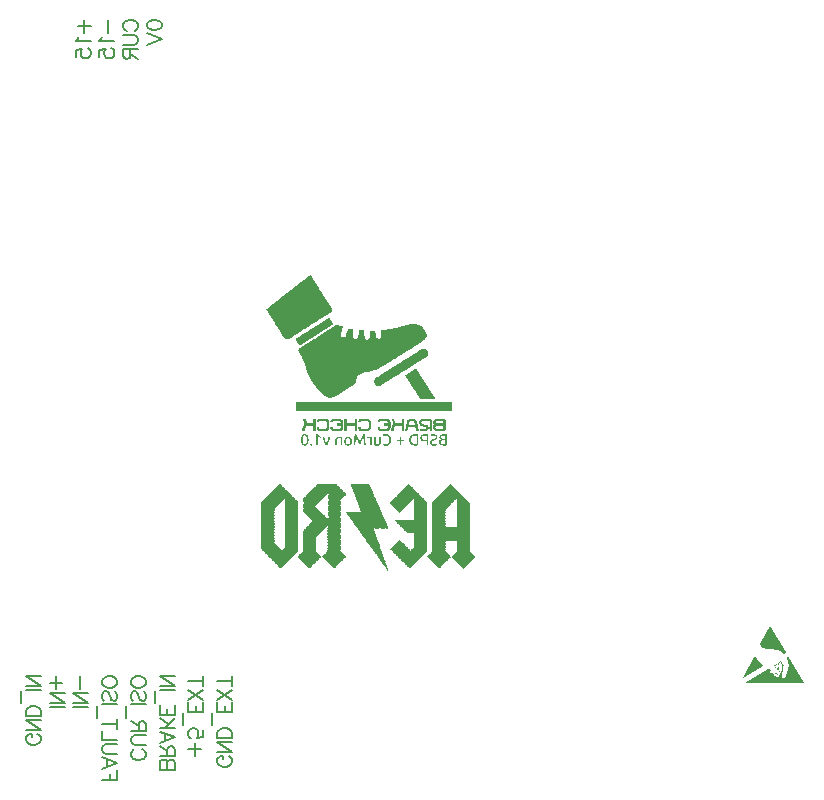
<source format=gbr>
%TF.GenerationSoftware,Altium Limited,Altium Designer,20.0.11 (256)*%
G04 Layer_Color=32896*
%FSLAX26Y26*%
%MOIN*%
%TF.FileFunction,Legend,Bot*%
%TF.Part,Single*%
G01*
G75*
%TA.AperFunction,NonConductor*%
%ADD90C,0.008000*%
G36*
X1930396Y1523098D02*
X1931407D01*
Y1522087D01*
X1932419D01*
Y1521075D01*
X1933430D01*
Y1520064D01*
X1934442D01*
Y1519052D01*
X1935453D01*
Y1518041D01*
X1936465D01*
Y1517029D01*
X1937476D01*
Y1516018D01*
X1938488D01*
Y1515006D01*
X1939499D01*
Y1513995D01*
X1940511D01*
Y1512984D01*
X1941522D01*
Y1511972D01*
X1942534D01*
Y1510961D01*
X1943545D01*
Y1509949D01*
X1944556D01*
Y1508938D01*
X1945568D01*
Y1507926D01*
X1946579D01*
Y1506915D01*
X1947591D01*
Y1505903D01*
X1948602D01*
Y1504892D01*
X1949614D01*
Y1503880D01*
X1950625D01*
Y1502869D01*
X1951637D01*
Y1501857D01*
X1952648D01*
Y1500846D01*
X1953660D01*
Y1499834D01*
X1954671D01*
Y1498823D01*
X1955683D01*
Y1497812D01*
X1956694D01*
Y1496800D01*
X1957706D01*
Y1495789D01*
X1958717D01*
Y1494777D01*
X1959729D01*
Y1493766D01*
X1960740D01*
Y1492754D01*
X1961752D01*
Y1491743D01*
X1962763D01*
Y1490731D01*
X1963774D01*
Y1489720D01*
X1964786D01*
Y1488708D01*
X1965797D01*
Y1487697D01*
X1966809D01*
Y1486685D01*
X1967820D01*
Y1485674D01*
X1968832D01*
Y1484662D01*
X1969843D01*
Y1483651D01*
X1970855D01*
Y1482639D01*
X1971866D01*
Y1481628D01*
X1972878D01*
Y1480616D01*
X1973889D01*
Y1479605D01*
X1974901D01*
Y1478593D01*
X1975912D01*
Y1477582D01*
X1976924D01*
Y1476571D01*
X1977935D01*
Y1475559D01*
X1978947D01*
Y1474548D01*
X1979958D01*
Y1473536D01*
X1980969D01*
Y1472525D01*
X1981981D01*
Y1471513D01*
X1982992D01*
Y1470502D01*
X1984004D01*
Y1469490D01*
X1985015D01*
Y1468479D01*
X1986027D01*
Y1467467D01*
X1987038D01*
Y1466456D01*
X1988050D01*
Y1465444D01*
X1989061D01*
Y1464433D01*
X1990073D01*
Y1463421D01*
X1991084D01*
Y1462410D01*
X1992096D01*
Y1461399D01*
X1993107D01*
Y1460387D01*
X1994119D01*
Y1459376D01*
X1995130D01*
Y1458364D01*
X1996142D01*
Y1457352D01*
X1995130D01*
Y1456341D01*
Y1455330D01*
Y1454318D01*
X1996142D01*
Y1453307D01*
X1995130D01*
Y1452295D01*
Y1451284D01*
Y1450272D01*
X1996142D01*
Y1449261D01*
X1995130D01*
Y1448249D01*
Y1447238D01*
Y1446226D01*
X1996142D01*
Y1445215D01*
X1995130D01*
Y1444203D01*
Y1443192D01*
Y1442180D01*
X1996142D01*
Y1441169D01*
X1995130D01*
Y1440158D01*
Y1439146D01*
Y1438135D01*
X1996142D01*
Y1437123D01*
X1995130D01*
Y1436112D01*
Y1435100D01*
Y1434089D01*
X1996142D01*
Y1433077D01*
X1995130D01*
Y1432066D01*
Y1431054D01*
Y1430043D01*
X1996142D01*
Y1429031D01*
X1995130D01*
Y1428020D01*
Y1427008D01*
Y1425997D01*
X1996142D01*
Y1424985D01*
X1995130D01*
Y1423974D01*
Y1422963D01*
Y1421951D01*
X1996142D01*
Y1420939D01*
X1995130D01*
Y1419928D01*
Y1418917D01*
Y1417905D01*
X1996142D01*
Y1416894D01*
X1995130D01*
Y1415882D01*
Y1414871D01*
Y1413859D01*
X1996142D01*
Y1412848D01*
X1995130D01*
Y1411836D01*
Y1410825D01*
Y1409813D01*
X1996142D01*
Y1408802D01*
X1995130D01*
Y1407790D01*
Y1406779D01*
Y1405767D01*
X1996142D01*
Y1404756D01*
X1995130D01*
Y1403745D01*
Y1402733D01*
Y1401722D01*
X1996142D01*
Y1400710D01*
X1995130D01*
Y1399699D01*
Y1398687D01*
Y1397676D01*
X1996142D01*
Y1396664D01*
X1995130D01*
Y1395653D01*
Y1394641D01*
Y1393630D01*
X1996142D01*
Y1392618D01*
X1995130D01*
Y1391607D01*
Y1390595D01*
Y1389584D01*
X1996142D01*
Y1388572D01*
X1995130D01*
Y1387561D01*
Y1386549D01*
Y1385538D01*
X1996142D01*
Y1384526D01*
X1995130D01*
Y1383515D01*
Y1382504D01*
Y1381492D01*
X1996142D01*
Y1380481D01*
X1995130D01*
Y1379469D01*
Y1378458D01*
Y1377446D01*
X1996142D01*
Y1376435D01*
X1995130D01*
Y1375423D01*
Y1374412D01*
Y1373400D01*
X1996142D01*
Y1372389D01*
X1995130D01*
Y1371377D01*
Y1370366D01*
Y1369354D01*
X1996142D01*
Y1368343D01*
X1995130D01*
Y1367332D01*
Y1366320D01*
Y1365309D01*
X1996142D01*
Y1364297D01*
X1995130D01*
Y1363286D01*
Y1362274D01*
Y1361263D01*
X1996142D01*
Y1360251D01*
X1995130D01*
Y1359240D01*
Y1358228D01*
Y1357217D01*
X1996142D01*
Y1356205D01*
X1995130D01*
Y1355194D01*
Y1354182D01*
Y1353171D01*
X1996142D01*
Y1352159D01*
X1995130D01*
Y1351148D01*
Y1350137D01*
Y1349125D01*
X1996142D01*
Y1348114D01*
X1995130D01*
Y1347102D01*
Y1346091D01*
Y1345079D01*
X1996142D01*
Y1344068D01*
X1995130D01*
Y1343056D01*
Y1342045D01*
Y1341033D01*
X1996142D01*
Y1340022D01*
X1995130D01*
Y1339010D01*
Y1337999D01*
Y1336987D01*
X1996142D01*
Y1335976D01*
X1995130D01*
Y1334964D01*
Y1333953D01*
Y1332941D01*
X1996142D01*
Y1331930D01*
X1995130D01*
Y1330918D01*
Y1329907D01*
Y1328896D01*
X1996142D01*
Y1327884D01*
X1995130D01*
Y1326873D01*
Y1325861D01*
Y1324850D01*
X1996142D01*
Y1323838D01*
X1995130D01*
Y1322827D01*
Y1321815D01*
Y1320804D01*
X1996142D01*
Y1319792D01*
X1995130D01*
Y1318781D01*
Y1317769D01*
Y1316758D01*
X1996142D01*
Y1315746D01*
X1995130D01*
Y1314735D01*
Y1313724D01*
Y1312712D01*
X1996142D01*
Y1311700D01*
X1995130D01*
Y1310689D01*
Y1309678D01*
Y1308666D01*
X1996142D01*
Y1307655D01*
X1995130D01*
Y1306643D01*
Y1305632D01*
Y1304620D01*
X1996142D01*
Y1303609D01*
X1995130D01*
Y1302597D01*
Y1301586D01*
Y1300574D01*
X1996142D01*
Y1299563D01*
X1995130D01*
Y1298551D01*
X1996142D01*
Y1297540D01*
X1997153D01*
Y1296528D01*
X1998165D01*
Y1295517D01*
X1999176D01*
Y1294505D01*
X2000187D01*
Y1293494D01*
X2001199D01*
Y1292483D01*
X2002210D01*
Y1291471D01*
X2003222D01*
Y1290460D01*
X2004233D01*
Y1289448D01*
X2005245D01*
Y1288437D01*
X2006256D01*
Y1287425D01*
X2007268D01*
Y1286414D01*
X2008279D01*
Y1285402D01*
X2009291D01*
Y1284391D01*
X2010302D01*
Y1283379D01*
X2011314D01*
Y1282368D01*
X2012325D01*
Y1281356D01*
X2013337D01*
Y1280345D01*
X2012325D01*
Y1279333D01*
X2011314D01*
Y1278322D01*
X2010302D01*
Y1277311D01*
X2009291D01*
Y1276299D01*
X2008279D01*
Y1275287D01*
X2007268D01*
Y1274276D01*
X2006256D01*
Y1273264D01*
X2005245D01*
Y1272253D01*
X2004233D01*
Y1271242D01*
X2003222D01*
Y1270230D01*
X2002210D01*
Y1269219D01*
X2001199D01*
Y1268207D01*
X2000187D01*
Y1267196D01*
X1999176D01*
Y1266184D01*
X1998165D01*
Y1265173D01*
X1997153D01*
Y1264161D01*
X1996142D01*
Y1263150D01*
X1995130D01*
Y1262138D01*
X1994119D01*
Y1261127D01*
X1993107D01*
Y1260116D01*
X1992096D01*
Y1259104D01*
X1991084D01*
Y1258092D01*
X1990073D01*
Y1257081D01*
X1989061D01*
Y1256070D01*
X1988050D01*
Y1255058D01*
X1987038D01*
Y1254047D01*
X1986027D01*
Y1253035D01*
X1985015D01*
Y1252024D01*
X1984004D01*
Y1251012D01*
X1982992D01*
Y1250001D01*
X1981981D01*
Y1248989D01*
X1980969D01*
Y1247978D01*
X1979958D01*
Y1246966D01*
X1978947D01*
Y1245955D01*
X1977935D01*
Y1244943D01*
X1976924D01*
Y1243932D01*
X1975912D01*
Y1242920D01*
X1974901D01*
Y1241909D01*
X1973889D01*
Y1240897D01*
X1972878D01*
Y1241909D01*
X1971866D01*
Y1242920D01*
X1970855D01*
Y1243932D01*
X1969843D01*
Y1244943D01*
X1968832D01*
Y1245955D01*
X1967820D01*
Y1246966D01*
X1966809D01*
Y1247978D01*
X1965797D01*
Y1248989D01*
X1964786D01*
Y1250001D01*
X1963774D01*
Y1251012D01*
X1962763D01*
Y1252024D01*
X1961752D01*
Y1253035D01*
X1960740D01*
Y1254047D01*
X1959729D01*
Y1255058D01*
X1958717D01*
Y1256070D01*
X1957706D01*
Y1257081D01*
X1956694D01*
Y1258092D01*
X1955683D01*
Y1259104D01*
X1954671D01*
Y1260116D01*
X1953660D01*
Y1261127D01*
X1952648D01*
Y1262138D01*
X1951637D01*
Y1263150D01*
X1950625D01*
Y1264161D01*
X1949614D01*
Y1265173D01*
X1948602D01*
Y1266184D01*
X1947591D01*
Y1267196D01*
X1946579D01*
Y1268207D01*
X1945568D01*
Y1269219D01*
X1944556D01*
Y1270230D01*
X1943545D01*
Y1271242D01*
X1942534D01*
Y1272253D01*
X1941522D01*
Y1273264D01*
X1940511D01*
Y1274276D01*
X1939499D01*
Y1275287D01*
X1938488D01*
Y1276299D01*
X1937476D01*
Y1277311D01*
X1936465D01*
Y1278322D01*
X1935453D01*
Y1279333D01*
X1934442D01*
Y1280345D01*
X1933430D01*
Y1281356D01*
X1934442D01*
Y1282368D01*
X1935453D01*
Y1283379D01*
X1936465D01*
Y1284391D01*
X1937476D01*
Y1285402D01*
X1938488D01*
Y1286414D01*
X1939499D01*
Y1287425D01*
X1940511D01*
Y1288437D01*
X1941522D01*
Y1289448D01*
X1942534D01*
Y1290460D01*
X1943545D01*
Y1291471D01*
X1944556D01*
Y1292483D01*
X1945568D01*
Y1293494D01*
X1946579D01*
Y1294505D01*
X1947591D01*
Y1295517D01*
X1948602D01*
Y1296528D01*
X1949614D01*
Y1297540D01*
X1950625D01*
Y1298551D01*
X1951637D01*
Y1299563D01*
X1950625D01*
Y1300574D01*
X1951637D01*
Y1301586D01*
Y1302597D01*
Y1303609D01*
X1950625D01*
Y1304620D01*
X1951637D01*
Y1305632D01*
Y1306643D01*
Y1307655D01*
X1950625D01*
Y1308666D01*
X1951637D01*
Y1309678D01*
Y1310689D01*
Y1311700D01*
X1950625D01*
Y1312712D01*
X1951637D01*
Y1313724D01*
Y1314735D01*
Y1315746D01*
X1950625D01*
Y1316758D01*
X1951637D01*
Y1317769D01*
Y1318781D01*
Y1319792D01*
X1950625D01*
Y1320804D01*
X1951637D01*
Y1321815D01*
Y1322827D01*
Y1323838D01*
X1950625D01*
Y1324850D01*
X1951637D01*
Y1325861D01*
Y1326873D01*
Y1327884D01*
X1950625D01*
Y1328896D01*
X1951637D01*
Y1329907D01*
Y1330918D01*
Y1331930D01*
X1950625D01*
Y1332941D01*
X1951637D01*
Y1333953D01*
X1950625D01*
Y1334964D01*
X1913201D01*
Y1333953D01*
X1914212D01*
Y1332941D01*
X1913201D01*
Y1331930D01*
X1914212D01*
Y1330918D01*
X1913201D01*
Y1329907D01*
X1914212D01*
Y1328896D01*
X1913201D01*
Y1327884D01*
X1914212D01*
Y1326873D01*
X1913201D01*
Y1325861D01*
X1914212D01*
Y1324850D01*
X1913201D01*
Y1323838D01*
X1914212D01*
Y1322827D01*
X1913201D01*
Y1321815D01*
X1914212D01*
Y1320804D01*
X1913201D01*
Y1319792D01*
X1914212D01*
Y1318781D01*
X1913201D01*
Y1317769D01*
X1914212D01*
Y1316758D01*
X1913201D01*
Y1315746D01*
X1914212D01*
Y1314735D01*
X1913201D01*
Y1313724D01*
X1914212D01*
Y1312712D01*
X1913201D01*
Y1311700D01*
X1914212D01*
Y1310689D01*
X1913201D01*
Y1309678D01*
X1914212D01*
Y1308666D01*
X1913201D01*
Y1307655D01*
X1914212D01*
Y1306643D01*
X1913201D01*
Y1305632D01*
X1914212D01*
Y1304620D01*
X1913201D01*
Y1303609D01*
X1914212D01*
Y1302597D01*
X1913201D01*
Y1301586D01*
X1914212D01*
Y1300574D01*
X1913201D01*
Y1299563D01*
X1914212D01*
Y1298551D01*
Y1297540D01*
X1916235D01*
Y1296528D01*
Y1295517D01*
X1918258D01*
Y1294505D01*
Y1293494D01*
X1920281D01*
Y1292483D01*
Y1291471D01*
X1922304D01*
Y1290460D01*
X1921293D01*
Y1289448D01*
X1924327D01*
Y1288437D01*
Y1287425D01*
X1926350D01*
Y1286414D01*
X1925339D01*
Y1285402D01*
X1928373D01*
Y1284391D01*
Y1283379D01*
X1930396D01*
Y1282368D01*
X1929384D01*
Y1281356D01*
X1932419D01*
Y1280345D01*
X1929384D01*
Y1279333D01*
X1930396D01*
Y1278322D01*
X1927361D01*
Y1277311D01*
X1928373D01*
Y1276299D01*
X1925339D01*
Y1275287D01*
X1926350D01*
Y1274276D01*
X1923316D01*
Y1273264D01*
X1924327D01*
Y1272253D01*
X1921293D01*
Y1271242D01*
X1922304D01*
Y1270230D01*
X1919270D01*
Y1269219D01*
X1920281D01*
Y1268207D01*
X1917247D01*
Y1267196D01*
X1918258D01*
Y1266184D01*
X1915224D01*
Y1265173D01*
X1916235D01*
Y1264161D01*
X1915224D01*
Y1263150D01*
X1914212D01*
Y1262138D01*
X1913201D01*
Y1261127D01*
X1912189D01*
Y1262138D01*
X1911178D01*
Y1261127D01*
X1912189D01*
Y1260116D01*
X1911178D01*
Y1259104D01*
X1910166D01*
Y1258092D01*
X1909155D01*
Y1257081D01*
X1908143D01*
Y1258092D01*
X1907132D01*
Y1257081D01*
X1908143D01*
Y1256070D01*
X1907132D01*
Y1255058D01*
X1906121D01*
Y1254047D01*
X1905109D01*
Y1253035D01*
X1904098D01*
Y1254047D01*
X1903086D01*
Y1253035D01*
X1904098D01*
Y1252024D01*
X1903086D01*
Y1251012D01*
X1902075D01*
Y1250001D01*
X1901063D01*
Y1248989D01*
X1900052D01*
Y1250001D01*
X1899040D01*
Y1248989D01*
X1900052D01*
Y1247978D01*
X1899040D01*
Y1246966D01*
X1898029D01*
Y1245955D01*
X1897017D01*
Y1244943D01*
X1896006D01*
Y1243932D01*
X1894994D01*
Y1242920D01*
X1893983D01*
Y1241909D01*
X1892971D01*
Y1240897D01*
X1891960D01*
Y1241909D01*
X1890948D01*
Y1242920D01*
X1889937D01*
Y1243932D01*
X1888926D01*
Y1244943D01*
X1887914D01*
Y1245955D01*
X1886902D01*
Y1246966D01*
X1885891D01*
Y1247978D01*
X1884880D01*
Y1248989D01*
X1883868D01*
Y1250001D01*
X1882857D01*
Y1251012D01*
X1881845D01*
Y1252024D01*
X1880834D01*
Y1253035D01*
X1879822D01*
Y1254047D01*
X1878811D01*
Y1255058D01*
X1877799D01*
Y1256070D01*
X1876788D01*
Y1257081D01*
X1875776D01*
Y1258092D01*
X1874765D01*
Y1259104D01*
X1873753D01*
Y1260116D01*
X1872742D01*
Y1261127D01*
X1871730D01*
Y1262138D01*
X1870719D01*
Y1263150D01*
X1869707D01*
Y1264161D01*
X1868696D01*
Y1265173D01*
X1867685D01*
Y1266184D01*
X1866673D01*
Y1267196D01*
X1865662D01*
Y1268207D01*
X1864650D01*
Y1269219D01*
X1863639D01*
Y1270230D01*
X1862627D01*
Y1271242D01*
X1861616D01*
Y1272253D01*
X1860604D01*
Y1273264D01*
X1859593D01*
Y1274276D01*
X1858581D01*
Y1275287D01*
X1857570D01*
Y1276299D01*
X1856558D01*
Y1277311D01*
X1855547D01*
Y1278322D01*
X1854535D01*
Y1279333D01*
X1853524D01*
Y1280345D01*
X1852513D01*
Y1281356D01*
X1853524D01*
Y1282368D01*
X1854535D01*
Y1283379D01*
X1855547D01*
Y1284391D01*
X1856558D01*
Y1285402D01*
X1857570D01*
Y1286414D01*
X1858581D01*
Y1287425D01*
X1859593D01*
Y1288437D01*
X1860604D01*
Y1289448D01*
X1861616D01*
Y1290460D01*
X1860604D01*
Y1291471D01*
X1863639D01*
Y1292483D01*
X1862627D01*
Y1293494D01*
X1865662D01*
Y1294505D01*
X1864650D01*
Y1295517D01*
X1866673D01*
Y1296528D01*
Y1297540D01*
X1868696D01*
Y1298551D01*
Y1299563D01*
X1869707D01*
Y1300574D01*
X1868696D01*
Y1301586D01*
X1869707D01*
Y1302597D01*
X1868696D01*
Y1303609D01*
X1869707D01*
Y1304620D01*
X1868696D01*
Y1305632D01*
X1869707D01*
Y1306643D01*
X1868696D01*
Y1307655D01*
X1869707D01*
Y1308666D01*
X1868696D01*
Y1309678D01*
X1869707D01*
Y1310689D01*
X1868696D01*
Y1311700D01*
X1869707D01*
Y1312712D01*
X1868696D01*
Y1313724D01*
X1869707D01*
Y1314735D01*
X1868696D01*
Y1315746D01*
X1869707D01*
Y1316758D01*
X1868696D01*
Y1317769D01*
X1869707D01*
Y1318781D01*
X1868696D01*
Y1319792D01*
X1869707D01*
Y1320804D01*
X1868696D01*
Y1321815D01*
X1869707D01*
Y1322827D01*
X1868696D01*
Y1323838D01*
X1869707D01*
Y1324850D01*
X1868696D01*
Y1325861D01*
X1869707D01*
Y1326873D01*
X1868696D01*
Y1327884D01*
X1869707D01*
Y1328896D01*
X1868696D01*
Y1329907D01*
X1869707D01*
Y1330918D01*
X1868696D01*
Y1331930D01*
X1869707D01*
Y1332941D01*
X1868696D01*
Y1333953D01*
X1869707D01*
Y1334964D01*
X1868696D01*
Y1335976D01*
X1869707D01*
Y1336987D01*
X1868696D01*
Y1337999D01*
X1869707D01*
Y1339010D01*
X1868696D01*
Y1340022D01*
X1869707D01*
Y1341033D01*
X1868696D01*
Y1342045D01*
X1869707D01*
Y1343056D01*
X1868696D01*
Y1344068D01*
X1869707D01*
Y1345079D01*
X1868696D01*
Y1346091D01*
X1869707D01*
Y1347102D01*
X1868696D01*
Y1348114D01*
X1869707D01*
Y1349125D01*
X1868696D01*
Y1350137D01*
X1869707D01*
Y1351148D01*
X1868696D01*
Y1352159D01*
X1869707D01*
Y1353171D01*
X1868696D01*
Y1354182D01*
X1869707D01*
Y1355194D01*
X1868696D01*
Y1356205D01*
X1869707D01*
Y1357217D01*
X1868696D01*
Y1358228D01*
X1869707D01*
Y1359240D01*
X1868696D01*
Y1360251D01*
X1869707D01*
Y1361263D01*
X1868696D01*
Y1362274D01*
X1869707D01*
Y1363286D01*
X1868696D01*
Y1364297D01*
X1869707D01*
Y1365309D01*
X1868696D01*
Y1366320D01*
X1869707D01*
Y1367332D01*
X1868696D01*
Y1368343D01*
X1869707D01*
Y1369354D01*
X1868696D01*
Y1370366D01*
X1869707D01*
Y1371377D01*
X1868696D01*
Y1372389D01*
X1869707D01*
Y1373400D01*
X1868696D01*
Y1374412D01*
X1869707D01*
Y1375423D01*
X1868696D01*
Y1376435D01*
X1869707D01*
Y1377446D01*
X1868696D01*
Y1378458D01*
X1869707D01*
Y1379469D01*
X1868696D01*
Y1380481D01*
X1869707D01*
Y1381492D01*
X1868696D01*
Y1382504D01*
X1869707D01*
Y1383515D01*
X1868696D01*
Y1384526D01*
X1869707D01*
Y1385538D01*
X1868696D01*
Y1386549D01*
X1869707D01*
Y1387561D01*
X1868696D01*
Y1388572D01*
X1869707D01*
Y1389584D01*
X1868696D01*
Y1390595D01*
X1869707D01*
Y1391607D01*
X1868696D01*
Y1392618D01*
X1869707D01*
Y1393630D01*
X1868696D01*
Y1394641D01*
X1869707D01*
Y1395653D01*
X1868696D01*
Y1396664D01*
X1869707D01*
Y1397676D01*
X1868696D01*
Y1398687D01*
X1869707D01*
Y1399699D01*
X1868696D01*
Y1400710D01*
X1869707D01*
Y1401722D01*
X1868696D01*
Y1402733D01*
X1869707D01*
Y1403745D01*
X1868696D01*
Y1404756D01*
X1869707D01*
Y1405767D01*
X1868696D01*
Y1406779D01*
X1869707D01*
Y1407790D01*
X1868696D01*
Y1408802D01*
X1869707D01*
Y1409813D01*
X1868696D01*
Y1410825D01*
X1869707D01*
Y1411836D01*
X1868696D01*
Y1412848D01*
X1869707D01*
Y1413859D01*
X1868696D01*
Y1414871D01*
X1869707D01*
Y1415882D01*
X1868696D01*
Y1416894D01*
X1869707D01*
Y1417905D01*
X1868696D01*
Y1418917D01*
X1869707D01*
Y1419928D01*
X1868696D01*
Y1420939D01*
X1869707D01*
Y1421951D01*
X1868696D01*
Y1422963D01*
X1869707D01*
Y1423974D01*
X1868696D01*
Y1424985D01*
X1869707D01*
Y1425997D01*
X1868696D01*
Y1427008D01*
X1869707D01*
Y1428020D01*
X1868696D01*
Y1429031D01*
X1869707D01*
Y1430043D01*
X1868696D01*
Y1431054D01*
X1869707D01*
Y1432066D01*
X1868696D01*
Y1433077D01*
X1869707D01*
Y1434089D01*
X1868696D01*
Y1435100D01*
X1869707D01*
Y1436112D01*
X1868696D01*
Y1437123D01*
X1869707D01*
Y1438135D01*
X1868696D01*
Y1439146D01*
X1869707D01*
Y1440158D01*
X1868696D01*
Y1441169D01*
X1869707D01*
Y1442180D01*
X1868696D01*
Y1443192D01*
X1869707D01*
Y1444203D01*
X1868696D01*
Y1445215D01*
X1869707D01*
Y1446226D01*
X1868696D01*
Y1447238D01*
X1869707D01*
Y1448249D01*
X1868696D01*
Y1449261D01*
X1869707D01*
Y1450272D01*
X1868696D01*
Y1451284D01*
X1869707D01*
Y1452295D01*
X1868696D01*
Y1453307D01*
X1869707D01*
Y1454318D01*
X1868696D01*
Y1455330D01*
X1869707D01*
Y1456341D01*
X1868696D01*
Y1457352D01*
X1869707D01*
Y1458364D01*
X1868696D01*
Y1459376D01*
X1869707D01*
Y1460387D01*
X1868696D01*
Y1461399D01*
X1869707D01*
Y1462410D01*
X1868696D01*
Y1463421D01*
X1869707D01*
Y1464433D01*
X1870719D01*
Y1465444D01*
X1871730D01*
Y1466456D01*
X1872742D01*
Y1467467D01*
X1873753D01*
Y1468479D01*
X1874765D01*
Y1469490D01*
X1875776D01*
Y1470502D01*
X1876788D01*
Y1471513D01*
X1877799D01*
Y1472525D01*
X1878811D01*
Y1473536D01*
X1879822D01*
Y1474548D01*
X1880834D01*
Y1475559D01*
X1881845D01*
Y1476571D01*
X1882857D01*
Y1475559D01*
X1883868D01*
Y1476571D01*
X1882857D01*
Y1477582D01*
X1883868D01*
Y1478593D01*
X1884880D01*
Y1479605D01*
X1885891D01*
Y1480616D01*
X1886902D01*
Y1481628D01*
X1887914D01*
Y1482639D01*
X1888926D01*
Y1483651D01*
X1889937D01*
Y1484662D01*
X1890948D01*
Y1483651D01*
X1891960D01*
Y1484662D01*
X1890948D01*
Y1485674D01*
X1891960D01*
Y1486685D01*
X1892971D01*
Y1487697D01*
X1893983D01*
Y1488708D01*
X1894994D01*
Y1489720D01*
X1896006D01*
Y1490731D01*
X1897017D01*
Y1491743D01*
X1898029D01*
Y1492754D01*
X1899040D01*
Y1493766D01*
X1900052D01*
Y1494777D01*
X1901063D01*
Y1495789D01*
X1902075D01*
Y1496800D01*
X1903086D01*
Y1497812D01*
X1904098D01*
Y1498823D01*
X1905109D01*
Y1499834D01*
X1906121D01*
Y1500846D01*
X1907132D01*
Y1499834D01*
X1908143D01*
Y1500846D01*
X1907132D01*
Y1501857D01*
X1908143D01*
Y1502869D01*
X1909155D01*
Y1503880D01*
X1910166D01*
Y1504892D01*
X1911178D01*
Y1505903D01*
X1912189D01*
Y1506915D01*
X1913201D01*
Y1507926D01*
X1914212D01*
Y1508938D01*
X1915224D01*
Y1507926D01*
X1916235D01*
Y1508938D01*
X1915224D01*
Y1509949D01*
X1916235D01*
Y1510961D01*
X1917247D01*
Y1511972D01*
X1918258D01*
Y1512984D01*
X1919270D01*
Y1513995D01*
X1920281D01*
Y1515006D01*
X1921293D01*
Y1516018D01*
X1922304D01*
Y1517029D01*
X1923316D01*
Y1518041D01*
X1924327D01*
Y1519052D01*
X1925339D01*
Y1520064D01*
X1926350D01*
Y1521075D01*
X1927361D01*
Y1522087D01*
X1928373D01*
Y1523098D01*
X1929384D01*
Y1524110D01*
X1930396D01*
Y1523098D01*
D02*
G37*
G36*
X1659321D02*
Y1522087D01*
Y1521075D01*
X1660333D01*
Y1520064D01*
X1661344D01*
Y1519052D01*
Y1518041D01*
Y1517029D01*
X1662356D01*
Y1516018D01*
X1663367D01*
Y1515006D01*
X1662356D01*
Y1513995D01*
X1663367D01*
Y1512984D01*
X1664379D01*
Y1511972D01*
X1665390D01*
Y1510961D01*
X1664379D01*
Y1509949D01*
X1665390D01*
Y1508938D01*
X1666402D01*
Y1507926D01*
Y1506915D01*
Y1505903D01*
X1667413D01*
Y1504892D01*
Y1503880D01*
X1668425D01*
Y1502869D01*
Y1501857D01*
X1669436D01*
Y1500846D01*
X1668425D01*
Y1499834D01*
X1669436D01*
Y1498823D01*
X1670447D01*
Y1497812D01*
X1671459D01*
Y1496800D01*
X1670447D01*
Y1495789D01*
X1671459D01*
Y1494777D01*
X1672470D01*
Y1493766D01*
Y1492754D01*
Y1491743D01*
X1673482D01*
Y1490731D01*
Y1489720D01*
X1674493D01*
Y1488708D01*
Y1487697D01*
X1675505D01*
Y1486685D01*
X1674493D01*
Y1485674D01*
X1675505D01*
Y1484662D01*
X1676516D01*
Y1483651D01*
X1677528D01*
Y1482639D01*
X1676516D01*
Y1481628D01*
X1677528D01*
Y1480616D01*
X1678539D01*
Y1479605D01*
Y1478593D01*
Y1477582D01*
X1679551D01*
Y1476571D01*
Y1475559D01*
X1681574D01*
Y1474548D01*
X1680562D01*
Y1473536D01*
X1681574D01*
Y1472525D01*
Y1471513D01*
Y1470502D01*
X1682585D01*
Y1469490D01*
X1683597D01*
Y1468479D01*
X1682585D01*
Y1467467D01*
X1683597D01*
Y1466456D01*
X1684608D01*
Y1465444D01*
X1685620D01*
Y1464433D01*
X1684608D01*
Y1463421D01*
X1685620D01*
Y1462410D01*
X1686631D01*
Y1461399D01*
Y1460387D01*
Y1459376D01*
X1687642D01*
Y1458364D01*
X1688654D01*
Y1457352D01*
Y1456341D01*
Y1455330D01*
X1689666D01*
Y1454318D01*
Y1453307D01*
Y1452295D01*
X1690677D01*
Y1451284D01*
X1691688D01*
Y1450272D01*
X1690677D01*
Y1449261D01*
X1691688D01*
Y1448249D01*
X1692700D01*
Y1447238D01*
X1693711D01*
Y1446226D01*
X1692700D01*
Y1445215D01*
X1693711D01*
Y1444203D01*
X1694723D01*
Y1443192D01*
Y1442180D01*
Y1441169D01*
X1695734D01*
Y1440158D01*
Y1439146D01*
X1696746D01*
Y1438135D01*
Y1437123D01*
X1697757D01*
Y1436112D01*
X1696746D01*
Y1435100D01*
X1697757D01*
Y1434089D01*
X1698769D01*
Y1433077D01*
X1699780D01*
Y1432066D01*
X1698769D01*
Y1431054D01*
X1699780D01*
Y1430043D01*
X1700792D01*
Y1429031D01*
Y1428020D01*
Y1427008D01*
X1701803D01*
Y1425997D01*
Y1424985D01*
X1702815D01*
Y1423974D01*
Y1422963D01*
X1703826D01*
Y1421951D01*
X1702815D01*
Y1420939D01*
X1703826D01*
Y1419928D01*
X1704838D01*
Y1418917D01*
X1705849D01*
Y1417905D01*
Y1416894D01*
Y1415882D01*
X1706860D01*
Y1414871D01*
X1707872D01*
Y1413859D01*
X1706860D01*
Y1412848D01*
X1707872D01*
Y1411836D01*
X1708883D01*
Y1410825D01*
X1709895D01*
Y1409813D01*
X1708883D01*
Y1408802D01*
X1709895D01*
Y1407790D01*
Y1406779D01*
X1710906D01*
Y1405767D01*
Y1404756D01*
X1711918D01*
Y1403745D01*
Y1402733D01*
Y1401722D01*
X1712929D01*
Y1400710D01*
X1713941D01*
Y1399699D01*
X1712929D01*
Y1398687D01*
X1713941D01*
Y1397676D01*
X1714952D01*
Y1396664D01*
X1715964D01*
Y1395653D01*
X1714952D01*
Y1394641D01*
X1715964D01*
Y1393630D01*
X1716975D01*
Y1392618D01*
Y1391607D01*
Y1390595D01*
X1717987D01*
Y1389584D01*
Y1388572D01*
Y1387561D01*
X1718998D01*
Y1386549D01*
X1720010D01*
Y1385538D01*
X1718998D01*
Y1384526D01*
X1720010D01*
Y1383515D01*
X1721021D01*
Y1382504D01*
X1722033D01*
Y1381492D01*
X1721021D01*
Y1380481D01*
X1722033D01*
Y1379469D01*
X1723044D01*
Y1378458D01*
Y1377446D01*
Y1376435D01*
X1724055D01*
Y1375423D01*
X1723044D01*
Y1374412D01*
X1722033D01*
Y1375423D01*
X1721021D01*
Y1374412D01*
X1717987D01*
Y1375423D01*
X1716975D01*
Y1374412D01*
X1713941D01*
Y1375423D01*
X1712929D01*
Y1374412D01*
X1709895D01*
Y1375423D01*
X1708883D01*
Y1374412D01*
X1705849D01*
Y1375423D01*
X1704838D01*
Y1374412D01*
X1701803D01*
Y1375423D01*
X1700792D01*
Y1374412D01*
X1697757D01*
Y1375423D01*
X1696746D01*
Y1374412D01*
X1693711D01*
Y1375423D01*
X1692700D01*
Y1374412D01*
X1689666D01*
Y1375423D01*
X1688654D01*
Y1374412D01*
X1685620D01*
Y1375423D01*
X1684608D01*
Y1374412D01*
X1681574D01*
Y1375423D01*
X1680562D01*
Y1374412D01*
X1677528D01*
Y1375423D01*
X1676516D01*
Y1374412D01*
X1675505D01*
Y1373400D01*
X1674493D01*
Y1372389D01*
X1675505D01*
Y1371377D01*
Y1370366D01*
X1676516D01*
Y1369354D01*
Y1368343D01*
X1677528D01*
Y1367332D01*
X1676516D01*
Y1366320D01*
X1677528D01*
Y1365309D01*
Y1364297D01*
Y1363286D01*
X1678539D01*
Y1362274D01*
X1679551D01*
Y1361263D01*
X1678539D01*
Y1360251D01*
X1679551D01*
Y1359240D01*
Y1358228D01*
X1680562D01*
Y1357217D01*
Y1356205D01*
X1681574D01*
Y1355194D01*
X1680562D01*
Y1354182D01*
X1681574D01*
Y1353171D01*
Y1352159D01*
X1682585D01*
Y1351148D01*
Y1350137D01*
X1683597D01*
Y1349125D01*
X1682585D01*
Y1348114D01*
X1683597D01*
Y1347102D01*
X1684608D01*
Y1346091D01*
X1685620D01*
Y1345079D01*
X1684608D01*
Y1344068D01*
X1685620D01*
Y1343056D01*
X1684608D01*
Y1342045D01*
X1685620D01*
Y1341033D01*
X1686631D01*
Y1340022D01*
Y1339010D01*
Y1337999D01*
X1687642D01*
Y1336987D01*
X1686631D01*
Y1335976D01*
X1687642D01*
Y1334964D01*
X1688654D01*
Y1333953D01*
X1689666D01*
Y1332941D01*
X1688654D01*
Y1331930D01*
X1689666D01*
Y1330918D01*
X1688654D01*
Y1329907D01*
X1689666D01*
Y1328896D01*
X1690677D01*
Y1327884D01*
X1691688D01*
Y1326873D01*
X1690677D01*
Y1325861D01*
X1691688D01*
Y1324850D01*
Y1323838D01*
Y1322827D01*
X1692700D01*
Y1321815D01*
X1693711D01*
Y1320804D01*
X1692700D01*
Y1319792D01*
X1693711D01*
Y1318781D01*
Y1317769D01*
Y1316758D01*
X1694723D01*
Y1315746D01*
X1695734D01*
Y1314735D01*
X1694723D01*
Y1313724D01*
X1695734D01*
Y1312712D01*
X1696746D01*
Y1311700D01*
X1695734D01*
Y1310689D01*
X1696746D01*
Y1309678D01*
X1697757D01*
Y1308666D01*
X1696746D01*
Y1307655D01*
X1697757D01*
Y1306643D01*
X1698769D01*
Y1305632D01*
Y1304620D01*
Y1303609D01*
X1699780D01*
Y1302597D01*
X1698769D01*
Y1301586D01*
X1699780D01*
Y1300574D01*
X1700792D01*
Y1299563D01*
Y1298551D01*
Y1297540D01*
X1701803D01*
Y1296528D01*
Y1295517D01*
Y1294505D01*
X1702815D01*
Y1293494D01*
Y1292483D01*
Y1291471D01*
X1703826D01*
Y1290460D01*
X1702815D01*
Y1289448D01*
X1703826D01*
Y1288437D01*
X1704838D01*
Y1287425D01*
Y1286414D01*
Y1285402D01*
X1705849D01*
Y1284391D01*
Y1283379D01*
Y1282368D01*
X1706860D01*
Y1281356D01*
Y1280345D01*
Y1279333D01*
X1707872D01*
Y1278322D01*
Y1277311D01*
Y1276299D01*
X1708883D01*
Y1275287D01*
X1709895D01*
Y1274276D01*
X1708883D01*
Y1273264D01*
X1709895D01*
Y1272253D01*
Y1271242D01*
Y1270230D01*
X1710906D01*
Y1269219D01*
X1711918D01*
Y1268207D01*
X1710906D01*
Y1267196D01*
X1711918D01*
Y1266184D01*
Y1265173D01*
X1713941D01*
Y1264161D01*
X1712929D01*
Y1263150D01*
X1713941D01*
Y1262138D01*
X1712929D01*
Y1261127D01*
X1713941D01*
Y1260116D01*
Y1259104D01*
X1714952D01*
Y1258092D01*
Y1257081D01*
X1715964D01*
Y1256070D01*
X1714952D01*
Y1255058D01*
X1715964D01*
Y1254047D01*
Y1253035D01*
X1717987D01*
Y1252024D01*
X1716975D01*
Y1251012D01*
X1717987D01*
Y1250001D01*
X1716975D01*
Y1248989D01*
X1717987D01*
Y1247978D01*
X1718998D01*
Y1246966D01*
Y1245955D01*
Y1244943D01*
X1720010D01*
Y1243932D01*
X1718998D01*
Y1242920D01*
X1720010D01*
Y1241909D01*
X1721021D01*
Y1240897D01*
X1722033D01*
Y1239886D01*
X1721021D01*
Y1238874D01*
X1722033D01*
Y1237863D01*
X1721021D01*
Y1236852D01*
X1722033D01*
Y1235840D01*
X1723044D01*
Y1234829D01*
X1724055D01*
Y1233817D01*
X1723044D01*
Y1232806D01*
X1722033D01*
Y1233817D01*
X1721021D01*
Y1234829D01*
X1720010D01*
Y1235840D01*
X1718998D01*
Y1236852D01*
Y1237863D01*
X1717987D01*
Y1238874D01*
Y1239886D01*
X1716975D01*
Y1240897D01*
X1715964D01*
Y1241909D01*
X1714952D01*
Y1242920D01*
Y1243932D01*
X1712929D01*
Y1244943D01*
X1713941D01*
Y1245955D01*
X1712929D01*
Y1246966D01*
X1711918D01*
Y1247978D01*
X1710906D01*
Y1248989D01*
X1709895D01*
Y1250001D01*
X1708883D01*
Y1251012D01*
Y1252024D01*
X1707872D01*
Y1253035D01*
Y1254047D01*
X1706860D01*
Y1255058D01*
X1705849D01*
Y1256070D01*
X1704838D01*
Y1257081D01*
X1705849D01*
Y1258092D01*
X1702815D01*
Y1259104D01*
X1703826D01*
Y1260116D01*
X1702815D01*
Y1261127D01*
X1701803D01*
Y1262138D01*
X1700792D01*
Y1263150D01*
X1699780D01*
Y1264161D01*
X1698769D01*
Y1265173D01*
Y1266184D01*
X1697757D01*
Y1267196D01*
Y1268207D01*
X1696746D01*
Y1269219D01*
X1695734D01*
Y1270230D01*
X1694723D01*
Y1271242D01*
X1693711D01*
Y1272253D01*
X1692700D01*
Y1273264D01*
X1693711D01*
Y1274276D01*
X1692700D01*
Y1275287D01*
X1691688D01*
Y1276299D01*
X1690677D01*
Y1277311D01*
X1689666D01*
Y1278322D01*
X1688654D01*
Y1279333D01*
X1687642D01*
Y1280345D01*
Y1281356D01*
Y1282368D01*
X1686631D01*
Y1283379D01*
X1685620D01*
Y1284391D01*
X1684608D01*
Y1285402D01*
X1683597D01*
Y1286414D01*
X1682585D01*
Y1287425D01*
X1683597D01*
Y1288437D01*
X1682585D01*
Y1289448D01*
X1681574D01*
Y1290460D01*
X1680562D01*
Y1291471D01*
X1679551D01*
Y1292483D01*
X1678539D01*
Y1293494D01*
X1677528D01*
Y1294505D01*
Y1295517D01*
Y1296528D01*
X1676516D01*
Y1297540D01*
X1675505D01*
Y1298551D01*
X1674493D01*
Y1299563D01*
X1673482D01*
Y1300574D01*
X1672470D01*
Y1301586D01*
X1673482D01*
Y1302597D01*
X1672470D01*
Y1303609D01*
X1671459D01*
Y1304620D01*
X1670447D01*
Y1305632D01*
X1669436D01*
Y1306643D01*
X1668425D01*
Y1307655D01*
X1667413D01*
Y1308666D01*
X1666402D01*
Y1309678D01*
X1667413D01*
Y1310689D01*
X1666402D01*
Y1311700D01*
X1665390D01*
Y1312712D01*
X1664379D01*
Y1313724D01*
X1663367D01*
Y1314735D01*
X1662356D01*
Y1315746D01*
X1663367D01*
Y1316758D01*
X1660333D01*
Y1317769D01*
X1661344D01*
Y1318781D01*
X1660333D01*
Y1319792D01*
X1659321D01*
Y1320804D01*
X1658310D01*
Y1321815D01*
X1657298D01*
Y1322827D01*
Y1323838D01*
Y1324850D01*
X1655275D01*
Y1325861D01*
Y1326873D01*
X1654264D01*
Y1327884D01*
X1653252D01*
Y1328896D01*
X1652241D01*
Y1329907D01*
X1653252D01*
Y1330918D01*
X1650218D01*
Y1331930D01*
X1651229D01*
Y1332941D01*
X1650218D01*
Y1333953D01*
X1649207D01*
Y1334964D01*
X1648195D01*
Y1335976D01*
X1647184D01*
Y1336987D01*
X1646172D01*
Y1337999D01*
X1647184D01*
Y1339010D01*
X1645161D01*
Y1340022D01*
Y1341033D01*
X1644149D01*
Y1342045D01*
X1643138D01*
Y1343056D01*
X1642126D01*
Y1344068D01*
Y1345079D01*
X1640103D01*
Y1346091D01*
X1641115D01*
Y1347102D01*
X1640103D01*
Y1348114D01*
X1639092D01*
Y1349125D01*
X1638080D01*
Y1350137D01*
X1637069D01*
Y1351148D01*
X1636057D01*
Y1352159D01*
Y1353171D01*
X1635046D01*
Y1354182D01*
Y1355194D01*
X1634034D01*
Y1356205D01*
X1633023D01*
Y1357217D01*
X1632012D01*
Y1358228D01*
Y1359240D01*
X1629989D01*
Y1360251D01*
X1631000D01*
Y1361263D01*
X1629989D01*
Y1362274D01*
X1628977D01*
Y1363286D01*
X1627966D01*
Y1364297D01*
X1626954D01*
Y1365309D01*
X1625943D01*
Y1366320D01*
Y1367332D01*
X1624931D01*
Y1368343D01*
Y1369354D01*
X1623920D01*
Y1370366D01*
X1622908D01*
Y1371377D01*
X1621897D01*
Y1372389D01*
Y1373400D01*
X1619874D01*
Y1374412D01*
X1620885D01*
Y1375423D01*
X1619874D01*
Y1376435D01*
X1618862D01*
Y1377446D01*
X1617851D01*
Y1378458D01*
X1616839D01*
Y1379469D01*
X1615828D01*
Y1380481D01*
Y1381492D01*
X1614816D01*
Y1382504D01*
Y1383515D01*
X1613805D01*
Y1384526D01*
X1612794D01*
Y1385538D01*
X1611782D01*
Y1386549D01*
Y1387561D01*
X1609759D01*
Y1388572D01*
X1610771D01*
Y1389584D01*
X1609759D01*
Y1390595D01*
X1608748D01*
Y1391607D01*
X1607736D01*
Y1392618D01*
X1606725D01*
Y1393630D01*
X1605713D01*
Y1394641D01*
Y1395653D01*
X1604702D01*
Y1396664D01*
Y1397676D01*
X1603690D01*
Y1398687D01*
X1602679D01*
Y1399699D01*
X1601667D01*
Y1400710D01*
X1600656D01*
Y1401722D01*
X1599644D01*
Y1402733D01*
X1600656D01*
Y1403745D01*
X1599644D01*
Y1404756D01*
X1598633D01*
Y1405767D01*
X1597621D01*
Y1406779D01*
X1596610D01*
Y1407790D01*
X1595599D01*
Y1408802D01*
X1594587D01*
Y1409813D01*
Y1410825D01*
Y1411836D01*
X1593575D01*
Y1412848D01*
X1592564D01*
Y1413859D01*
X1591553D01*
Y1414871D01*
X1590541D01*
Y1415882D01*
X1589530D01*
Y1416894D01*
X1590541D01*
Y1417905D01*
X1587507D01*
Y1418917D01*
X1588518D01*
Y1419928D01*
X1587507D01*
Y1420939D01*
X1586495D01*
Y1421951D01*
X1585484D01*
Y1422963D01*
X1584472D01*
Y1423974D01*
Y1424985D01*
Y1425997D01*
X1583461D01*
Y1427008D01*
X1582449D01*
Y1428020D01*
X1581438D01*
Y1429031D01*
X1582449D01*
Y1430043D01*
X1583461D01*
Y1429031D01*
X1584472D01*
Y1430043D01*
X1583461D01*
Y1431054D01*
X1584472D01*
Y1430043D01*
X1585484D01*
Y1429031D01*
X1586495D01*
Y1430043D01*
X1587507D01*
Y1429031D01*
X1588518D01*
Y1430043D01*
X1587507D01*
Y1431054D01*
X1588518D01*
Y1430043D01*
X1589530D01*
Y1429031D01*
X1590541D01*
Y1430043D01*
X1591553D01*
Y1429031D01*
X1592564D01*
Y1430043D01*
X1591553D01*
Y1431054D01*
X1592564D01*
Y1430043D01*
X1593575D01*
Y1429031D01*
X1594587D01*
Y1430043D01*
X1595599D01*
Y1429031D01*
X1596610D01*
Y1430043D01*
X1595599D01*
Y1431054D01*
X1596610D01*
Y1430043D01*
X1597621D01*
Y1429031D01*
X1598633D01*
Y1430043D01*
X1599644D01*
Y1429031D01*
X1600656D01*
Y1430043D01*
X1599644D01*
Y1431054D01*
X1600656D01*
Y1430043D01*
X1601667D01*
Y1429031D01*
X1602679D01*
Y1430043D01*
X1603690D01*
Y1429031D01*
X1604702D01*
Y1430043D01*
X1603690D01*
Y1431054D01*
X1604702D01*
Y1430043D01*
X1605713D01*
Y1429031D01*
X1606725D01*
Y1430043D01*
X1607736D01*
Y1429031D01*
X1608748D01*
Y1430043D01*
X1607736D01*
Y1431054D01*
X1608748D01*
Y1430043D01*
X1609759D01*
Y1429031D01*
X1610771D01*
Y1430043D01*
X1611782D01*
Y1429031D01*
X1612794D01*
Y1430043D01*
X1611782D01*
Y1431054D01*
X1612794D01*
Y1430043D01*
X1613805D01*
Y1429031D01*
X1614816D01*
Y1430043D01*
X1615828D01*
Y1429031D01*
X1616839D01*
Y1430043D01*
X1615828D01*
Y1431054D01*
X1616839D01*
Y1430043D01*
X1617851D01*
Y1429031D01*
X1618862D01*
Y1430043D01*
X1619874D01*
Y1429031D01*
X1620885D01*
Y1430043D01*
X1619874D01*
Y1431054D01*
X1620885D01*
Y1430043D01*
X1621897D01*
Y1429031D01*
X1622908D01*
Y1430043D01*
X1623920D01*
Y1429031D01*
X1624931D01*
Y1430043D01*
X1623920D01*
Y1431054D01*
X1624931D01*
Y1430043D01*
X1625943D01*
Y1429031D01*
X1626954D01*
Y1430043D01*
X1627966D01*
Y1429031D01*
X1628977D01*
Y1430043D01*
X1627966D01*
Y1431054D01*
X1628977D01*
Y1430043D01*
X1629989D01*
Y1429031D01*
X1631000D01*
Y1430043D01*
X1632012D01*
Y1431054D01*
X1631000D01*
Y1432066D01*
X1629989D01*
Y1433077D01*
X1631000D01*
Y1434089D01*
X1629989D01*
Y1435100D01*
Y1436112D01*
Y1437123D01*
X1628977D01*
Y1438135D01*
X1627966D01*
Y1439146D01*
X1628977D01*
Y1440158D01*
X1627966D01*
Y1441169D01*
X1626954D01*
Y1442180D01*
Y1443192D01*
Y1444203D01*
X1625943D01*
Y1445215D01*
X1626954D01*
Y1446226D01*
X1625943D01*
Y1447238D01*
X1624931D01*
Y1448249D01*
Y1449261D01*
Y1450272D01*
X1623920D01*
Y1451284D01*
X1624931D01*
Y1452295D01*
X1623920D01*
Y1453307D01*
X1622908D01*
Y1454318D01*
Y1455330D01*
Y1456341D01*
X1621897D01*
Y1457352D01*
Y1458364D01*
Y1459376D01*
X1620885D01*
Y1460387D01*
X1619874D01*
Y1461399D01*
X1620885D01*
Y1462410D01*
X1619874D01*
Y1463421D01*
Y1464433D01*
Y1465444D01*
X1618862D01*
Y1466456D01*
X1617851D01*
Y1467467D01*
X1618862D01*
Y1468479D01*
X1617851D01*
Y1469490D01*
X1616839D01*
Y1470502D01*
X1615828D01*
Y1471513D01*
X1616839D01*
Y1472525D01*
X1615828D01*
Y1473536D01*
Y1474548D01*
Y1475559D01*
X1614816D01*
Y1476571D01*
X1613805D01*
Y1477582D01*
X1614816D01*
Y1478593D01*
X1613805D01*
Y1479605D01*
Y1480616D01*
X1612794D01*
Y1481628D01*
Y1482639D01*
X1611782D01*
Y1483651D01*
X1612794D01*
Y1484662D01*
X1611782D01*
Y1485674D01*
X1610771D01*
Y1486685D01*
Y1487697D01*
Y1488708D01*
X1609759D01*
Y1489720D01*
X1610771D01*
Y1490731D01*
X1609759D01*
Y1491743D01*
X1608748D01*
Y1492754D01*
Y1493766D01*
Y1494777D01*
X1607736D01*
Y1495789D01*
X1608748D01*
Y1496800D01*
X1607736D01*
Y1497812D01*
X1606725D01*
Y1498823D01*
X1605713D01*
Y1499834D01*
X1606725D01*
Y1500846D01*
X1605713D01*
Y1501857D01*
Y1502869D01*
Y1503880D01*
X1604702D01*
Y1504892D01*
X1603690D01*
Y1505903D01*
X1604702D01*
Y1506915D01*
X1603690D01*
Y1507926D01*
X1602679D01*
Y1508938D01*
Y1509949D01*
Y1510961D01*
X1601667D01*
Y1511972D01*
X1602679D01*
Y1512984D01*
X1601667D01*
Y1513995D01*
X1600656D01*
Y1515006D01*
X1599644D01*
Y1516018D01*
X1600656D01*
Y1517029D01*
X1599644D01*
Y1518041D01*
Y1519052D01*
Y1520064D01*
X1598633D01*
Y1521075D01*
X1597621D01*
Y1522087D01*
X1598633D01*
Y1523098D01*
X1597621D01*
Y1524110D01*
X1659321D01*
Y1523098D01*
D02*
G37*
G36*
X1791824Y1522087D02*
X1792836D01*
Y1521075D01*
X1793847D01*
Y1520064D01*
X1795870D01*
Y1519052D01*
Y1518041D01*
X1796881D01*
Y1517029D01*
X1797893D01*
Y1516018D01*
X1799916D01*
Y1515006D01*
Y1513995D01*
X1800927D01*
Y1512984D01*
X1801939D01*
Y1511972D01*
X1803962D01*
Y1510961D01*
Y1509949D01*
X1804973D01*
Y1508938D01*
X1805985D01*
Y1507926D01*
X1808008D01*
Y1506915D01*
Y1505903D01*
X1809019D01*
Y1504892D01*
X1810031D01*
Y1503880D01*
X1812054D01*
Y1502869D01*
Y1501857D01*
X1813065D01*
Y1500846D01*
X1814077D01*
Y1499834D01*
X1816100D01*
Y1498823D01*
Y1497812D01*
X1817111D01*
Y1496800D01*
X1818122D01*
Y1495789D01*
X1820145D01*
Y1494777D01*
Y1493766D01*
X1821157D01*
Y1492754D01*
X1822168D01*
Y1491743D01*
X1824191D01*
Y1490731D01*
Y1489720D01*
X1825203D01*
Y1488708D01*
X1826214D01*
Y1487697D01*
X1828237D01*
Y1486685D01*
Y1485674D01*
X1829249D01*
Y1484662D01*
X1830260D01*
Y1483651D01*
X1832283D01*
Y1482639D01*
Y1481628D01*
X1833294D01*
Y1480616D01*
X1834306D01*
Y1479605D01*
X1836329D01*
Y1478593D01*
Y1477582D01*
X1837340D01*
Y1476571D01*
X1838352D01*
Y1475559D01*
X1840375D01*
Y1474548D01*
Y1473536D01*
X1841386D01*
Y1472525D01*
X1842398D01*
Y1471513D01*
X1844421D01*
Y1470502D01*
Y1469490D01*
X1845432D01*
Y1468479D01*
X1846444D01*
Y1467467D01*
X1848467D01*
Y1466456D01*
Y1465444D01*
X1849478D01*
Y1464433D01*
X1850489D01*
Y1463421D01*
X1851501D01*
Y1462410D01*
X1852513D01*
Y1461399D01*
X1851501D01*
Y1460387D01*
X1852513D01*
Y1459376D01*
X1851501D01*
Y1458364D01*
X1852513D01*
Y1457352D01*
X1851501D01*
Y1456341D01*
X1852513D01*
Y1455330D01*
X1851501D01*
Y1454318D01*
X1852513D01*
Y1453307D01*
X1851501D01*
Y1452295D01*
X1852513D01*
Y1451284D01*
X1851501D01*
Y1450272D01*
X1852513D01*
Y1449261D01*
X1851501D01*
Y1448249D01*
X1852513D01*
Y1447238D01*
X1851501D01*
Y1446226D01*
X1852513D01*
Y1445215D01*
X1851501D01*
Y1444203D01*
X1852513D01*
Y1443192D01*
X1851501D01*
Y1442180D01*
X1852513D01*
Y1441169D01*
X1851501D01*
Y1440158D01*
X1852513D01*
Y1439146D01*
X1851501D01*
Y1438135D01*
X1852513D01*
Y1437123D01*
X1851501D01*
Y1436112D01*
X1852513D01*
Y1435100D01*
X1851501D01*
Y1434089D01*
X1852513D01*
Y1433077D01*
X1851501D01*
Y1432066D01*
X1852513D01*
Y1431054D01*
X1851501D01*
Y1430043D01*
X1852513D01*
Y1429031D01*
X1851501D01*
Y1428020D01*
X1852513D01*
Y1427008D01*
X1851501D01*
Y1425997D01*
X1852513D01*
Y1424985D01*
X1851501D01*
Y1423974D01*
X1852513D01*
Y1422963D01*
X1851501D01*
Y1421951D01*
X1852513D01*
Y1420939D01*
X1851501D01*
Y1419928D01*
X1852513D01*
Y1418917D01*
X1851501D01*
Y1417905D01*
X1852513D01*
Y1416894D01*
X1851501D01*
Y1415882D01*
X1852513D01*
Y1414871D01*
X1851501D01*
Y1413859D01*
X1852513D01*
Y1412848D01*
X1851501D01*
Y1411836D01*
X1852513D01*
Y1410825D01*
X1851501D01*
Y1409813D01*
X1852513D01*
Y1408802D01*
X1851501D01*
Y1407790D01*
X1852513D01*
Y1406779D01*
X1851501D01*
Y1405767D01*
X1852513D01*
Y1404756D01*
X1851501D01*
Y1403745D01*
X1852513D01*
Y1402733D01*
X1851501D01*
Y1401722D01*
X1852513D01*
Y1400710D01*
X1851501D01*
Y1399699D01*
X1852513D01*
Y1398687D01*
X1851501D01*
Y1397676D01*
X1852513D01*
Y1396664D01*
X1851501D01*
Y1395653D01*
X1852513D01*
Y1394641D01*
X1851501D01*
Y1393630D01*
X1852513D01*
Y1392618D01*
X1851501D01*
Y1391607D01*
X1852513D01*
Y1390595D01*
X1851501D01*
Y1389584D01*
X1852513D01*
Y1388572D01*
X1851501D01*
Y1387561D01*
X1852513D01*
Y1386549D01*
X1851501D01*
Y1385538D01*
X1852513D01*
Y1384526D01*
X1851501D01*
Y1383515D01*
X1852513D01*
Y1382504D01*
X1851501D01*
Y1381492D01*
X1852513D01*
Y1380481D01*
X1851501D01*
Y1379469D01*
X1852513D01*
Y1378458D01*
X1851501D01*
Y1377446D01*
X1852513D01*
Y1376435D01*
X1851501D01*
Y1375423D01*
X1852513D01*
Y1374412D01*
X1851501D01*
Y1373400D01*
X1852513D01*
Y1372389D01*
X1851501D01*
Y1371377D01*
X1852513D01*
Y1370366D01*
X1851501D01*
Y1369354D01*
X1852513D01*
Y1368343D01*
X1851501D01*
Y1367332D01*
X1852513D01*
Y1366320D01*
X1851501D01*
Y1365309D01*
X1852513D01*
Y1364297D01*
X1851501D01*
Y1363286D01*
X1852513D01*
Y1362274D01*
X1851501D01*
Y1361263D01*
X1852513D01*
Y1360251D01*
X1851501D01*
Y1359240D01*
X1852513D01*
Y1358228D01*
X1851501D01*
Y1357217D01*
X1852513D01*
Y1356205D01*
X1851501D01*
Y1355194D01*
X1852513D01*
Y1354182D01*
X1851501D01*
Y1353171D01*
X1852513D01*
Y1352159D01*
X1851501D01*
Y1351148D01*
X1852513D01*
Y1350137D01*
X1851501D01*
Y1349125D01*
X1852513D01*
Y1348114D01*
X1851501D01*
Y1347102D01*
X1852513D01*
Y1346091D01*
X1851501D01*
Y1345079D01*
X1852513D01*
Y1344068D01*
X1851501D01*
Y1343056D01*
X1852513D01*
Y1342045D01*
X1851501D01*
Y1341033D01*
X1852513D01*
Y1340022D01*
X1851501D01*
Y1339010D01*
X1852513D01*
Y1337999D01*
X1851501D01*
Y1336987D01*
X1852513D01*
Y1335976D01*
X1851501D01*
Y1334964D01*
X1852513D01*
Y1333953D01*
X1851501D01*
Y1332941D01*
X1852513D01*
Y1331930D01*
X1851501D01*
Y1330918D01*
X1852513D01*
Y1329907D01*
X1851501D01*
Y1328896D01*
X1852513D01*
Y1327884D01*
X1851501D01*
Y1326873D01*
X1852513D01*
Y1325861D01*
X1851501D01*
Y1324850D01*
X1852513D01*
Y1323838D01*
X1851501D01*
Y1322827D01*
X1852513D01*
Y1321815D01*
X1851501D01*
Y1320804D01*
X1852513D01*
Y1319792D01*
X1851501D01*
Y1318781D01*
X1852513D01*
Y1317769D01*
X1851501D01*
Y1316758D01*
X1852513D01*
Y1315746D01*
X1851501D01*
Y1314735D01*
X1852513D01*
Y1313724D01*
X1851501D01*
Y1312712D01*
X1852513D01*
Y1311700D01*
X1851501D01*
Y1310689D01*
X1852513D01*
Y1309678D01*
X1851501D01*
Y1308666D01*
X1852513D01*
Y1307655D01*
X1851501D01*
Y1306643D01*
X1852513D01*
Y1305632D01*
X1851501D01*
Y1304620D01*
X1852513D01*
Y1303609D01*
X1851501D01*
Y1302597D01*
X1852513D01*
Y1301586D01*
X1851501D01*
Y1300574D01*
X1852513D01*
Y1299563D01*
X1851501D01*
Y1298551D01*
X1850489D01*
Y1297540D01*
X1851501D01*
Y1296528D01*
X1848467D01*
Y1295517D01*
X1849478D01*
Y1294505D01*
X1846444D01*
Y1293494D01*
X1847455D01*
Y1292483D01*
X1844421D01*
Y1291471D01*
X1845432D01*
Y1290460D01*
X1842398D01*
Y1289448D01*
X1843409D01*
Y1288437D01*
X1840375D01*
Y1287425D01*
X1841386D01*
Y1286414D01*
X1838352D01*
Y1285402D01*
X1839363D01*
Y1284391D01*
X1836329D01*
Y1283379D01*
X1837340D01*
Y1282368D01*
X1834306D01*
Y1281356D01*
X1835318D01*
Y1280345D01*
X1832283D01*
Y1279333D01*
X1833294D01*
Y1278322D01*
X1830260D01*
Y1277311D01*
X1831272D01*
Y1276299D01*
X1828237D01*
Y1275287D01*
X1829249D01*
Y1274276D01*
X1826214D01*
Y1273264D01*
X1827226D01*
Y1272253D01*
X1824191D01*
Y1271242D01*
X1825203D01*
Y1270230D01*
X1822168D01*
Y1269219D01*
X1823180D01*
Y1268207D01*
X1820145D01*
Y1267196D01*
X1821157D01*
Y1266184D01*
X1818122D01*
Y1265173D01*
X1819134D01*
Y1264161D01*
X1816100D01*
Y1263150D01*
X1817111D01*
Y1262138D01*
X1814077D01*
Y1261127D01*
X1815088D01*
Y1260116D01*
X1812054D01*
Y1259104D01*
X1813065D01*
Y1258092D01*
X1810031D01*
Y1257081D01*
X1811042D01*
Y1256070D01*
X1808008D01*
Y1255058D01*
X1809019D01*
Y1254047D01*
X1805985D01*
Y1253035D01*
X1806996D01*
Y1252024D01*
X1805985D01*
Y1251012D01*
X1804973D01*
Y1250001D01*
X1803962D01*
Y1248989D01*
X1802950D01*
Y1250001D01*
X1801939D01*
Y1248989D01*
X1802950D01*
Y1247978D01*
X1801939D01*
Y1246966D01*
X1800927D01*
Y1245955D01*
X1799916D01*
Y1244943D01*
X1798904D01*
Y1245955D01*
X1797893D01*
Y1244943D01*
X1798904D01*
Y1243932D01*
X1797893D01*
Y1242920D01*
X1796881D01*
Y1241909D01*
X1795870D01*
Y1240897D01*
X1794859D01*
Y1241909D01*
X1793847D01*
Y1242920D01*
X1792836D01*
Y1243932D01*
X1791824D01*
Y1244943D01*
X1790813D01*
Y1245955D01*
X1789801D01*
Y1246966D01*
X1788790D01*
Y1247978D01*
X1785755D01*
Y1248989D01*
X1786767D01*
Y1250001D01*
X1785755D01*
Y1251012D01*
X1784744D01*
Y1252024D01*
X1781709D01*
Y1253035D01*
X1782721D01*
Y1254047D01*
X1779687D01*
Y1255058D01*
X1780698D01*
Y1256070D01*
X1777664D01*
Y1257081D01*
X1778675D01*
Y1258092D01*
X1777664D01*
Y1259104D01*
X1776652D01*
Y1260116D01*
X1773618D01*
Y1261127D01*
X1774629D01*
Y1262138D01*
X1771595D01*
Y1263150D01*
X1772606D01*
Y1264161D01*
X1769572D01*
Y1265173D01*
X1770583D01*
Y1266184D01*
X1769572D01*
Y1267196D01*
X1768560D01*
Y1268207D01*
X1765526D01*
Y1269219D01*
X1766537D01*
Y1270230D01*
X1763503D01*
Y1271242D01*
X1764514D01*
Y1272253D01*
X1761480D01*
Y1273264D01*
X1762491D01*
Y1274276D01*
X1759457D01*
Y1275287D01*
X1760468D01*
Y1276299D01*
X1757434D01*
Y1277311D01*
X1758446D01*
Y1278322D01*
X1755411D01*
Y1279333D01*
X1756423D01*
Y1280345D01*
X1753388D01*
Y1281356D01*
X1754400D01*
Y1282368D01*
X1751365D01*
Y1283379D01*
X1752377D01*
Y1284391D01*
X1749342D01*
Y1285402D01*
X1750354D01*
Y1286414D01*
X1747319D01*
Y1287425D01*
Y1288437D01*
X1745296D01*
Y1289448D01*
X1746308D01*
Y1290460D01*
X1743274D01*
Y1291471D01*
Y1292483D01*
X1741251D01*
Y1293494D01*
X1742262D01*
Y1294505D01*
X1739228D01*
Y1295517D01*
Y1296528D01*
X1737205D01*
Y1297540D01*
X1738216D01*
Y1298551D01*
X1735182D01*
Y1299563D01*
Y1300574D01*
X1733159D01*
Y1301586D01*
X1734170D01*
Y1302597D01*
X1731136D01*
Y1303609D01*
Y1304620D01*
X1729113D01*
Y1305632D01*
X1730124D01*
Y1306643D01*
X1731136D01*
Y1307655D01*
X1732147D01*
Y1308666D01*
Y1309678D01*
X1734170D01*
Y1310689D01*
Y1311700D01*
X1736193D01*
Y1312712D01*
Y1313724D01*
X1738216D01*
Y1314735D01*
X1739228D01*
Y1315746D01*
X1740239D01*
Y1316758D01*
X1741251D01*
Y1317769D01*
X1742262D01*
Y1318781D01*
X1743274D01*
Y1319792D01*
X1744285D01*
Y1320804D01*
X1745296D01*
Y1321815D01*
X1746308D01*
Y1322827D01*
X1747319D01*
Y1323838D01*
X1748331D01*
Y1324850D01*
X1749342D01*
Y1325861D01*
X1750354D01*
Y1326873D01*
X1751365D01*
Y1327884D01*
X1752377D01*
Y1328896D01*
X1753388D01*
Y1329907D01*
X1754400D01*
Y1330918D01*
X1755411D01*
Y1331930D01*
X1756423D01*
Y1332941D01*
X1757434D01*
Y1333953D01*
X1758446D01*
Y1334964D01*
X1759457D01*
Y1335976D01*
X1760468D01*
Y1336987D01*
X1761480D01*
Y1335976D01*
X1763503D01*
Y1334964D01*
Y1333953D01*
X1766537D01*
Y1332941D01*
X1765526D01*
Y1331930D01*
X1766537D01*
Y1330918D01*
X1767549D01*
Y1329907D01*
X1770583D01*
Y1328896D01*
X1769572D01*
Y1327884D01*
X1771595D01*
Y1326873D01*
Y1325861D01*
X1774629D01*
Y1324850D01*
X1773618D01*
Y1323838D01*
X1775641D01*
Y1322827D01*
Y1321815D01*
X1778675D01*
Y1320804D01*
X1777664D01*
Y1319792D01*
X1779687D01*
Y1318781D01*
Y1317769D01*
X1782721D01*
Y1316758D01*
X1781709D01*
Y1315746D01*
X1782721D01*
Y1314735D01*
X1783732D01*
Y1313724D01*
X1786767D01*
Y1312712D01*
X1785755D01*
Y1311700D01*
X1787778D01*
Y1310689D01*
Y1309678D01*
X1790813D01*
Y1308666D01*
X1789801D01*
Y1307655D01*
X1791824D01*
Y1306643D01*
Y1305632D01*
X1794859D01*
Y1304620D01*
X1793847D01*
Y1303609D01*
X1795870D01*
Y1302597D01*
Y1301586D01*
X1797893D01*
Y1302597D01*
Y1303609D01*
X1799916D01*
Y1304620D01*
Y1305632D01*
X1802950D01*
Y1306643D01*
X1801939D01*
Y1307655D01*
X1803962D01*
Y1308666D01*
Y1309678D01*
X1806996D01*
Y1310689D01*
Y1311700D01*
X1809019D01*
Y1312712D01*
X1808008D01*
Y1313724D01*
X1809019D01*
Y1314735D01*
X1808008D01*
Y1315746D01*
X1809019D01*
Y1316758D01*
X1808008D01*
Y1317769D01*
X1809019D01*
Y1318781D01*
X1808008D01*
Y1319792D01*
X1809019D01*
Y1320804D01*
X1808008D01*
Y1321815D01*
X1809019D01*
Y1322827D01*
X1808008D01*
Y1323838D01*
X1809019D01*
Y1324850D01*
X1808008D01*
Y1325861D01*
X1809019D01*
Y1326873D01*
X1808008D01*
Y1327884D01*
X1809019D01*
Y1328896D01*
X1808008D01*
Y1329907D01*
X1809019D01*
Y1330918D01*
X1808008D01*
Y1331930D01*
X1809019D01*
Y1332941D01*
X1808008D01*
Y1333953D01*
X1809019D01*
Y1334964D01*
X1808008D01*
Y1335976D01*
X1809019D01*
Y1336987D01*
X1808008D01*
Y1337999D01*
X1809019D01*
Y1339010D01*
X1808008D01*
Y1340022D01*
X1809019D01*
Y1341033D01*
X1808008D01*
Y1342045D01*
X1809019D01*
Y1343056D01*
X1808008D01*
Y1344068D01*
X1809019D01*
Y1345079D01*
X1808008D01*
Y1346091D01*
X1809019D01*
Y1347102D01*
X1808008D01*
Y1348114D01*
X1809019D01*
Y1349125D01*
X1808008D01*
Y1350137D01*
X1809019D01*
Y1351148D01*
X1808008D01*
Y1352159D01*
X1809019D01*
Y1353171D01*
X1808008D01*
Y1354182D01*
X1809019D01*
Y1355194D01*
X1808008D01*
Y1356205D01*
X1809019D01*
Y1357217D01*
X1808008D01*
Y1358228D01*
X1809019D01*
Y1359240D01*
X1808008D01*
Y1360251D01*
X1809019D01*
Y1361263D01*
X1783732D01*
Y1362274D01*
X1782721D01*
Y1363286D01*
X1781709D01*
Y1364297D01*
X1780698D01*
Y1365309D01*
X1779687D01*
Y1366320D01*
X1778675D01*
Y1367332D01*
X1777664D01*
Y1368343D01*
X1776652D01*
Y1369354D01*
X1775641D01*
Y1370366D01*
X1774629D01*
Y1371377D01*
X1773618D01*
Y1372389D01*
X1772606D01*
Y1373400D01*
X1771595D01*
Y1374412D01*
X1770583D01*
Y1375423D01*
X1769572D01*
Y1376435D01*
X1768560D01*
Y1377446D01*
X1767549D01*
Y1378458D01*
X1766537D01*
Y1379469D01*
X1765526D01*
Y1380481D01*
X1764514D01*
Y1381492D01*
X1763503D01*
Y1382504D01*
X1762491D01*
Y1383515D01*
X1761480D01*
Y1384526D01*
X1760468D01*
Y1385538D01*
X1759457D01*
Y1386549D01*
Y1387561D01*
X1757434D01*
Y1388572D01*
Y1389584D01*
X1755411D01*
Y1390595D01*
Y1391607D01*
X1753388D01*
Y1392618D01*
X1752377D01*
Y1393630D01*
X1751365D01*
Y1394641D01*
Y1395653D01*
X1749342D01*
Y1396664D01*
Y1397676D01*
X1747319D01*
Y1398687D01*
Y1399699D01*
X1745296D01*
Y1400710D01*
X1744285D01*
Y1401722D01*
X1743274D01*
Y1402733D01*
X1744285D01*
Y1403745D01*
X1745296D01*
Y1402733D01*
X1746308D01*
Y1403745D01*
X1747319D01*
Y1404756D01*
X1748331D01*
Y1403745D01*
X1749342D01*
Y1402733D01*
X1750354D01*
Y1403745D01*
X1751365D01*
Y1404756D01*
X1752377D01*
Y1403745D01*
X1753388D01*
Y1402733D01*
X1754400D01*
Y1403745D01*
X1755411D01*
Y1404756D01*
X1756423D01*
Y1403745D01*
X1757434D01*
Y1402733D01*
X1758446D01*
Y1403745D01*
X1759457D01*
Y1404756D01*
X1760468D01*
Y1403745D01*
X1761480D01*
Y1402733D01*
X1762491D01*
Y1403745D01*
X1763503D01*
Y1404756D01*
X1764514D01*
Y1403745D01*
X1765526D01*
Y1402733D01*
X1766537D01*
Y1403745D01*
X1767549D01*
Y1404756D01*
X1768560D01*
Y1403745D01*
X1769572D01*
Y1402733D01*
X1770583D01*
Y1403745D01*
X1771595D01*
Y1404756D01*
X1772606D01*
Y1403745D01*
X1773618D01*
Y1402733D01*
X1774629D01*
Y1403745D01*
X1775641D01*
Y1404756D01*
X1776652D01*
Y1403745D01*
X1777664D01*
Y1402733D01*
X1778675D01*
Y1403745D01*
X1779687D01*
Y1404756D01*
X1780698D01*
Y1403745D01*
X1781709D01*
Y1402733D01*
X1782721D01*
Y1403745D01*
X1783732D01*
Y1404756D01*
X1784744D01*
Y1403745D01*
X1785755D01*
Y1402733D01*
X1786767D01*
Y1403745D01*
X1787778D01*
Y1404756D01*
X1788790D01*
Y1403745D01*
X1789801D01*
Y1402733D01*
X1790813D01*
Y1403745D01*
X1791824D01*
Y1404756D01*
X1792836D01*
Y1403745D01*
X1793847D01*
Y1402733D01*
X1794859D01*
Y1403745D01*
X1795870D01*
Y1404756D01*
X1796881D01*
Y1403745D01*
X1797893D01*
Y1402733D01*
X1798904D01*
Y1403745D01*
X1799916D01*
Y1404756D01*
X1800927D01*
Y1403745D01*
X1801939D01*
Y1402733D01*
X1802950D01*
Y1403745D01*
X1803962D01*
Y1404756D01*
X1804973D01*
Y1403745D01*
X1805985D01*
Y1402733D01*
X1806996D01*
Y1403745D01*
X1808008D01*
Y1404756D01*
X1809019D01*
Y1405767D01*
X1808008D01*
Y1406779D01*
X1809019D01*
Y1407790D01*
X1808008D01*
Y1408802D01*
X1809019D01*
Y1409813D01*
X1808008D01*
Y1410825D01*
X1809019D01*
Y1411836D01*
X1808008D01*
Y1412848D01*
X1809019D01*
Y1413859D01*
X1808008D01*
Y1414871D01*
X1809019D01*
Y1415882D01*
X1808008D01*
Y1416894D01*
X1809019D01*
Y1417905D01*
X1808008D01*
Y1418917D01*
X1809019D01*
Y1419928D01*
X1808008D01*
Y1420939D01*
X1809019D01*
Y1421951D01*
X1808008D01*
Y1422963D01*
X1809019D01*
Y1423974D01*
X1808008D01*
Y1424985D01*
X1809019D01*
Y1425997D01*
X1808008D01*
Y1427008D01*
X1809019D01*
Y1428020D01*
X1808008D01*
Y1429031D01*
X1809019D01*
Y1430043D01*
X1808008D01*
Y1431054D01*
X1809019D01*
Y1432066D01*
X1808008D01*
Y1433077D01*
X1809019D01*
Y1434089D01*
X1808008D01*
Y1435100D01*
X1809019D01*
Y1436112D01*
X1808008D01*
Y1437123D01*
X1809019D01*
Y1438135D01*
X1808008D01*
Y1439146D01*
X1809019D01*
Y1440158D01*
X1808008D01*
Y1441169D01*
X1809019D01*
Y1442180D01*
X1808008D01*
Y1443192D01*
X1809019D01*
Y1444203D01*
X1808008D01*
Y1445215D01*
X1809019D01*
Y1446226D01*
X1808008D01*
Y1447238D01*
X1809019D01*
Y1448249D01*
X1808008D01*
Y1449261D01*
X1809019D01*
Y1450272D01*
X1808008D01*
Y1451284D01*
X1809019D01*
Y1452295D01*
X1808008D01*
Y1453307D01*
X1809019D01*
Y1454318D01*
X1808008D01*
Y1455330D01*
X1809019D01*
Y1456341D01*
X1808008D01*
Y1457352D01*
X1809019D01*
Y1458364D01*
X1808008D01*
Y1459376D01*
X1809019D01*
Y1460387D01*
X1808008D01*
Y1461399D01*
X1809019D01*
Y1462410D01*
X1808008D01*
Y1463421D01*
X1809019D01*
Y1464433D01*
X1808008D01*
Y1465444D01*
X1809019D01*
Y1466456D01*
X1808008D01*
Y1467467D01*
X1809019D01*
Y1468479D01*
X1808008D01*
Y1469490D01*
X1809019D01*
Y1470502D01*
X1808008D01*
Y1471513D01*
X1809019D01*
Y1472525D01*
X1808008D01*
Y1473536D01*
X1806996D01*
Y1472525D01*
X1805985D01*
Y1471513D01*
X1804973D01*
Y1470502D01*
X1803962D01*
Y1469490D01*
X1802950D01*
Y1468479D01*
X1801939D01*
Y1467467D01*
X1800927D01*
Y1466456D01*
X1799916D01*
Y1465444D01*
X1798904D01*
Y1464433D01*
X1797893D01*
Y1463421D01*
X1796881D01*
Y1462410D01*
X1795870D01*
Y1461399D01*
X1794859D01*
Y1460387D01*
X1793847D01*
Y1459376D01*
X1792836D01*
Y1458364D01*
X1791824D01*
Y1457352D01*
X1790813D01*
Y1456341D01*
X1789801D01*
Y1455330D01*
X1788790D01*
Y1454318D01*
X1787778D01*
Y1453307D01*
X1786767D01*
Y1452295D01*
X1785755D01*
Y1451284D01*
X1784744D01*
Y1450272D01*
X1783732D01*
Y1449261D01*
X1782721D01*
Y1448249D01*
X1781709D01*
Y1447238D01*
X1780698D01*
Y1446226D01*
X1779687D01*
Y1445215D01*
X1778675D01*
Y1444203D01*
X1777664D01*
Y1443192D01*
X1776652D01*
Y1442180D01*
X1775641D01*
Y1441169D01*
X1774629D01*
Y1440158D01*
X1773618D01*
Y1439146D01*
X1772606D01*
Y1438135D01*
X1771595D01*
Y1437123D01*
X1770583D01*
Y1436112D01*
X1769572D01*
Y1435100D01*
X1768560D01*
Y1434089D01*
X1767549D01*
Y1433077D01*
X1766537D01*
Y1432066D01*
X1765526D01*
Y1431054D01*
X1764514D01*
Y1430043D01*
X1763503D01*
Y1429031D01*
X1762491D01*
Y1428020D01*
X1761480D01*
Y1427008D01*
X1760468D01*
Y1428020D01*
X1759457D01*
Y1429031D01*
X1758446D01*
Y1430043D01*
X1757434D01*
Y1431054D01*
X1756423D01*
Y1432066D01*
X1755411D01*
Y1433077D01*
X1754400D01*
Y1434089D01*
X1753388D01*
Y1435100D01*
X1752377D01*
Y1436112D01*
X1751365D01*
Y1437123D01*
X1750354D01*
Y1438135D01*
X1749342D01*
Y1439146D01*
X1748331D01*
Y1440158D01*
X1747319D01*
Y1441169D01*
X1746308D01*
Y1442180D01*
X1745296D01*
Y1443192D01*
X1744285D01*
Y1444203D01*
X1743274D01*
Y1445215D01*
X1742262D01*
Y1446226D01*
X1741251D01*
Y1447238D01*
X1740239D01*
Y1448249D01*
X1739228D01*
Y1449261D01*
X1738216D01*
Y1450272D01*
X1737205D01*
Y1451284D01*
X1736193D01*
Y1452295D01*
X1735182D01*
Y1453307D01*
X1734170D01*
Y1454318D01*
X1733159D01*
Y1455330D01*
X1732147D01*
Y1456341D01*
X1731136D01*
Y1457352D01*
X1730124D01*
Y1458364D01*
X1729113D01*
Y1459376D01*
X1728101D01*
Y1460387D01*
X1727090D01*
Y1461399D01*
X1730124D01*
Y1462410D01*
X1729113D01*
Y1463421D01*
X1732147D01*
Y1464433D01*
X1731136D01*
Y1465444D01*
X1734170D01*
Y1466456D01*
X1733159D01*
Y1467467D01*
X1736193D01*
Y1468479D01*
X1735182D01*
Y1469490D01*
X1738216D01*
Y1470502D01*
X1737205D01*
Y1471513D01*
X1740239D01*
Y1472525D01*
X1739228D01*
Y1473536D01*
X1742262D01*
Y1474548D01*
X1741251D01*
Y1475559D01*
X1744285D01*
Y1476571D01*
X1743274D01*
Y1477582D01*
X1746308D01*
Y1478593D01*
X1745296D01*
Y1479605D01*
X1748331D01*
Y1480616D01*
X1747319D01*
Y1481628D01*
X1750354D01*
Y1482639D01*
X1749342D01*
Y1483651D01*
X1752377D01*
Y1484662D01*
X1751365D01*
Y1485674D01*
X1754400D01*
Y1486685D01*
X1753388D01*
Y1487697D01*
X1756423D01*
Y1488708D01*
X1755411D01*
Y1489720D01*
X1758446D01*
Y1490731D01*
X1757434D01*
Y1491743D01*
X1760468D01*
Y1492754D01*
X1759457D01*
Y1493766D01*
X1762491D01*
Y1494777D01*
X1761480D01*
Y1495789D01*
X1764514D01*
Y1496800D01*
X1763503D01*
Y1497812D01*
X1766537D01*
Y1498823D01*
X1765526D01*
Y1499834D01*
X1768560D01*
Y1500846D01*
X1767549D01*
Y1501857D01*
X1770583D01*
Y1502869D01*
X1769572D01*
Y1503880D01*
X1772606D01*
Y1504892D01*
X1771595D01*
Y1505903D01*
X1774629D01*
Y1506915D01*
X1773618D01*
Y1507926D01*
X1776652D01*
Y1508938D01*
X1775641D01*
Y1509949D01*
X1778675D01*
Y1510961D01*
X1777664D01*
Y1511972D01*
X1780698D01*
Y1512984D01*
X1779687D01*
Y1513995D01*
X1782721D01*
Y1515006D01*
X1781709D01*
Y1516018D01*
X1784744D01*
Y1517029D01*
X1783732D01*
Y1518041D01*
X1786767D01*
Y1519052D01*
X1785755D01*
Y1520064D01*
X1788790D01*
Y1521075D01*
X1787778D01*
Y1522087D01*
X1790813D01*
Y1523098D01*
X1791824D01*
Y1522087D01*
D02*
G37*
G36*
X1762491Y1336987D02*
X1761480D01*
Y1337999D01*
X1762491D01*
Y1336987D01*
D02*
G37*
G36*
X1681574Y1288437D02*
X1680562D01*
Y1289448D01*
X1681574D01*
Y1288437D01*
D02*
G37*
G36*
X1768560Y1266184D02*
X1767549D01*
Y1267196D01*
X1768560D01*
Y1266184D01*
D02*
G37*
G36*
X1776652Y1258092D02*
X1775641D01*
Y1259104D01*
X1776652D01*
Y1258092D01*
D02*
G37*
G36*
X1790813Y1243932D02*
X1789801D01*
Y1244943D01*
X1790813D01*
Y1243932D01*
D02*
G37*
G36*
X1550082Y1523098D02*
X1549071D01*
Y1522087D01*
X1552105D01*
Y1521075D01*
X1551094D01*
Y1520064D01*
X1554128D01*
Y1519052D01*
X1553117D01*
Y1518041D01*
X1556151D01*
Y1517029D01*
X1555140D01*
Y1516018D01*
X1558174D01*
Y1515006D01*
X1557163D01*
Y1513995D01*
X1560197D01*
Y1512984D01*
X1559186D01*
Y1511972D01*
X1562220D01*
Y1510961D01*
X1561208D01*
Y1509949D01*
X1564243D01*
Y1508938D01*
X1563231D01*
Y1507926D01*
X1566266D01*
Y1506915D01*
X1565254D01*
Y1505903D01*
X1568289D01*
Y1504892D01*
X1567277D01*
Y1503880D01*
X1570312D01*
Y1502869D01*
X1569300D01*
Y1501857D01*
X1572335D01*
Y1500846D01*
X1571323D01*
Y1499834D01*
X1574358D01*
Y1498823D01*
X1573346D01*
Y1497812D01*
X1576381D01*
Y1496800D01*
X1575369D01*
Y1495789D01*
X1578403D01*
Y1494777D01*
X1577392D01*
Y1493766D01*
X1580427D01*
Y1492754D01*
X1579415D01*
Y1491743D01*
X1582449D01*
Y1490731D01*
X1581438D01*
Y1489720D01*
X1583461D01*
Y1488708D01*
X1582449D01*
Y1487697D01*
Y1486685D01*
X1580427D01*
Y1485674D01*
Y1484662D01*
X1577392D01*
Y1483651D01*
X1578403D01*
Y1482639D01*
X1576381D01*
Y1481628D01*
X1575369D01*
Y1480616D01*
X1573346D01*
Y1479605D01*
Y1478593D01*
X1571323D01*
Y1477582D01*
Y1476571D01*
X1569300D01*
Y1475559D01*
Y1474548D01*
X1567277D01*
Y1473536D01*
X1566266D01*
Y1472525D01*
X1565254D01*
Y1471513D01*
X1564243D01*
Y1470502D01*
Y1469490D01*
Y1468479D01*
X1563231D01*
Y1467467D01*
X1564243D01*
Y1466456D01*
Y1465444D01*
Y1464433D01*
X1563231D01*
Y1463421D01*
X1564243D01*
Y1462410D01*
Y1461399D01*
Y1460387D01*
X1563231D01*
Y1459376D01*
X1564243D01*
Y1458364D01*
Y1457352D01*
Y1456341D01*
X1563231D01*
Y1455330D01*
X1564243D01*
Y1454318D01*
Y1453307D01*
Y1452295D01*
X1563231D01*
Y1451284D01*
X1564243D01*
Y1450272D01*
Y1449261D01*
Y1448249D01*
X1563231D01*
Y1447238D01*
X1564243D01*
Y1446226D01*
Y1445215D01*
Y1444203D01*
X1563231D01*
Y1443192D01*
X1564243D01*
Y1442180D01*
Y1441169D01*
Y1440158D01*
X1563231D01*
Y1439146D01*
X1564243D01*
Y1438135D01*
Y1437123D01*
Y1436112D01*
X1563231D01*
Y1435100D01*
X1564243D01*
Y1434089D01*
Y1433077D01*
Y1432066D01*
X1563231D01*
Y1431054D01*
X1564243D01*
Y1430043D01*
Y1429031D01*
Y1428020D01*
X1563231D01*
Y1427008D01*
X1564243D01*
Y1425997D01*
Y1424985D01*
Y1423974D01*
X1563231D01*
Y1422963D01*
X1564243D01*
Y1421951D01*
Y1420939D01*
Y1419928D01*
X1563231D01*
Y1418917D01*
X1564243D01*
Y1417905D01*
Y1416894D01*
Y1415882D01*
X1563231D01*
Y1414871D01*
X1564243D01*
Y1413859D01*
Y1412848D01*
Y1411836D01*
X1563231D01*
Y1410825D01*
X1564243D01*
Y1409813D01*
Y1408802D01*
Y1407790D01*
X1563231D01*
Y1406779D01*
X1564243D01*
Y1405767D01*
Y1404756D01*
Y1403745D01*
X1563231D01*
Y1402733D01*
X1564243D01*
Y1401722D01*
Y1400710D01*
Y1399699D01*
X1563231D01*
Y1398687D01*
X1564243D01*
Y1397676D01*
Y1396664D01*
Y1395653D01*
X1563231D01*
Y1394641D01*
X1564243D01*
Y1393630D01*
Y1392618D01*
Y1391607D01*
X1563231D01*
Y1390595D01*
X1564243D01*
Y1389584D01*
Y1388572D01*
Y1387561D01*
X1563231D01*
Y1386549D01*
X1564243D01*
Y1385538D01*
Y1384526D01*
Y1383515D01*
X1563231D01*
Y1382504D01*
X1564243D01*
Y1381492D01*
Y1380481D01*
Y1379469D01*
X1563231D01*
Y1378458D01*
X1564243D01*
Y1377446D01*
Y1376435D01*
Y1375423D01*
X1563231D01*
Y1374412D01*
X1564243D01*
Y1373400D01*
Y1372389D01*
Y1371377D01*
X1563231D01*
Y1370366D01*
X1564243D01*
Y1369354D01*
Y1368343D01*
Y1367332D01*
X1563231D01*
Y1366320D01*
X1564243D01*
Y1365309D01*
Y1364297D01*
Y1363286D01*
X1563231D01*
Y1362274D01*
X1564243D01*
Y1361263D01*
Y1360251D01*
Y1359240D01*
X1563231D01*
Y1358228D01*
X1564243D01*
Y1357217D01*
Y1356205D01*
Y1355194D01*
X1563231D01*
Y1354182D01*
X1564243D01*
Y1353171D01*
Y1352159D01*
Y1351148D01*
X1563231D01*
Y1350137D01*
X1564243D01*
Y1349125D01*
Y1348114D01*
Y1347102D01*
X1563231D01*
Y1346091D01*
X1564243D01*
Y1345079D01*
Y1344068D01*
Y1343056D01*
X1563231D01*
Y1342045D01*
X1564243D01*
Y1341033D01*
Y1340022D01*
Y1339010D01*
X1563231D01*
Y1337999D01*
X1564243D01*
Y1336987D01*
Y1335976D01*
Y1334964D01*
X1563231D01*
Y1333953D01*
X1564243D01*
Y1332941D01*
Y1331930D01*
Y1330918D01*
X1563231D01*
Y1329907D01*
X1564243D01*
Y1328896D01*
Y1327884D01*
Y1326873D01*
X1563231D01*
Y1325861D01*
X1564243D01*
Y1324850D01*
Y1323838D01*
Y1322827D01*
X1563231D01*
Y1321815D01*
X1564243D01*
Y1320804D01*
Y1319792D01*
Y1318781D01*
X1563231D01*
Y1317769D01*
X1564243D01*
Y1316758D01*
Y1315746D01*
Y1314735D01*
X1563231D01*
Y1313724D01*
X1564243D01*
Y1312712D01*
Y1311700D01*
Y1310689D01*
X1563231D01*
Y1309678D01*
X1564243D01*
Y1308666D01*
Y1307655D01*
Y1306643D01*
X1563231D01*
Y1305632D01*
X1564243D01*
Y1304620D01*
Y1303609D01*
Y1302597D01*
X1563231D01*
Y1301586D01*
X1564243D01*
Y1300574D01*
Y1299563D01*
Y1298551D01*
X1565254D01*
Y1297540D01*
X1566266D01*
Y1296528D01*
X1567277D01*
Y1295517D01*
X1568289D01*
Y1294505D01*
X1569300D01*
Y1293494D01*
X1570312D01*
Y1292483D01*
X1571323D01*
Y1291471D01*
X1572335D01*
Y1290460D01*
X1573346D01*
Y1289448D01*
X1574358D01*
Y1288437D01*
X1575369D01*
Y1287425D01*
X1576381D01*
Y1286414D01*
X1577392D01*
Y1285402D01*
X1578403D01*
Y1284391D01*
X1579415D01*
Y1283379D01*
X1580427D01*
Y1282368D01*
X1581438D01*
Y1281356D01*
X1582449D01*
Y1280345D01*
X1581438D01*
Y1279333D01*
X1580427D01*
Y1278322D01*
X1579415D01*
Y1277311D01*
X1578403D01*
Y1276299D01*
X1577392D01*
Y1275287D01*
X1576381D01*
Y1274276D01*
X1575369D01*
Y1273264D01*
X1574358D01*
Y1272253D01*
X1573346D01*
Y1271242D01*
X1572335D01*
Y1270230D01*
X1571323D01*
Y1269219D01*
X1570312D01*
Y1268207D01*
X1569300D01*
Y1267196D01*
X1568289D01*
Y1266184D01*
X1567277D01*
Y1265173D01*
X1566266D01*
Y1264161D01*
X1565254D01*
Y1263150D01*
X1564243D01*
Y1262138D01*
X1563231D01*
Y1261127D01*
X1562220D01*
Y1260116D01*
X1561208D01*
Y1259104D01*
X1560197D01*
Y1258092D01*
X1559186D01*
Y1257081D01*
X1558174D01*
Y1256070D01*
X1557163D01*
Y1255058D01*
X1556151D01*
Y1254047D01*
X1555140D01*
Y1253035D01*
X1554128D01*
Y1252024D01*
X1553117D01*
Y1251012D01*
X1552105D01*
Y1250001D01*
X1551094D01*
Y1248989D01*
X1550082D01*
Y1247978D01*
X1549071D01*
Y1246966D01*
X1548059D01*
Y1245955D01*
X1547048D01*
Y1244943D01*
X1546036D01*
Y1243932D01*
X1545025D01*
Y1242920D01*
X1544013D01*
Y1241909D01*
X1543002D01*
Y1240897D01*
X1541991D01*
Y1241909D01*
X1540979D01*
Y1242920D01*
X1539967D01*
Y1243932D01*
X1538956D01*
Y1244943D01*
X1537945D01*
Y1245955D01*
X1536933D01*
Y1246966D01*
X1535922D01*
Y1247978D01*
X1534910D01*
Y1248989D01*
X1533899D01*
Y1250001D01*
X1532887D01*
Y1251012D01*
X1531876D01*
Y1252024D01*
X1530864D01*
Y1253035D01*
X1529853D01*
Y1254047D01*
X1528841D01*
Y1255058D01*
X1527830D01*
Y1256070D01*
X1526818D01*
Y1257081D01*
X1525807D01*
Y1258092D01*
X1524795D01*
Y1259104D01*
X1523784D01*
Y1260116D01*
X1522773D01*
Y1261127D01*
X1521761D01*
Y1262138D01*
X1520750D01*
Y1263150D01*
X1519738D01*
Y1264161D01*
X1518727D01*
Y1265173D01*
X1517715D01*
Y1266184D01*
X1516704D01*
Y1267196D01*
X1515692D01*
Y1268207D01*
X1514681D01*
Y1269219D01*
X1513669D01*
Y1270230D01*
X1512658D01*
Y1271242D01*
X1511646D01*
Y1272253D01*
X1510635D01*
Y1273264D01*
X1509623D01*
Y1274276D01*
X1508612D01*
Y1275287D01*
X1507600D01*
Y1276299D01*
X1506589D01*
Y1277311D01*
X1505578D01*
Y1278322D01*
X1504566D01*
Y1279333D01*
X1503554D01*
Y1280345D01*
X1502543D01*
Y1281356D01*
X1503554D01*
Y1282368D01*
X1504566D01*
Y1283379D01*
X1505578D01*
Y1284391D01*
X1506589D01*
Y1285402D01*
X1507600D01*
Y1286414D01*
X1508612D01*
Y1287425D01*
X1509623D01*
Y1288437D01*
X1510635D01*
Y1289448D01*
X1511646D01*
Y1290460D01*
X1512658D01*
Y1291471D01*
X1513669D01*
Y1292483D01*
X1514681D01*
Y1293494D01*
X1515692D01*
Y1294505D01*
X1516704D01*
Y1295517D01*
X1517715D01*
Y1296528D01*
X1518727D01*
Y1297540D01*
X1519738D01*
Y1298551D01*
X1520750D01*
Y1299563D01*
X1519738D01*
Y1300574D01*
X1520750D01*
Y1301586D01*
X1519738D01*
Y1302597D01*
X1520750D01*
Y1303609D01*
X1519738D01*
Y1304620D01*
X1520750D01*
Y1305632D01*
X1519738D01*
Y1306643D01*
X1520750D01*
Y1307655D01*
X1519738D01*
Y1308666D01*
X1520750D01*
Y1309678D01*
X1519738D01*
Y1310689D01*
X1520750D01*
Y1311700D01*
X1519738D01*
Y1312712D01*
X1520750D01*
Y1313724D01*
X1519738D01*
Y1314735D01*
X1520750D01*
Y1315746D01*
X1519738D01*
Y1316758D01*
X1520750D01*
Y1317769D01*
X1519738D01*
Y1318781D01*
X1520750D01*
Y1319792D01*
X1519738D01*
Y1320804D01*
X1520750D01*
Y1321815D01*
X1519738D01*
Y1322827D01*
X1520750D01*
Y1323838D01*
X1519738D01*
Y1324850D01*
X1520750D01*
Y1325861D01*
X1519738D01*
Y1326873D01*
X1520750D01*
Y1327884D01*
X1519738D01*
Y1328896D01*
X1520750D01*
Y1329907D01*
X1519738D01*
Y1330918D01*
X1520750D01*
Y1331930D01*
X1519738D01*
Y1332941D01*
X1520750D01*
Y1333953D01*
X1519738D01*
Y1334964D01*
X1520750D01*
Y1335976D01*
X1519738D01*
Y1336987D01*
X1520750D01*
Y1337999D01*
X1519738D01*
Y1339010D01*
X1520750D01*
Y1340022D01*
X1519738D01*
Y1341033D01*
X1520750D01*
Y1342045D01*
X1519738D01*
Y1343056D01*
X1520750D01*
Y1344068D01*
X1519738D01*
Y1345079D01*
X1520750D01*
Y1346091D01*
X1519738D01*
Y1347102D01*
X1520750D01*
Y1348114D01*
X1519738D01*
Y1349125D01*
X1520750D01*
Y1350137D01*
X1519738D01*
Y1351148D01*
X1520750D01*
Y1352159D01*
X1519738D01*
Y1353171D01*
X1520750D01*
Y1354182D01*
X1519738D01*
Y1355194D01*
X1520750D01*
Y1356205D01*
X1519738D01*
Y1357217D01*
X1520750D01*
Y1358228D01*
X1519738D01*
Y1359240D01*
X1520750D01*
Y1360251D01*
X1519738D01*
Y1361263D01*
X1520750D01*
Y1362274D01*
X1519738D01*
Y1363286D01*
X1520750D01*
Y1364297D01*
X1519738D01*
Y1365309D01*
X1520750D01*
Y1366320D01*
X1519738D01*
Y1367332D01*
X1520750D01*
Y1368343D01*
X1519738D01*
Y1369354D01*
X1520750D01*
Y1370366D01*
X1519738D01*
Y1371377D01*
X1520750D01*
Y1372389D01*
X1519738D01*
Y1373400D01*
X1520750D01*
Y1374412D01*
X1519738D01*
Y1375423D01*
X1520750D01*
Y1376435D01*
X1519738D01*
Y1377446D01*
X1520750D01*
Y1378458D01*
X1519738D01*
Y1379469D01*
X1520750D01*
Y1380481D01*
X1519738D01*
Y1381492D01*
X1516704D01*
Y1380481D01*
X1517715D01*
Y1379469D01*
X1514681D01*
Y1378458D01*
X1515692D01*
Y1377446D01*
X1512658D01*
Y1376435D01*
X1513669D01*
Y1375423D01*
X1510635D01*
Y1374412D01*
X1511646D01*
Y1373400D01*
X1508612D01*
Y1372389D01*
X1509623D01*
Y1371377D01*
X1506589D01*
Y1370366D01*
X1507600D01*
Y1369354D01*
X1504566D01*
Y1368343D01*
X1505578D01*
Y1367332D01*
X1502543D01*
Y1366320D01*
X1503554D01*
Y1365309D01*
X1500520D01*
Y1364297D01*
X1501532D01*
Y1363286D01*
X1498497D01*
Y1362274D01*
X1499509D01*
Y1361263D01*
X1498497D01*
Y1360251D01*
X1497486D01*
Y1359240D01*
X1496474D01*
Y1358228D01*
X1495463D01*
Y1357217D01*
X1494451D01*
Y1356205D01*
X1493440D01*
Y1355194D01*
X1492428D01*
Y1354182D01*
X1491417D01*
Y1353171D01*
X1490405D01*
Y1352159D01*
X1489394D01*
Y1351148D01*
X1488382D01*
Y1350137D01*
X1487371D01*
Y1349125D01*
X1486360D01*
Y1348114D01*
X1485348D01*
Y1347102D01*
X1484337D01*
Y1346091D01*
X1483325D01*
Y1345079D01*
X1482314D01*
Y1344068D01*
Y1343056D01*
Y1342045D01*
X1483325D01*
Y1341033D01*
X1482314D01*
Y1340022D01*
X1483325D01*
Y1339010D01*
X1482314D01*
Y1337999D01*
X1483325D01*
Y1336987D01*
X1482314D01*
Y1335976D01*
Y1334964D01*
Y1333953D01*
X1483325D01*
Y1332941D01*
X1482314D01*
Y1331930D01*
X1483325D01*
Y1330918D01*
X1482314D01*
Y1329907D01*
X1483325D01*
Y1328896D01*
X1482314D01*
Y1327884D01*
Y1326873D01*
Y1325861D01*
X1483325D01*
Y1324850D01*
X1482314D01*
Y1323838D01*
X1483325D01*
Y1322827D01*
X1482314D01*
Y1321815D01*
X1483325D01*
Y1320804D01*
X1482314D01*
Y1319792D01*
Y1318781D01*
Y1317769D01*
X1483325D01*
Y1316758D01*
X1482314D01*
Y1315746D01*
X1483325D01*
Y1314735D01*
X1482314D01*
Y1313724D01*
X1483325D01*
Y1312712D01*
X1482314D01*
Y1311700D01*
Y1310689D01*
Y1309678D01*
X1483325D01*
Y1308666D01*
X1482314D01*
Y1307655D01*
X1483325D01*
Y1306643D01*
X1482314D01*
Y1305632D01*
X1483325D01*
Y1304620D01*
X1482314D01*
Y1303609D01*
Y1302597D01*
Y1301586D01*
X1483325D01*
Y1300574D01*
X1482314D01*
Y1299563D01*
X1483325D01*
Y1298551D01*
X1482314D01*
Y1297540D01*
X1484337D01*
Y1296528D01*
Y1295517D01*
X1485348D01*
Y1294505D01*
X1486360D01*
Y1293494D01*
X1487371D01*
Y1292483D01*
X1488382D01*
Y1291471D01*
X1489394D01*
Y1290460D01*
X1490405D01*
Y1289448D01*
X1491417D01*
Y1288437D01*
X1492428D01*
Y1287425D01*
X1493440D01*
Y1286414D01*
X1494451D01*
Y1285402D01*
X1495463D01*
Y1284391D01*
X1496474D01*
Y1283379D01*
X1497486D01*
Y1282368D01*
X1498497D01*
Y1281356D01*
X1499509D01*
Y1280345D01*
X1498497D01*
Y1279333D01*
X1497486D01*
Y1278322D01*
X1496474D01*
Y1277311D01*
X1495463D01*
Y1276299D01*
X1494451D01*
Y1275287D01*
X1493440D01*
Y1274276D01*
X1492428D01*
Y1273264D01*
X1491417D01*
Y1272253D01*
X1490405D01*
Y1271242D01*
X1489394D01*
Y1270230D01*
X1488382D01*
Y1269219D01*
X1487371D01*
Y1268207D01*
X1486360D01*
Y1267196D01*
X1485348D01*
Y1266184D01*
X1484337D01*
Y1265173D01*
X1483325D01*
Y1264161D01*
X1482314D01*
Y1263150D01*
X1481302D01*
Y1262138D01*
X1480291D01*
Y1261127D01*
X1479279D01*
Y1260116D01*
X1478268D01*
Y1259104D01*
X1477256D01*
Y1258092D01*
X1476245D01*
Y1257081D01*
X1475233D01*
Y1256070D01*
X1474222D01*
Y1255058D01*
X1473210D01*
Y1254047D01*
X1472199D01*
Y1253035D01*
X1471187D01*
Y1252024D01*
X1470176D01*
Y1251012D01*
X1469164D01*
Y1250001D01*
X1468153D01*
Y1248989D01*
X1467141D01*
Y1247978D01*
X1466130D01*
Y1246966D01*
X1465119D01*
Y1245955D01*
X1464107D01*
Y1244943D01*
X1463096D01*
Y1243932D01*
X1462084D01*
Y1242920D01*
X1461073D01*
Y1241909D01*
X1460061D01*
Y1240897D01*
X1459050D01*
Y1241909D01*
X1458038D01*
Y1242920D01*
X1457027D01*
Y1243932D01*
X1456015D01*
Y1244943D01*
X1455004D01*
Y1245955D01*
X1453992D01*
Y1246966D01*
X1452981D01*
Y1247978D01*
X1451969D01*
Y1248989D01*
X1450958D01*
Y1250001D01*
X1449947D01*
Y1251012D01*
X1448935D01*
Y1252024D01*
X1447924D01*
Y1253035D01*
X1446912D01*
Y1254047D01*
X1445901D01*
Y1255058D01*
X1444889D01*
Y1256070D01*
X1443878D01*
Y1257081D01*
X1442866D01*
Y1258092D01*
X1441855D01*
Y1259104D01*
X1440843D01*
Y1260116D01*
X1439832D01*
Y1261127D01*
X1438820D01*
Y1262138D01*
X1437809D01*
Y1263150D01*
X1436797D01*
Y1264161D01*
X1435786D01*
Y1265173D01*
X1434774D01*
Y1266184D01*
X1433763D01*
Y1267196D01*
X1432752D01*
Y1268207D01*
X1431740D01*
Y1269219D01*
X1430728D01*
Y1270230D01*
X1429717D01*
Y1271242D01*
X1428706D01*
Y1272253D01*
X1427694D01*
Y1273264D01*
X1426683D01*
Y1274276D01*
X1425671D01*
Y1275287D01*
X1424660D01*
Y1276299D01*
X1423648D01*
Y1277311D01*
X1422637D01*
Y1278322D01*
X1421625D01*
Y1279333D01*
X1420614D01*
Y1280345D01*
X1419602D01*
Y1281356D01*
X1422637D01*
Y1282368D01*
X1421625D01*
Y1283379D01*
X1422637D01*
Y1284391D01*
X1423648D01*
Y1285402D01*
X1425671D01*
Y1286414D01*
Y1287425D01*
X1426683D01*
Y1288437D01*
X1427694D01*
Y1289448D01*
X1430728D01*
Y1290460D01*
X1429717D01*
Y1291471D01*
X1430728D01*
Y1292483D01*
X1431740D01*
Y1293494D01*
X1433763D01*
Y1294505D01*
Y1295517D01*
X1434774D01*
Y1296528D01*
X1435786D01*
Y1297540D01*
X1438820D01*
Y1298551D01*
X1437809D01*
Y1299563D01*
X1438820D01*
Y1300574D01*
X1437809D01*
Y1301586D01*
X1438820D01*
Y1302597D01*
X1437809D01*
Y1303609D01*
X1438820D01*
Y1304620D01*
X1437809D01*
Y1305632D01*
X1438820D01*
Y1306643D01*
X1437809D01*
Y1307655D01*
X1438820D01*
Y1308666D01*
X1437809D01*
Y1309678D01*
X1438820D01*
Y1310689D01*
X1437809D01*
Y1311700D01*
X1438820D01*
Y1312712D01*
X1437809D01*
Y1313724D01*
X1438820D01*
Y1314735D01*
X1437809D01*
Y1315746D01*
X1438820D01*
Y1316758D01*
X1437809D01*
Y1317769D01*
X1438820D01*
Y1318781D01*
X1437809D01*
Y1319792D01*
X1438820D01*
Y1320804D01*
X1437809D01*
Y1321815D01*
X1438820D01*
Y1322827D01*
X1437809D01*
Y1323838D01*
X1438820D01*
Y1324850D01*
X1437809D01*
Y1325861D01*
X1438820D01*
Y1326873D01*
X1437809D01*
Y1327884D01*
X1438820D01*
Y1328896D01*
X1437809D01*
Y1329907D01*
X1438820D01*
Y1330918D01*
X1437809D01*
Y1331930D01*
X1438820D01*
Y1332941D01*
X1437809D01*
Y1333953D01*
X1438820D01*
Y1334964D01*
X1437809D01*
Y1335976D01*
X1438820D01*
Y1336987D01*
X1437809D01*
Y1337999D01*
X1438820D01*
Y1339010D01*
X1437809D01*
Y1340022D01*
X1438820D01*
Y1341033D01*
X1437809D01*
Y1342045D01*
X1438820D01*
Y1343056D01*
X1437809D01*
Y1344068D01*
X1438820D01*
Y1345079D01*
X1437809D01*
Y1346091D01*
X1438820D01*
Y1347102D01*
X1437809D01*
Y1348114D01*
X1438820D01*
Y1349125D01*
X1437809D01*
Y1350137D01*
X1438820D01*
Y1351148D01*
X1437809D01*
Y1352159D01*
X1438820D01*
Y1353171D01*
X1437809D01*
Y1354182D01*
X1438820D01*
Y1355194D01*
X1437809D01*
Y1356205D01*
X1438820D01*
Y1357217D01*
X1437809D01*
Y1358228D01*
X1438820D01*
Y1359240D01*
X1437809D01*
Y1360251D01*
X1438820D01*
Y1361263D01*
X1437809D01*
Y1362274D01*
X1438820D01*
Y1363286D01*
X1437809D01*
Y1364297D01*
X1438820D01*
Y1365309D01*
X1437809D01*
Y1366320D01*
X1438820D01*
Y1367332D01*
Y1368343D01*
X1440843D01*
Y1369354D01*
Y1370366D01*
X1442866D01*
Y1371377D01*
Y1372389D01*
X1444889D01*
Y1373400D01*
X1443878D01*
Y1374412D01*
X1446912D01*
Y1375423D01*
X1445901D01*
Y1376435D01*
X1448935D01*
Y1377446D01*
X1447924D01*
Y1378458D01*
X1450958D01*
Y1379469D01*
Y1380481D01*
X1452981D01*
Y1381492D01*
X1451969D01*
Y1382504D01*
X1455004D01*
Y1383515D01*
X1453992D01*
Y1384526D01*
X1457027D01*
Y1385538D01*
X1456015D01*
Y1386549D01*
X1459050D01*
Y1387561D01*
X1458038D01*
Y1388572D01*
X1461073D01*
Y1389584D01*
X1460061D01*
Y1390595D01*
X1462084D01*
Y1391607D01*
Y1392618D01*
X1464107D01*
Y1393630D01*
Y1394641D01*
X1466130D01*
Y1395653D01*
Y1396664D01*
X1468153D01*
Y1397676D01*
Y1398687D01*
X1470176D01*
Y1399699D01*
Y1400710D01*
X1469164D01*
Y1401722D01*
X1468153D01*
Y1402733D01*
X1467141D01*
Y1403745D01*
X1466130D01*
Y1404756D01*
X1465119D01*
Y1405767D01*
X1464107D01*
Y1406779D01*
X1463096D01*
Y1407790D01*
X1462084D01*
Y1408802D01*
X1461073D01*
Y1409813D01*
X1460061D01*
Y1410825D01*
X1459050D01*
Y1411836D01*
X1458038D01*
Y1412848D01*
X1457027D01*
Y1413859D01*
X1456015D01*
Y1414871D01*
X1455004D01*
Y1415882D01*
X1453992D01*
Y1416894D01*
X1452981D01*
Y1417905D01*
X1451969D01*
Y1418917D01*
X1450958D01*
Y1419928D01*
X1449947D01*
Y1420939D01*
X1448935D01*
Y1421951D01*
X1447924D01*
Y1422963D01*
X1446912D01*
Y1423974D01*
X1445901D01*
Y1424985D01*
X1444889D01*
Y1425997D01*
X1443878D01*
Y1427008D01*
X1442866D01*
Y1428020D01*
X1441855D01*
Y1429031D01*
X1440843D01*
Y1430043D01*
X1439832D01*
Y1431054D01*
Y1432066D01*
Y1433077D01*
X1440843D01*
Y1434089D01*
X1439832D01*
Y1435100D01*
Y1436112D01*
Y1437123D01*
Y1438135D01*
Y1439146D01*
Y1440158D01*
Y1441169D01*
X1440843D01*
Y1442180D01*
X1439832D01*
Y1443192D01*
Y1444203D01*
Y1445215D01*
X1440843D01*
Y1446226D01*
X1439832D01*
Y1447238D01*
Y1448249D01*
Y1449261D01*
X1440843D01*
Y1450272D01*
X1439832D01*
Y1451284D01*
Y1452295D01*
Y1453307D01*
Y1454318D01*
Y1455330D01*
Y1456341D01*
Y1457352D01*
X1440843D01*
Y1458364D01*
X1439832D01*
Y1459376D01*
Y1460387D01*
Y1461399D01*
X1440843D01*
Y1462410D01*
X1439832D01*
Y1463421D01*
Y1464433D01*
Y1465444D01*
X1440843D01*
Y1466456D01*
X1439832D01*
Y1467467D01*
Y1468479D01*
Y1469490D01*
Y1470502D01*
Y1471513D01*
Y1472525D01*
Y1473536D01*
Y1474548D01*
Y1475559D01*
X1440843D01*
Y1476571D01*
X1441855D01*
Y1477582D01*
X1442866D01*
Y1478593D01*
X1443878D01*
Y1479605D01*
X1444889D01*
Y1480616D01*
X1445901D01*
Y1481628D01*
X1446912D01*
Y1482639D01*
X1447924D01*
Y1483651D01*
X1448935D01*
Y1484662D01*
X1449947D01*
Y1485674D01*
X1450958D01*
Y1486685D01*
X1451969D01*
Y1487697D01*
X1452981D01*
Y1488708D01*
X1453992D01*
Y1489720D01*
X1455004D01*
Y1490731D01*
X1456015D01*
Y1491743D01*
X1457027D01*
Y1492754D01*
X1458038D01*
Y1493766D01*
X1459050D01*
Y1494777D01*
X1460061D01*
Y1495789D01*
X1461073D01*
Y1496800D01*
X1462084D01*
Y1497812D01*
X1463096D01*
Y1498823D01*
X1464107D01*
Y1499834D01*
X1465119D01*
Y1500846D01*
X1466130D01*
Y1501857D01*
X1467141D01*
Y1502869D01*
X1468153D01*
Y1503880D01*
X1469164D01*
Y1504892D01*
X1470176D01*
Y1505903D01*
X1471187D01*
Y1506915D01*
X1472199D01*
Y1507926D01*
X1473210D01*
Y1508938D01*
X1474222D01*
Y1509949D01*
X1475233D01*
Y1510961D01*
X1476245D01*
Y1511972D01*
X1477256D01*
Y1512984D01*
X1478268D01*
Y1513995D01*
X1479279D01*
Y1515006D01*
X1480291D01*
Y1516018D01*
X1481302D01*
Y1517029D01*
X1482314D01*
Y1518041D01*
X1483325D01*
Y1519052D01*
X1484337D01*
Y1520064D01*
X1485348D01*
Y1521075D01*
X1486360D01*
Y1522087D01*
X1488382D01*
Y1523098D01*
Y1524110D01*
X1550082D01*
Y1523098D01*
D02*
G37*
G36*
X1361948D02*
X1362960D01*
Y1522087D01*
X1363971D01*
Y1521075D01*
X1364983D01*
Y1520064D01*
X1365994D01*
Y1519052D01*
X1367006D01*
Y1518041D01*
X1368017D01*
Y1517029D01*
X1369029D01*
Y1516018D01*
X1370040D01*
Y1515006D01*
X1371052D01*
Y1513995D01*
X1372063D01*
Y1512984D01*
X1373075D01*
Y1511972D01*
X1374086D01*
Y1510961D01*
X1375098D01*
Y1509949D01*
X1376109D01*
Y1508938D01*
X1377120D01*
Y1507926D01*
X1378132D01*
Y1506915D01*
X1379143D01*
Y1505903D01*
X1380155D01*
Y1504892D01*
X1381166D01*
Y1503880D01*
X1382178D01*
Y1502869D01*
X1383189D01*
Y1501857D01*
X1384201D01*
Y1500846D01*
X1385212D01*
Y1499834D01*
X1386224D01*
Y1498823D01*
X1387235D01*
Y1497812D01*
X1388247D01*
Y1496800D01*
X1389258D01*
Y1495789D01*
X1390270D01*
Y1494777D01*
X1391281D01*
Y1493766D01*
X1392293D01*
Y1492754D01*
X1393304D01*
Y1491743D01*
X1394315D01*
Y1490731D01*
X1395327D01*
Y1489720D01*
X1396339D01*
Y1488708D01*
X1397350D01*
Y1487697D01*
X1398361D01*
Y1486685D01*
X1399373D01*
Y1485674D01*
X1400384D01*
Y1484662D01*
X1401396D01*
Y1483651D01*
X1402407D01*
Y1482639D01*
X1403419D01*
Y1481628D01*
X1404430D01*
Y1480616D01*
X1405442D01*
Y1479605D01*
X1406453D01*
Y1478593D01*
X1407465D01*
Y1477582D01*
X1408476D01*
Y1476571D01*
X1409488D01*
Y1475559D01*
X1410499D01*
Y1474548D01*
X1411511D01*
Y1473536D01*
X1412522D01*
Y1472525D01*
X1413534D01*
Y1471513D01*
X1414545D01*
Y1470502D01*
X1415556D01*
Y1469490D01*
X1416568D01*
Y1468479D01*
X1417579D01*
Y1467467D01*
X1418591D01*
Y1466456D01*
X1419602D01*
Y1465444D01*
X1420614D01*
Y1464433D01*
X1421625D01*
Y1463421D01*
X1422637D01*
Y1462410D01*
X1421625D01*
Y1461399D01*
X1422637D01*
Y1460387D01*
X1421625D01*
Y1459376D01*
X1422637D01*
Y1458364D01*
X1421625D01*
Y1457352D01*
X1422637D01*
Y1456341D01*
X1421625D01*
Y1455330D01*
X1422637D01*
Y1454318D01*
X1421625D01*
Y1453307D01*
X1422637D01*
Y1452295D01*
X1421625D01*
Y1451284D01*
X1422637D01*
Y1450272D01*
X1421625D01*
Y1449261D01*
X1422637D01*
Y1448249D01*
X1421625D01*
Y1447238D01*
X1422637D01*
Y1446226D01*
X1421625D01*
Y1445215D01*
X1422637D01*
Y1444203D01*
X1421625D01*
Y1443192D01*
X1422637D01*
Y1442180D01*
X1421625D01*
Y1441169D01*
X1422637D01*
Y1440158D01*
X1421625D01*
Y1439146D01*
X1422637D01*
Y1438135D01*
X1421625D01*
Y1437123D01*
X1422637D01*
Y1436112D01*
X1421625D01*
Y1435100D01*
X1422637D01*
Y1434089D01*
X1421625D01*
Y1433077D01*
X1422637D01*
Y1432066D01*
X1421625D01*
Y1431054D01*
X1422637D01*
Y1430043D01*
X1421625D01*
Y1429031D01*
X1422637D01*
Y1428020D01*
X1421625D01*
Y1427008D01*
X1422637D01*
Y1425997D01*
X1421625D01*
Y1424985D01*
X1422637D01*
Y1423974D01*
X1421625D01*
Y1422963D01*
X1422637D01*
Y1421951D01*
X1421625D01*
Y1420939D01*
X1422637D01*
Y1419928D01*
X1421625D01*
Y1418917D01*
X1422637D01*
Y1417905D01*
X1421625D01*
Y1416894D01*
X1422637D01*
Y1415882D01*
X1421625D01*
Y1414871D01*
X1422637D01*
Y1413859D01*
X1421625D01*
Y1412848D01*
X1422637D01*
Y1411836D01*
X1421625D01*
Y1410825D01*
X1422637D01*
Y1409813D01*
X1421625D01*
Y1408802D01*
X1422637D01*
Y1407790D01*
X1421625D01*
Y1406779D01*
X1422637D01*
Y1405767D01*
X1421625D01*
Y1404756D01*
X1422637D01*
Y1403745D01*
X1421625D01*
Y1402733D01*
X1422637D01*
Y1401722D01*
X1421625D01*
Y1400710D01*
X1422637D01*
Y1399699D01*
X1421625D01*
Y1398687D01*
X1422637D01*
Y1397676D01*
X1421625D01*
Y1396664D01*
X1422637D01*
Y1395653D01*
X1421625D01*
Y1394641D01*
X1422637D01*
Y1393630D01*
X1421625D01*
Y1392618D01*
X1422637D01*
Y1391607D01*
X1421625D01*
Y1390595D01*
X1422637D01*
Y1389584D01*
X1421625D01*
Y1388572D01*
X1422637D01*
Y1387561D01*
X1421625D01*
Y1386549D01*
X1422637D01*
Y1385538D01*
X1421625D01*
Y1384526D01*
X1422637D01*
Y1383515D01*
X1421625D01*
Y1382504D01*
X1422637D01*
Y1381492D01*
X1421625D01*
Y1380481D01*
X1422637D01*
Y1379469D01*
X1421625D01*
Y1378458D01*
X1422637D01*
Y1377446D01*
X1421625D01*
Y1376435D01*
X1422637D01*
Y1375423D01*
X1421625D01*
Y1374412D01*
X1422637D01*
Y1373400D01*
X1421625D01*
Y1372389D01*
X1422637D01*
Y1371377D01*
X1421625D01*
Y1370366D01*
X1422637D01*
Y1369354D01*
X1421625D01*
Y1368343D01*
X1422637D01*
Y1367332D01*
X1421625D01*
Y1366320D01*
X1422637D01*
Y1365309D01*
X1421625D01*
Y1364297D01*
X1422637D01*
Y1363286D01*
X1421625D01*
Y1362274D01*
X1422637D01*
Y1361263D01*
X1421625D01*
Y1360251D01*
X1422637D01*
Y1359240D01*
X1421625D01*
Y1358228D01*
X1422637D01*
Y1357217D01*
X1421625D01*
Y1356205D01*
X1422637D01*
Y1355194D01*
X1421625D01*
Y1354182D01*
X1422637D01*
Y1353171D01*
X1421625D01*
Y1352159D01*
X1422637D01*
Y1351148D01*
X1421625D01*
Y1350137D01*
X1422637D01*
Y1349125D01*
X1421625D01*
Y1348114D01*
X1422637D01*
Y1347102D01*
X1421625D01*
Y1346091D01*
X1422637D01*
Y1345079D01*
X1421625D01*
Y1344068D01*
X1422637D01*
Y1343056D01*
X1421625D01*
Y1342045D01*
X1422637D01*
Y1341033D01*
X1421625D01*
Y1340022D01*
X1422637D01*
Y1339010D01*
X1421625D01*
Y1337999D01*
X1422637D01*
Y1336987D01*
X1421625D01*
Y1335976D01*
X1422637D01*
Y1334964D01*
X1421625D01*
Y1333953D01*
X1422637D01*
Y1332941D01*
X1421625D01*
Y1331930D01*
X1422637D01*
Y1330918D01*
X1421625D01*
Y1329907D01*
X1422637D01*
Y1328896D01*
X1421625D01*
Y1327884D01*
X1422637D01*
Y1326873D01*
X1421625D01*
Y1325861D01*
X1422637D01*
Y1324850D01*
X1421625D01*
Y1323838D01*
X1422637D01*
Y1322827D01*
X1421625D01*
Y1321815D01*
X1422637D01*
Y1320804D01*
X1421625D01*
Y1319792D01*
X1422637D01*
Y1318781D01*
X1421625D01*
Y1317769D01*
X1422637D01*
Y1316758D01*
X1421625D01*
Y1315746D01*
X1422637D01*
Y1314735D01*
X1421625D01*
Y1313724D01*
X1422637D01*
Y1312712D01*
X1421625D01*
Y1311700D01*
X1422637D01*
Y1310689D01*
X1421625D01*
Y1309678D01*
X1422637D01*
Y1308666D01*
X1421625D01*
Y1307655D01*
X1422637D01*
Y1306643D01*
X1421625D01*
Y1305632D01*
X1422637D01*
Y1304620D01*
X1421625D01*
Y1303609D01*
X1422637D01*
Y1302597D01*
X1421625D01*
Y1301586D01*
X1422637D01*
Y1300574D01*
X1421625D01*
Y1299563D01*
X1422637D01*
Y1298551D01*
X1421625D01*
Y1297540D01*
X1420614D01*
Y1296528D01*
X1419602D01*
Y1295517D01*
X1418591D01*
Y1294505D01*
X1417579D01*
Y1293494D01*
X1416568D01*
Y1292483D01*
X1415556D01*
Y1291471D01*
X1414545D01*
Y1290460D01*
X1413534D01*
Y1289448D01*
X1412522D01*
Y1288437D01*
X1411511D01*
Y1287425D01*
X1410499D01*
Y1286414D01*
X1409488D01*
Y1285402D01*
X1408476D01*
Y1284391D01*
X1407465D01*
Y1283379D01*
X1406453D01*
Y1282368D01*
X1405442D01*
Y1281356D01*
X1404430D01*
Y1280345D01*
X1403419D01*
Y1279333D01*
X1402407D01*
Y1278322D01*
X1401396D01*
Y1277311D01*
X1400384D01*
Y1276299D01*
X1399373D01*
Y1275287D01*
X1398361D01*
Y1274276D01*
X1397350D01*
Y1273264D01*
X1396339D01*
Y1272253D01*
X1395327D01*
Y1271242D01*
X1394315D01*
Y1270230D01*
X1393304D01*
Y1269219D01*
X1392293D01*
Y1268207D01*
X1391281D01*
Y1267196D01*
X1390270D01*
Y1266184D01*
X1389258D01*
Y1265173D01*
X1388247D01*
Y1264161D01*
X1387235D01*
Y1263150D01*
X1386224D01*
Y1262138D01*
X1385212D01*
Y1261127D01*
X1384201D01*
Y1260116D01*
X1383189D01*
Y1259104D01*
X1382178D01*
Y1258092D01*
X1381166D01*
Y1257081D01*
X1380155D01*
Y1256070D01*
X1379143D01*
Y1255058D01*
X1378132D01*
Y1254047D01*
X1377120D01*
Y1253035D01*
X1376109D01*
Y1252024D01*
X1375098D01*
Y1251012D01*
X1374086D01*
Y1250001D01*
X1373075D01*
Y1248989D01*
X1372063D01*
Y1247978D01*
X1371052D01*
Y1246966D01*
X1370040D01*
Y1245955D01*
X1369029D01*
Y1244943D01*
X1368017D01*
Y1243932D01*
X1367006D01*
Y1242920D01*
X1365994D01*
Y1241909D01*
X1364983D01*
Y1240897D01*
X1363971D01*
Y1241909D01*
X1362960D01*
Y1242920D01*
X1361948D01*
Y1243932D01*
X1360937D01*
Y1244943D01*
X1359925D01*
Y1245955D01*
X1358914D01*
Y1246966D01*
X1357902D01*
Y1247978D01*
X1356891D01*
Y1248989D01*
X1355880D01*
Y1250001D01*
X1354868D01*
Y1251012D01*
X1353857D01*
Y1252024D01*
X1352845D01*
Y1253035D01*
X1351834D01*
Y1254047D01*
X1350822D01*
Y1255058D01*
X1349811D01*
Y1256070D01*
X1348799D01*
Y1257081D01*
X1347788D01*
Y1258092D01*
X1346776D01*
Y1259104D01*
X1345765D01*
Y1260116D01*
X1344753D01*
Y1261127D01*
X1343742D01*
Y1262138D01*
X1342730D01*
Y1263150D01*
X1341719D01*
Y1264161D01*
X1340707D01*
Y1265173D01*
X1339696D01*
Y1266184D01*
X1338685D01*
Y1267196D01*
X1337673D01*
Y1268207D01*
X1336662D01*
Y1269219D01*
X1335650D01*
Y1270230D01*
X1334639D01*
Y1271242D01*
X1333627D01*
Y1272253D01*
X1332616D01*
Y1273264D01*
X1331604D01*
Y1274276D01*
X1330593D01*
Y1275287D01*
X1329581D01*
Y1276299D01*
X1328570D01*
Y1277311D01*
X1327558D01*
Y1278322D01*
X1326547D01*
Y1279333D01*
X1325535D01*
Y1280345D01*
X1324524D01*
Y1281356D01*
X1323512D01*
Y1282368D01*
X1322501D01*
Y1283379D01*
X1321489D01*
Y1284391D01*
X1320478D01*
Y1285402D01*
X1319467D01*
Y1286414D01*
X1318455D01*
Y1287425D01*
X1317444D01*
Y1288437D01*
X1316432D01*
Y1289448D01*
X1315421D01*
Y1290460D01*
X1314409D01*
Y1291471D01*
X1313398D01*
Y1292483D01*
X1312386D01*
Y1293494D01*
X1311375D01*
Y1294505D01*
X1310363D01*
Y1295517D01*
X1309352D01*
Y1296528D01*
X1308340D01*
Y1297540D01*
X1307329D01*
Y1298551D01*
X1306317D01*
Y1299563D01*
X1305306D01*
Y1300574D01*
X1304294D01*
Y1301586D01*
X1303283D01*
Y1302597D01*
X1302272D01*
Y1303609D01*
X1301260D01*
Y1304620D01*
X1300249D01*
Y1305632D01*
X1299237D01*
Y1306643D01*
Y1307655D01*
Y1308666D01*
Y1309678D01*
Y1310689D01*
Y1311700D01*
Y1312712D01*
Y1313724D01*
Y1314735D01*
Y1315746D01*
Y1316758D01*
Y1317769D01*
Y1318781D01*
Y1319792D01*
Y1320804D01*
Y1321815D01*
Y1322827D01*
Y1323838D01*
Y1324850D01*
Y1325861D01*
Y1326873D01*
Y1327884D01*
Y1328896D01*
Y1329907D01*
Y1330918D01*
Y1331930D01*
Y1332941D01*
Y1333953D01*
Y1334964D01*
Y1335976D01*
Y1336987D01*
Y1337999D01*
Y1339010D01*
Y1340022D01*
Y1341033D01*
Y1342045D01*
Y1343056D01*
Y1344068D01*
Y1345079D01*
Y1346091D01*
Y1347102D01*
Y1348114D01*
Y1349125D01*
Y1350137D01*
Y1351148D01*
Y1352159D01*
Y1353171D01*
Y1354182D01*
Y1355194D01*
Y1356205D01*
Y1357217D01*
Y1358228D01*
Y1359240D01*
Y1360251D01*
Y1361263D01*
Y1362274D01*
Y1363286D01*
Y1364297D01*
Y1365309D01*
Y1366320D01*
Y1367332D01*
Y1368343D01*
Y1369354D01*
Y1370366D01*
Y1371377D01*
Y1372389D01*
Y1373400D01*
Y1374412D01*
Y1375423D01*
Y1376435D01*
Y1377446D01*
Y1378458D01*
Y1379469D01*
Y1380481D01*
Y1381492D01*
Y1382504D01*
Y1383515D01*
Y1384526D01*
Y1385538D01*
Y1386549D01*
Y1387561D01*
Y1388572D01*
Y1389584D01*
Y1390595D01*
Y1391607D01*
Y1392618D01*
Y1393630D01*
Y1394641D01*
Y1395653D01*
Y1396664D01*
Y1397676D01*
Y1398687D01*
Y1399699D01*
Y1400710D01*
Y1401722D01*
Y1402733D01*
Y1403745D01*
Y1404756D01*
Y1405767D01*
Y1406779D01*
Y1407790D01*
Y1408802D01*
Y1409813D01*
Y1410825D01*
Y1411836D01*
Y1412848D01*
Y1413859D01*
Y1414871D01*
Y1415882D01*
Y1416894D01*
Y1417905D01*
Y1418917D01*
Y1419928D01*
Y1420939D01*
Y1421951D01*
Y1422963D01*
Y1423974D01*
Y1424985D01*
Y1425997D01*
Y1427008D01*
Y1428020D01*
Y1429031D01*
Y1430043D01*
Y1431054D01*
Y1432066D01*
Y1433077D01*
Y1434089D01*
Y1435100D01*
Y1436112D01*
Y1437123D01*
Y1438135D01*
Y1439146D01*
Y1440158D01*
Y1441169D01*
Y1442180D01*
Y1443192D01*
Y1444203D01*
Y1445215D01*
Y1446226D01*
Y1447238D01*
Y1448249D01*
Y1449261D01*
Y1450272D01*
Y1451284D01*
Y1452295D01*
Y1453307D01*
Y1454318D01*
Y1455330D01*
Y1456341D01*
Y1457352D01*
Y1458364D01*
Y1459376D01*
Y1460387D01*
Y1461399D01*
Y1462410D01*
X1300249D01*
Y1463421D01*
X1301260D01*
Y1464433D01*
X1302272D01*
Y1465444D01*
X1303283D01*
Y1466456D01*
X1304294D01*
Y1467467D01*
X1305306D01*
Y1468479D01*
X1306317D01*
Y1469490D01*
X1307329D01*
Y1470502D01*
X1308340D01*
Y1471513D01*
X1309352D01*
Y1472525D01*
X1310363D01*
Y1473536D01*
X1311375D01*
Y1474548D01*
X1312386D01*
Y1475559D01*
X1313398D01*
Y1476571D01*
X1314409D01*
Y1477582D01*
X1315421D01*
Y1478593D01*
X1316432D01*
Y1479605D01*
X1317444D01*
Y1480616D01*
X1318455D01*
Y1481628D01*
X1319467D01*
Y1482639D01*
X1320478D01*
Y1483651D01*
X1321489D01*
Y1484662D01*
X1322501D01*
Y1485674D01*
X1323512D01*
Y1486685D01*
X1324524D01*
Y1487697D01*
X1325535D01*
Y1488708D01*
X1326547D01*
Y1489720D01*
X1327558D01*
Y1490731D01*
X1328570D01*
Y1491743D01*
X1329581D01*
Y1492754D01*
X1330593D01*
Y1493766D01*
X1331604D01*
Y1494777D01*
X1332616D01*
Y1495789D01*
X1333627D01*
Y1496800D01*
X1334639D01*
Y1497812D01*
X1335650D01*
Y1498823D01*
X1336662D01*
Y1499834D01*
X1337673D01*
Y1500846D01*
X1338685D01*
Y1501857D01*
X1339696D01*
Y1502869D01*
X1340707D01*
Y1503880D01*
X1341719D01*
Y1504892D01*
X1342730D01*
Y1505903D01*
X1343742D01*
Y1506915D01*
X1344753D01*
Y1507926D01*
X1345765D01*
Y1508938D01*
X1346776D01*
Y1509949D01*
X1347788D01*
Y1510961D01*
X1348799D01*
Y1511972D01*
X1349811D01*
Y1512984D01*
X1350822D01*
Y1513995D01*
X1351834D01*
Y1515006D01*
X1352845D01*
Y1516018D01*
X1353857D01*
Y1517029D01*
X1354868D01*
Y1518041D01*
X1355880D01*
Y1519052D01*
X1356891D01*
Y1520064D01*
X1357902D01*
Y1521075D01*
X1358914D01*
Y1522087D01*
X1359925D01*
Y1523098D01*
X1360937D01*
Y1524110D01*
X1361948D01*
Y1523098D01*
D02*
G37*
G36*
X1812846Y2056087D02*
X1818095D01*
Y2055213D01*
X1818970D01*
Y2054338D01*
X1822469D01*
Y2053463D01*
X1825093D01*
Y2052588D01*
X1824219D01*
Y2051713D01*
X1827718D01*
Y2050838D01*
X1829468D01*
Y2049964D01*
Y2049089D01*
X1833842D01*
Y2048214D01*
Y2047339D01*
X1834716D01*
Y2046465D01*
X1836466D01*
Y2045590D01*
X1837341D01*
Y2044715D01*
X1838216D01*
Y2043840D01*
Y2042965D01*
X1839090D01*
Y2042091D01*
X1839965D01*
Y2041216D01*
X1840840D01*
Y2040341D01*
X1841715D01*
Y2039466D01*
Y2038591D01*
X1843464D01*
Y2037716D01*
X1844339D01*
Y2036842D01*
Y2035967D01*
Y2035092D01*
X1846089D01*
Y2034217D01*
Y2033342D01*
X1846964D01*
Y2032468D01*
X1846089D01*
Y2031593D01*
X1846964D01*
Y2030718D01*
X1847838D01*
Y2029843D01*
Y2028968D01*
Y2028094D01*
X1848713D01*
Y2027219D01*
Y2026344D01*
Y2025469D01*
X1849588D01*
Y2024594D01*
X1850463D01*
Y2023720D01*
Y2022845D01*
Y2021970D01*
Y2021095D01*
Y2020220D01*
Y2019346D01*
Y2018471D01*
Y2017596D01*
Y2016721D01*
Y2015847D01*
Y2014972D01*
Y2014097D01*
Y2013222D01*
X1848713D01*
Y2012347D01*
Y2011473D01*
Y2010598D01*
X1847838D01*
Y2009723D01*
Y2008848D01*
X1846089D01*
Y2007973D01*
X1846964D01*
Y2007098D01*
X1846089D01*
Y2006224D01*
X1845214D01*
Y2005349D01*
X1844339D01*
Y2004474D01*
X1843464D01*
Y2003599D01*
X1842590D01*
Y2002724D01*
X1841715D01*
Y2001850D01*
X1839090D01*
Y2000975D01*
Y2000100D01*
X1838216D01*
Y1999225D01*
X1837341D01*
Y1998350D01*
X1836466D01*
Y1997476D01*
X1834716D01*
Y1996601D01*
X1832092D01*
Y1995726D01*
X1831217D01*
Y1994851D01*
X1828593D01*
Y1993976D01*
Y1993102D01*
X1827718D01*
Y1992227D01*
X1824219D01*
Y1991352D01*
X1825093D01*
Y1990477D01*
X1823344D01*
Y1989602D01*
X1821594D01*
Y1988728D01*
X1820719D01*
Y1987853D01*
X1818970D01*
Y1986978D01*
X1817220D01*
Y1986103D01*
Y1985228D01*
X1813721D01*
Y1984353D01*
X1812846D01*
Y1983479D01*
X1811972D01*
Y1982604D01*
X1810222D01*
Y1981729D01*
X1809347D01*
Y1980854D01*
X1807598D01*
Y1979979D01*
X1804973D01*
Y1979105D01*
Y1978230D01*
X1804098D01*
Y1977355D01*
X1802349D01*
Y1976480D01*
Y1975606D01*
X1800599D01*
Y1974731D01*
X1797975D01*
Y1973856D01*
X1796225D01*
Y1972981D01*
X1795350D01*
Y1972106D01*
X1794476D01*
Y1971232D01*
X1792726D01*
Y1970357D01*
X1790976D01*
Y1969482D01*
X1790101D01*
Y1968607D01*
X1788352D01*
Y1967732D01*
X1786602D01*
Y1966858D01*
X1785727D01*
Y1965983D01*
X1784853D01*
Y1965108D01*
X1782228D01*
Y1964233D01*
Y1963358D01*
X1778729D01*
Y1962484D01*
Y1961609D01*
X1776979D01*
Y1960734D01*
X1775230D01*
Y1959859D01*
X1774355D01*
Y1958984D01*
X1772605D01*
Y1958110D01*
X1770856D01*
Y1957235D01*
Y1956360D01*
X1769106D01*
Y1955485D01*
X1767357D01*
Y1954610D01*
X1766482D01*
Y1953736D01*
X1765607D01*
Y1952861D01*
X1762983D01*
Y1951986D01*
X1762108D01*
Y1951111D01*
X1758609D01*
Y1950236D01*
Y1949361D01*
X1757734D01*
Y1948487D01*
X1755984D01*
Y1947612D01*
X1755109D01*
Y1946737D01*
X1753360D01*
Y1945862D01*
X1751610D01*
Y1944987D01*
Y1944113D01*
X1748986D01*
Y1943238D01*
X1748111D01*
Y1942363D01*
X1747236D01*
Y1941488D01*
X1746361D01*
Y1940613D01*
X1743737D01*
Y1939739D01*
X1741987D01*
Y1938864D01*
X1739363D01*
Y1937989D01*
Y1937114D01*
X1738488D01*
Y1936239D01*
X1735864D01*
Y1935365D01*
Y1934490D01*
X1734989D01*
Y1933615D01*
X1732364D01*
Y1932740D01*
Y1931865D01*
X1730615D01*
Y1930991D01*
X1728865D01*
Y1930116D01*
X1727991D01*
Y1929241D01*
X1724491D01*
Y1928366D01*
Y1927491D01*
X1722742D01*
Y1926617D01*
X1720992D01*
Y1925742D01*
X1720117D01*
Y1924867D01*
X1719243D01*
Y1923992D01*
X1716618D01*
Y1923117D01*
Y1922243D01*
X1714869D01*
Y1921368D01*
X1712244D01*
Y1920493D01*
X1713119D01*
Y1919618D01*
X1711369D01*
Y1918743D01*
X1709620D01*
Y1917869D01*
X1707870D01*
Y1916994D01*
X1705246D01*
Y1916119D01*
Y1915244D01*
X1703496D01*
Y1914369D01*
X1700872D01*
Y1913495D01*
Y1912620D01*
X1699122D01*
Y1911745D01*
X1696498D01*
Y1910870D01*
X1695623D01*
Y1909995D01*
X1693873D01*
Y1909120D01*
X1691249D01*
Y1908246D01*
X1690374D01*
Y1907371D01*
X1687750D01*
Y1906496D01*
X1686000D01*
Y1905621D01*
X1684250D01*
Y1904747D01*
X1679876D01*
Y1903872D01*
Y1902997D01*
X1677252D01*
Y1902122D01*
X1672878D01*
Y1901247D01*
X1672003D01*
Y1900373D01*
X1668504D01*
Y1899498D01*
X1663255D01*
Y1898623D01*
X1662380D01*
Y1897748D01*
X1658006D01*
Y1896873D01*
X1651883D01*
Y1895998D01*
X1647509D01*
Y1895124D01*
X1643135D01*
Y1894249D01*
X1642260D01*
Y1893374D01*
X1638761D01*
Y1892499D01*
X1636136D01*
Y1891624D01*
X1635262D01*
Y1890750D01*
X1632637D01*
Y1889875D01*
X1630013D01*
Y1889000D01*
Y1888125D01*
X1627388D01*
Y1887251D01*
X1624764D01*
Y1886376D01*
Y1885501D01*
X1623014D01*
Y1884626D01*
X1620390D01*
Y1883751D01*
Y1882877D01*
X1619515D01*
Y1882002D01*
Y1881127D01*
X1618640D01*
Y1880252D01*
X1617765D01*
Y1879377D01*
Y1878503D01*
Y1877628D01*
Y1876753D01*
Y1875878D01*
Y1875003D01*
X1616891D01*
Y1874129D01*
Y1873254D01*
Y1872379D01*
Y1871504D01*
Y1870629D01*
Y1869755D01*
Y1868880D01*
Y1868005D01*
X1615141D01*
Y1867130D01*
Y1866255D01*
Y1865380D01*
Y1864506D01*
Y1863631D01*
Y1862756D01*
Y1861881D01*
X1614266D01*
Y1861006D01*
Y1860132D01*
Y1859257D01*
X1612517D01*
Y1858382D01*
X1613391D01*
Y1857507D01*
X1612517D01*
Y1856632D01*
X1610767D01*
Y1855758D01*
X1609017D01*
Y1854883D01*
X1608143D01*
Y1854008D01*
X1607268D01*
Y1853133D01*
X1605518D01*
Y1852258D01*
X1604643D01*
Y1851384D01*
X1601144D01*
Y1850509D01*
Y1849634D01*
X1600269D01*
Y1848759D01*
X1597645D01*
Y1847884D01*
Y1847010D01*
X1595896D01*
Y1846135D01*
X1593271D01*
Y1845260D01*
Y1844385D01*
X1591521D01*
Y1843510D01*
X1590647D01*
Y1842636D01*
X1589772D01*
Y1841761D01*
X1588022D01*
Y1840886D01*
X1586273D01*
Y1840011D01*
X1584523D01*
Y1839136D01*
X1582773D01*
Y1838262D01*
X1581899D01*
Y1837387D01*
X1581024D01*
Y1836512D01*
X1578399D01*
Y1835637D01*
Y1834762D01*
X1576650D01*
Y1833888D01*
X1574025D01*
Y1833013D01*
Y1832138D01*
X1572276D01*
Y1831263D01*
X1570526D01*
Y1830388D01*
X1569651D01*
Y1829514D01*
X1567902D01*
Y1828639D01*
X1567027D01*
Y1827764D01*
X1564403D01*
Y1826889D01*
X1562653D01*
Y1826014D01*
X1561778D01*
Y1825140D01*
X1560903D01*
Y1824265D01*
X1558279D01*
Y1823390D01*
Y1822515D01*
X1557404D01*
Y1821640D01*
X1554780D01*
Y1820766D01*
Y1819891D01*
X1553030D01*
Y1819016D01*
X1551281D01*
Y1818141D01*
Y1817266D01*
X1546907D01*
Y1816392D01*
Y1815517D01*
X1545157D01*
Y1814642D01*
X1542533D01*
Y1813767D01*
Y1812892D01*
X1539033D01*
Y1812018D01*
X1536409D01*
Y1811143D01*
X1535534D01*
Y1810268D01*
X1523287D01*
Y1811143D01*
Y1812018D01*
X1519788D01*
Y1812892D01*
X1517163D01*
Y1813767D01*
X1516288D01*
Y1814642D01*
X1514539D01*
Y1815517D01*
X1513664D01*
Y1816392D01*
X1512789D01*
Y1817266D01*
X1510165D01*
Y1818141D01*
Y1819016D01*
X1509290D01*
Y1819891D01*
X1507540D01*
Y1820766D01*
Y1821640D01*
X1505791D01*
Y1822515D01*
X1504041D01*
Y1823390D01*
Y1824265D01*
X1502292D01*
Y1825140D01*
Y1826014D01*
Y1826889D01*
X1499667D01*
Y1827764D01*
Y1828639D01*
X1497918D01*
Y1829514D01*
X1497043D01*
Y1830388D01*
Y1831263D01*
X1495293D01*
Y1832138D01*
X1494418D01*
Y1833013D01*
Y1833888D01*
X1492669D01*
Y1834762D01*
X1491794D01*
Y1835637D01*
X1492669D01*
Y1836512D01*
X1490044D01*
Y1837387D01*
Y1838262D01*
Y1839136D01*
X1487420D01*
Y1840011D01*
Y1840886D01*
X1485670D01*
Y1841761D01*
X1484796D01*
Y1842636D01*
Y1843510D01*
X1483046D01*
Y1844385D01*
Y1845260D01*
X1482171D01*
Y1846135D01*
Y1847010D01*
X1480422D01*
Y1847884D01*
X1481296D01*
Y1848759D01*
X1479547D01*
Y1849634D01*
X1478672D01*
Y1850509D01*
X1477797D01*
Y1851384D01*
Y1852258D01*
Y1853133D01*
X1476048D01*
Y1854008D01*
X1475173D01*
Y1854883D01*
Y1855758D01*
X1474298D01*
Y1856632D01*
X1473423D01*
Y1857507D01*
Y1858382D01*
X1472548D01*
Y1859257D01*
Y1860132D01*
X1470799D01*
Y1861006D01*
Y1861881D01*
X1469924D01*
Y1862756D01*
X1469049D01*
Y1863631D01*
Y1864506D01*
Y1865380D01*
X1468174D01*
Y1866255D01*
Y1867130D01*
X1467300D01*
Y1868005D01*
X1466425D01*
Y1868880D01*
X1465550D01*
Y1869755D01*
Y1870629D01*
Y1871504D01*
X1464675D01*
Y1872379D01*
X1463800D01*
Y1873254D01*
X1462926D01*
Y1874129D01*
Y1875003D01*
X1462051D01*
Y1875878D01*
X1461176D01*
Y1876753D01*
Y1877628D01*
X1460301D01*
Y1878503D01*
Y1879377D01*
Y1880252D01*
X1459426D01*
Y1881127D01*
X1458552D01*
Y1882002D01*
Y1882877D01*
Y1883751D01*
Y1884626D01*
X1457677D01*
Y1885501D01*
X1456802D01*
Y1886376D01*
Y1887251D01*
Y1888125D01*
X1455927D01*
Y1889000D01*
Y1889875D01*
Y1890750D01*
Y1891624D01*
X1454178D01*
Y1892499D01*
Y1893374D01*
Y1894249D01*
X1453303D01*
Y1895124D01*
Y1895998D01*
Y1896873D01*
X1452428D01*
Y1897748D01*
X1451553D01*
Y1898623D01*
Y1899498D01*
Y1900373D01*
X1450678D01*
Y1901247D01*
Y1902122D01*
Y1902997D01*
Y1903872D01*
X1449803D01*
Y1904747D01*
X1448929D01*
Y1905621D01*
Y1906496D01*
Y1907371D01*
X1448054D01*
Y1908246D01*
Y1909120D01*
Y1909995D01*
Y1910870D01*
Y1911745D01*
X1446304D01*
Y1912620D01*
X1447179D01*
Y1913495D01*
Y1914369D01*
Y1915244D01*
X1446304D01*
Y1916119D01*
Y1916994D01*
Y1917869D01*
Y1918743D01*
X1444555D01*
Y1919618D01*
Y1920493D01*
Y1921368D01*
Y1922243D01*
Y1923117D01*
X1443680D01*
Y1923992D01*
Y1924867D01*
Y1925742D01*
Y1926617D01*
X1442805D01*
Y1927491D01*
X1441930D01*
Y1928366D01*
Y1929241D01*
X1441055D01*
Y1930116D01*
Y1930991D01*
Y1931865D01*
Y1932740D01*
Y1933615D01*
X1439306D01*
Y1934490D01*
Y1935365D01*
Y1936239D01*
X1438431D01*
Y1937114D01*
Y1937989D01*
Y1938864D01*
X1437556D01*
Y1939739D01*
X1436681D01*
Y1940613D01*
Y1941488D01*
X1435807D01*
Y1942363D01*
X1436681D01*
Y1943238D01*
X1434932D01*
Y1944113D01*
Y1944987D01*
Y1945862D01*
X1434057D01*
Y1946737D01*
Y1947612D01*
Y1948487D01*
X1432307D01*
Y1949361D01*
Y1950236D01*
Y1951111D01*
X1431433D01*
Y1951986D01*
Y1952861D01*
X1429683D01*
Y1953736D01*
Y1954610D01*
Y1955485D01*
X1428808D01*
Y1956360D01*
Y1957235D01*
X1427059D01*
Y1958110D01*
Y1958984D01*
X1426184D01*
Y1959859D01*
Y1960734D01*
Y1961609D01*
X1425309D01*
Y1962484D01*
X1424434D01*
Y1963358D01*
Y1964233D01*
Y1965108D01*
Y1965983D01*
X1423560D01*
Y1966858D01*
X1422685D01*
Y1967732D01*
Y1968607D01*
Y1969482D01*
X1424434D01*
Y1970357D01*
Y1971232D01*
Y1972106D01*
X1425309D01*
Y1972981D01*
X1424434D01*
Y1973856D01*
X1426184D01*
Y1974731D01*
Y1975606D01*
X1427059D01*
Y1976480D01*
X1428808D01*
Y1977355D01*
X1429683D01*
Y1978230D01*
X1431433D01*
Y1979105D01*
X1434057D01*
Y1979979D01*
Y1980854D01*
X1434932D01*
Y1981729D01*
X1436681D01*
Y1982604D01*
X1438431D01*
Y1983479D01*
X1441055D01*
Y1984353D01*
Y1985228D01*
X1443680D01*
Y1986103D01*
X1444555D01*
Y1986978D01*
Y1987853D01*
X1446304D01*
Y1988728D01*
X1448054D01*
Y1989602D01*
X1448929D01*
Y1990477D01*
X1450678D01*
Y1991352D01*
X1453303D01*
Y1992227D01*
Y1993102D01*
X1456802D01*
Y1993976D01*
Y1994851D01*
X1457677D01*
Y1995726D01*
X1460301D01*
Y1996601D01*
Y1997476D01*
X1462051D01*
Y1998350D01*
X1463800D01*
Y1999225D01*
X1464675D01*
Y2000100D01*
X1466425D01*
Y2000975D01*
X1468174D01*
Y2001850D01*
Y2002724D01*
X1469924D01*
Y2003599D01*
X1471674D01*
Y2004474D01*
X1473423D01*
Y2005349D01*
X1476048D01*
Y2006224D01*
Y2007098D01*
X1476922D01*
Y2007973D01*
X1480422D01*
Y2008848D01*
Y2009723D01*
X1481296D01*
Y2010598D01*
X1483046D01*
Y2011473D01*
X1483921D01*
Y2012347D01*
X1484796D01*
Y2013222D01*
X1487420D01*
Y2014097D01*
Y2014972D01*
X1490044D01*
Y2015847D01*
X1490919D01*
Y2016721D01*
X1492669D01*
Y2017596D01*
X1494418D01*
Y2018471D01*
X1495293D01*
Y2019346D01*
X1497043D01*
Y2020220D01*
X1499667D01*
Y2021095D01*
Y2021970D01*
X1500542D01*
Y2022845D01*
X1503166D01*
Y2023720D01*
X1502292D01*
Y2024594D01*
X1504041D01*
Y2025469D01*
X1506666D01*
Y2026344D01*
X1507540D01*
Y2027219D01*
X1509290D01*
Y2028094D01*
X1510165D01*
Y2028968D01*
X1511914D01*
Y2029843D01*
X1514539D01*
Y2030718D01*
X1513664D01*
Y2031593D01*
X1516288D01*
Y2032468D01*
X1518038D01*
Y2033342D01*
X1518913D01*
Y2034217D01*
X1519788D01*
Y2035092D01*
X1522412D01*
Y2035967D01*
Y2036842D01*
X1524162D01*
Y2037716D01*
X1525911D01*
Y2038591D01*
X1527661D01*
Y2039466D01*
X1529410D01*
Y2040341D01*
X1530285D01*
Y2041216D01*
X1532035D01*
Y2042091D01*
X1533784D01*
Y2042965D01*
Y2043840D01*
X1535534D01*
Y2044715D01*
X1536409D01*
Y2045590D01*
X1537284D01*
Y2046465D01*
X1539033D01*
Y2047339D01*
X1540783D01*
Y2048214D01*
X1541658D01*
Y2049089D01*
X1546032D01*
Y2049964D01*
Y2050838D01*
X1546907D01*
Y2051713D01*
X1550406D01*
Y2052588D01*
X1552155D01*
Y2051713D01*
X1557404D01*
Y2050838D01*
X1560903D01*
Y2049964D01*
X1561778D01*
Y2049089D01*
X1571401D01*
Y2048214D01*
Y2047339D01*
X1570526D01*
Y2046465D01*
Y2045590D01*
Y2044715D01*
Y2043840D01*
Y2042965D01*
X1568777D01*
Y2042091D01*
Y2041216D01*
Y2040341D01*
Y2039466D01*
X1567902D01*
Y2038591D01*
Y2037716D01*
Y2036842D01*
Y2035967D01*
X1568777D01*
Y2035092D01*
X1567902D01*
Y2034217D01*
X1567027D01*
Y2033342D01*
Y2032468D01*
Y2031593D01*
Y2030718D01*
Y2029843D01*
X1566152D01*
Y2028968D01*
Y2028094D01*
Y2027219D01*
Y2026344D01*
X1564403D01*
Y2025469D01*
Y2024594D01*
Y2023720D01*
Y2022845D01*
Y2021970D01*
Y2021095D01*
Y2020220D01*
Y2019346D01*
Y2018471D01*
Y2017596D01*
Y2016721D01*
Y2015847D01*
X1566152D01*
Y2014972D01*
X1567027D01*
Y2014097D01*
Y2013222D01*
X1568777D01*
Y2012347D01*
X1577525D01*
Y2013222D01*
X1580149D01*
Y2014097D01*
Y2014972D01*
X1581024D01*
Y2015847D01*
Y2016721D01*
X1581899D01*
Y2017596D01*
Y2018471D01*
Y2019346D01*
Y2020220D01*
Y2021095D01*
X1582773D01*
Y2021970D01*
Y2022845D01*
Y2023720D01*
Y2024594D01*
Y2025469D01*
X1584523D01*
Y2026344D01*
Y2027219D01*
Y2028094D01*
Y2028968D01*
X1585398D01*
Y2029843D01*
Y2030718D01*
Y2031593D01*
Y2032468D01*
Y2033342D01*
X1586273D01*
Y2034217D01*
X1587147D01*
Y2035092D01*
Y2035967D01*
Y2036842D01*
Y2037716D01*
X1588022D01*
Y2038591D01*
Y2039466D01*
Y2040341D01*
Y2041216D01*
X1593271D01*
Y2040341D01*
X1594146D01*
Y2039466D01*
X1601144D01*
Y2038591D01*
X1605518D01*
Y2037716D01*
Y2036842D01*
Y2035967D01*
Y2035092D01*
Y2034217D01*
Y2033342D01*
Y2032468D01*
Y2031593D01*
Y2030718D01*
Y2029843D01*
X1604643D01*
Y2028968D01*
Y2028094D01*
Y2027219D01*
Y2026344D01*
Y2025469D01*
Y2024594D01*
Y2023720D01*
Y2022845D01*
Y2021970D01*
Y2021095D01*
Y2020220D01*
Y2019346D01*
Y2018471D01*
Y2017596D01*
Y2016721D01*
Y2015847D01*
Y2014972D01*
Y2014097D01*
Y2013222D01*
Y2012347D01*
X1605518D01*
Y2011473D01*
Y2010598D01*
Y2009723D01*
X1607268D01*
Y2008848D01*
Y2007973D01*
X1609017D01*
Y2007098D01*
X1612517D01*
Y2006224D01*
X1614266D01*
Y2007098D01*
X1618640D01*
Y2007973D01*
X1619515D01*
Y2008848D01*
X1620390D01*
Y2009723D01*
X1621265D01*
Y2010598D01*
X1622139D01*
Y2011473D01*
Y2012347D01*
Y2013222D01*
Y2014097D01*
Y2014972D01*
X1623014D01*
Y2015847D01*
Y2016721D01*
Y2017596D01*
Y2018471D01*
Y2019346D01*
X1623889D01*
Y2020220D01*
Y2021095D01*
Y2021970D01*
Y2022845D01*
Y2023720D01*
Y2024594D01*
Y2025469D01*
Y2026344D01*
Y2027219D01*
Y2028094D01*
Y2028968D01*
Y2029843D01*
Y2030718D01*
Y2031593D01*
Y2032468D01*
Y2033342D01*
Y2034217D01*
Y2035092D01*
Y2035967D01*
X1627388D01*
Y2035092D01*
X1642260D01*
Y2034217D01*
Y2033342D01*
Y2032468D01*
Y2031593D01*
Y2030718D01*
Y2029843D01*
Y2028968D01*
Y2028094D01*
Y2027219D01*
Y2026344D01*
Y2025469D01*
Y2024594D01*
Y2023720D01*
Y2022845D01*
Y2021970D01*
X1643135D01*
Y2021095D01*
Y2020220D01*
Y2019346D01*
Y2018471D01*
Y2017596D01*
Y2016721D01*
Y2015847D01*
X1644010D01*
Y2014972D01*
Y2014097D01*
Y2013222D01*
Y2012347D01*
Y2011473D01*
Y2010598D01*
Y2009723D01*
Y2008848D01*
X1644884D01*
Y2007973D01*
Y2007098D01*
X1646634D01*
Y2006224D01*
X1645759D01*
Y2005349D01*
X1649258D01*
Y2004474D01*
X1655382D01*
Y2005349D01*
X1657132D01*
Y2006224D01*
X1658006D01*
Y2007098D01*
X1658881D01*
Y2007973D01*
X1659756D01*
Y2008848D01*
Y2009723D01*
X1660631D01*
Y2010598D01*
Y2011473D01*
Y2012347D01*
Y2013222D01*
Y2014097D01*
Y2014972D01*
Y2015847D01*
Y2016721D01*
Y2017596D01*
Y2018471D01*
Y2019346D01*
Y2020220D01*
Y2021095D01*
Y2021970D01*
Y2022845D01*
Y2023720D01*
Y2024594D01*
Y2025469D01*
Y2026344D01*
Y2027219D01*
Y2028094D01*
Y2028968D01*
Y2029843D01*
Y2030718D01*
Y2031593D01*
Y2032468D01*
Y2033342D01*
Y2034217D01*
X1679876D01*
Y2033342D01*
Y2032468D01*
Y2031593D01*
Y2030718D01*
Y2029843D01*
Y2028968D01*
Y2028094D01*
Y2027219D01*
Y2026344D01*
Y2025469D01*
X1680751D01*
Y2024594D01*
Y2023720D01*
Y2022845D01*
Y2021970D01*
Y2021095D01*
Y2020220D01*
Y2019346D01*
Y2018471D01*
Y2017596D01*
Y2016721D01*
Y2015847D01*
Y2014972D01*
X1681626D01*
Y2014097D01*
X1682501D01*
Y2013222D01*
Y2012347D01*
X1683376D01*
Y2011473D01*
Y2010598D01*
X1685125D01*
Y2009723D01*
X1686875D01*
Y2008848D01*
X1687750D01*
Y2007973D01*
X1693873D01*
Y2008848D01*
Y2009723D01*
X1696498D01*
Y2010598D01*
X1697372D01*
Y2011473D01*
Y2012347D01*
X1698247D01*
Y2013222D01*
X1699122D01*
Y2014097D01*
Y2014972D01*
X1699997D01*
Y2015847D01*
Y2016721D01*
Y2017596D01*
Y2018471D01*
Y2019346D01*
X1699122D01*
Y2020220D01*
Y2021095D01*
Y2021970D01*
Y2022845D01*
Y2023720D01*
Y2024594D01*
Y2025469D01*
Y2026344D01*
Y2027219D01*
Y2028094D01*
Y2028968D01*
Y2029843D01*
X1698247D01*
Y2030718D01*
Y2031593D01*
X1697372D01*
Y2032468D01*
Y2033342D01*
Y2034217D01*
Y2035092D01*
X1699122D01*
Y2035967D01*
X1699997D01*
Y2036842D01*
X1709620D01*
Y2037716D01*
X1718368D01*
Y2038591D01*
X1724491D01*
Y2039466D01*
X1732364D01*
Y2040341D01*
X1733239D01*
Y2041216D01*
X1737613D01*
Y2042091D01*
X1742862D01*
Y2042965D01*
X1744612D01*
Y2043840D01*
X1748986D01*
Y2044715D01*
X1754235D01*
Y2045590D01*
X1755109D01*
Y2046465D01*
X1759483D01*
Y2047339D01*
X1762983D01*
Y2048214D01*
X1764732D01*
Y2049089D01*
X1771731D01*
Y2049964D01*
Y2050838D01*
X1776979D01*
Y2051713D01*
X1780479D01*
Y2052588D01*
X1781353D01*
Y2053463D01*
X1785727D01*
Y2054338D01*
X1790976D01*
Y2055213D01*
X1791851D01*
Y2056087D01*
X1799724D01*
Y2056962D01*
X1812846D01*
Y2056087D01*
D02*
G37*
G36*
X1464675Y2218800D02*
Y2217926D01*
Y2217051D01*
X1466425D01*
Y2216176D01*
X1467300D01*
Y2215301D01*
Y2214427D01*
X1468174D01*
Y2213552D01*
Y2212677D01*
X1469049D01*
Y2211802D01*
Y2210927D01*
Y2210052D01*
X1470799D01*
Y2209178D01*
Y2208303D01*
Y2207428D01*
X1472548D01*
Y2206553D01*
X1473423D01*
Y2205678D01*
Y2204804D01*
X1474298D01*
Y2203929D01*
Y2203054D01*
X1475173D01*
Y2202179D01*
X1476048D01*
Y2201305D01*
Y2200430D01*
X1476922D01*
Y2199555D01*
Y2198680D01*
X1477797D01*
Y2197805D01*
X1478672D01*
Y2196930D01*
Y2196056D01*
Y2195181D01*
X1479547D01*
Y2194306D01*
X1480422D01*
Y2193431D01*
X1481296D01*
Y2192556D01*
Y2191682D01*
Y2190807D01*
X1483046D01*
Y2189932D01*
Y2189057D01*
X1483921D01*
Y2188182D01*
Y2187308D01*
X1484796D01*
Y2186433D01*
X1485670D01*
Y2185558D01*
Y2184683D01*
X1486545D01*
Y2183808D01*
Y2182934D01*
X1488295D01*
Y2182059D01*
Y2181184D01*
X1489170D01*
Y2180309D01*
Y2179434D01*
X1490044D01*
Y2178560D01*
X1490919D01*
Y2177685D01*
Y2176810D01*
Y2175935D01*
X1492669D01*
Y2175060D01*
Y2174186D01*
Y2173311D01*
X1493544D01*
Y2172436D01*
Y2171561D01*
X1495293D01*
Y2170686D01*
Y2169812D01*
X1496168D01*
Y2168937D01*
Y2168062D01*
X1497918D01*
Y2167187D01*
Y2166312D01*
X1498792D01*
Y2165438D01*
Y2164563D01*
Y2163688D01*
X1500542D01*
Y2162813D01*
Y2161938D01*
Y2161064D01*
X1501417D01*
Y2160189D01*
X1502292D01*
Y2159314D01*
Y2158439D01*
X1503166D01*
Y2157564D01*
Y2156690D01*
X1504041D01*
Y2155815D01*
X1504916D01*
Y2154940D01*
Y2154065D01*
X1505791D01*
Y2153190D01*
Y2152316D01*
X1506666D01*
Y2151441D01*
X1507540D01*
Y2150566D01*
X1508415D01*
Y2149691D01*
Y2148816D01*
X1510165D01*
Y2147941D01*
Y2147067D01*
X1511040D01*
Y2146192D01*
Y2145317D01*
Y2144442D01*
X1512789D01*
Y2143568D01*
X1511914D01*
Y2142693D01*
X1512789D01*
Y2141818D01*
Y2140943D01*
X1514539D01*
Y2140068D01*
Y2139193D01*
Y2138319D01*
X1515414D01*
Y2137444D01*
X1517163D01*
Y2136569D01*
Y2135694D01*
Y2134820D01*
X1518038D01*
Y2133945D01*
Y2133070D01*
X1518913D01*
Y2132195D01*
X1519788D01*
Y2131320D01*
X1520662D01*
Y2130445D01*
Y2129571D01*
Y2128696D01*
X1522412D01*
Y2127821D01*
Y2126946D01*
Y2126072D01*
Y2125197D01*
X1524162D01*
Y2124322D01*
Y2123447D01*
X1525036D01*
Y2122572D01*
Y2121697D01*
X1525911D01*
Y2120823D01*
X1526786D01*
Y2119948D01*
Y2119073D01*
X1527661D01*
Y2118198D01*
Y2117323D01*
X1529410D01*
Y2116449D01*
Y2115574D01*
X1530285D01*
Y2114699D01*
X1531160D01*
Y2113824D01*
X1532035D01*
Y2112950D01*
Y2112075D01*
X1532910D01*
Y2111200D01*
Y2110325D01*
X1533784D01*
Y2109450D01*
X1534659D01*
Y2108575D01*
X1533784D01*
Y2107701D01*
X1534659D01*
Y2106826D01*
Y2105951D01*
Y2105076D01*
Y2104201D01*
Y2103327D01*
Y2102452D01*
Y2101577D01*
Y2100702D01*
Y2099827D01*
X1533784D01*
Y2098953D01*
Y2098078D01*
Y2097203D01*
X1532910D01*
Y2096328D01*
X1532035D01*
Y2095453D01*
X1531160D01*
Y2094579D01*
X1529410D01*
Y2093704D01*
Y2092829D01*
X1527661D01*
Y2091954D01*
X1525036D01*
Y2091079D01*
Y2090205D01*
X1523287D01*
Y2089330D01*
X1522412D01*
Y2088455D01*
X1521537D01*
Y2087580D01*
X1519788D01*
Y2086705D01*
X1518038D01*
Y2085831D01*
X1516288D01*
Y2084956D01*
X1512789D01*
Y2084081D01*
Y2083206D01*
Y2082331D01*
X1510165D01*
Y2081457D01*
Y2080582D01*
X1508415D01*
Y2079707D01*
X1505791D01*
Y2078832D01*
Y2077957D01*
X1504041D01*
Y2077083D01*
X1502292D01*
Y2076208D01*
X1501417D01*
Y2075333D01*
X1498792D01*
Y2074458D01*
Y2073583D01*
X1496168D01*
Y2072709D01*
X1494418D01*
Y2071834D01*
X1493544D01*
Y2070959D01*
X1492669D01*
Y2070084D01*
X1490044D01*
Y2069209D01*
Y2068335D01*
X1489170D01*
Y2067460D01*
X1486545D01*
Y2066585D01*
Y2065710D01*
X1484796D01*
Y2064835D01*
X1483046D01*
Y2063961D01*
X1482171D01*
Y2063086D01*
X1478672D01*
Y2062211D01*
Y2061336D01*
X1476922D01*
Y2060461D01*
X1476048D01*
Y2059586D01*
X1475173D01*
Y2058712D01*
X1473423D01*
Y2057837D01*
X1471674D01*
Y2056962D01*
X1470799D01*
Y2056087D01*
X1469049D01*
Y2055213D01*
X1466425D01*
Y2054338D01*
X1467300D01*
Y2053463D01*
X1466425D01*
Y2052588D01*
X1463800D01*
Y2051713D01*
X1462051D01*
Y2050838D01*
X1459426D01*
Y2049964D01*
Y2049089D01*
X1457677D01*
Y2048214D01*
X1456802D01*
Y2047339D01*
X1455927D01*
Y2046465D01*
X1454178D01*
Y2045590D01*
X1452428D01*
Y2044715D01*
X1451553D01*
Y2043840D01*
X1449803D01*
Y2042965D01*
X1448054D01*
Y2042091D01*
X1447179D01*
Y2041216D01*
X1444555D01*
Y2040341D01*
Y2039466D01*
X1442805D01*
Y2038591D01*
X1440181D01*
Y2037716D01*
Y2036842D01*
X1438431D01*
Y2035967D01*
X1436681D01*
Y2035092D01*
X1435807D01*
Y2034217D01*
X1434932D01*
Y2033342D01*
X1433182D01*
Y2032468D01*
Y2031593D01*
X1430558D01*
Y2030718D01*
X1428808D01*
Y2029843D01*
X1427933D01*
Y2028968D01*
X1426184D01*
Y2028094D01*
X1425309D01*
Y2027219D01*
X1423560D01*
Y2026344D01*
X1420935D01*
Y2025469D01*
Y2024594D01*
X1420060D01*
Y2023720D01*
X1417436D01*
Y2022845D01*
Y2021970D01*
X1415686D01*
Y2021095D01*
X1413062D01*
Y2020220D01*
Y2019346D01*
X1410437D01*
Y2018471D01*
X1409563D01*
Y2017596D01*
X1407813D01*
Y2016721D01*
X1406063D01*
Y2015847D01*
X1405189D01*
Y2014972D01*
X1403439D01*
Y2014097D01*
X1402564D01*
Y2013222D01*
X1401689D01*
Y2012347D01*
X1400815D01*
Y2011473D01*
X1398190D01*
Y2010598D01*
Y2009723D01*
X1396441D01*
Y2008848D01*
X1393816D01*
Y2007973D01*
X1392941D01*
Y2007098D01*
X1391192D01*
Y2006224D01*
X1390317D01*
Y2005349D01*
X1386818D01*
Y2004474D01*
X1384193D01*
Y2005349D01*
X1380694D01*
Y2006224D01*
X1379819D01*
Y2007098D01*
X1378070D01*
Y2007973D01*
Y2008848D01*
X1376320D01*
Y2009723D01*
X1375445D01*
Y2010598D01*
Y2011473D01*
X1374571D01*
Y2012347D01*
X1373696D01*
Y2013222D01*
Y2014097D01*
X1372821D01*
Y2014972D01*
Y2015847D01*
X1371946D01*
Y2016721D01*
X1371071D01*
Y2017596D01*
X1370197D01*
Y2018471D01*
Y2019346D01*
X1369322D01*
Y2020220D01*
Y2021095D01*
X1368447D01*
Y2021970D01*
Y2022845D01*
Y2023720D01*
X1366697D01*
Y2024594D01*
Y2025469D01*
X1365822D01*
Y2026344D01*
Y2027219D01*
X1364948D01*
Y2028094D01*
X1364073D01*
Y2028968D01*
Y2029843D01*
X1363198D01*
Y2030718D01*
X1361448D01*
Y2031593D01*
Y2032468D01*
Y2033342D01*
X1360574D01*
Y2034217D01*
Y2035092D01*
X1359699D01*
Y2035967D01*
X1358824D01*
Y2036842D01*
X1357949D01*
Y2037716D01*
X1358824D01*
Y2038591D01*
X1357949D01*
Y2039466D01*
X1357074D01*
Y2040341D01*
Y2041216D01*
X1356200D01*
Y2042091D01*
Y2042965D01*
X1354450D01*
Y2043840D01*
Y2044715D01*
X1353575D01*
Y2045590D01*
Y2046465D01*
X1351826D01*
Y2047339D01*
Y2048214D01*
X1350951D01*
Y2049089D01*
Y2049964D01*
Y2050838D01*
X1349201D01*
Y2051713D01*
Y2052588D01*
X1348326D01*
Y2053463D01*
X1347452D01*
Y2054338D01*
X1346577D01*
Y2055213D01*
X1347452D01*
Y2056087D01*
X1345702D01*
Y2056962D01*
X1346577D01*
Y2057837D01*
X1344827D01*
Y2058712D01*
Y2059586D01*
Y2060461D01*
X1343952D01*
Y2061336D01*
Y2062211D01*
X1342203D01*
Y2063086D01*
X1341328D01*
Y2063961D01*
Y2064835D01*
Y2065710D01*
X1339578D01*
Y2066585D01*
Y2067460D01*
X1338704D01*
Y2068335D01*
Y2069209D01*
Y2070084D01*
X1336954D01*
Y2070959D01*
Y2071834D01*
X1336079D01*
Y2072709D01*
Y2073583D01*
X1335205D01*
Y2074458D01*
Y2075333D01*
X1334330D01*
Y2076208D01*
Y2077083D01*
X1332580D01*
Y2077957D01*
Y2078832D01*
Y2079707D01*
X1331705D01*
Y2080582D01*
Y2081457D01*
X1330830D01*
Y2082331D01*
X1329956D01*
Y2083206D01*
X1329081D01*
Y2084081D01*
Y2084956D01*
Y2085831D01*
X1327331D01*
Y2086705D01*
X1326456D01*
Y2087580D01*
Y2088455D01*
Y2089330D01*
X1324707D01*
Y2090205D01*
Y2091079D01*
X1323832D01*
Y2091954D01*
X1324707D01*
Y2092829D01*
X1322957D01*
Y2093704D01*
Y2094579D01*
Y2095453D01*
X1322082D01*
Y2096328D01*
Y2097203D01*
X1320333D01*
Y2098078D01*
Y2098953D01*
X1319458D01*
Y2099827D01*
Y2100702D01*
X1317708D01*
Y2101577D01*
Y2102452D01*
X1316833D01*
Y2103327D01*
Y2104201D01*
X1315084D01*
Y2105076D01*
X1316833D01*
Y2105951D01*
X1317708D01*
Y2106826D01*
X1319458D01*
Y2107701D01*
X1320333D01*
Y2108575D01*
X1321208D01*
Y2109450D01*
Y2110325D01*
X1324707D01*
Y2111200D01*
X1323832D01*
Y2112075D01*
X1324707D01*
Y2112950D01*
X1326456D01*
Y2113824D01*
Y2114699D01*
X1328206D01*
Y2115574D01*
X1329956D01*
Y2116449D01*
X1330830D01*
Y2117323D01*
X1331705D01*
Y2118198D01*
X1332580D01*
Y2119073D01*
X1333455D01*
Y2119948D01*
X1336079D01*
Y2120823D01*
Y2121697D01*
X1336954D01*
Y2122572D01*
X1338704D01*
Y2123447D01*
X1339578D01*
Y2124322D01*
X1341328D01*
Y2125197D01*
X1342203D01*
Y2126072D01*
Y2126946D01*
X1344827D01*
Y2127821D01*
X1345702D01*
Y2128696D01*
X1346577D01*
Y2129571D01*
X1348326D01*
Y2130445D01*
Y2131320D01*
X1349201D01*
Y2132195D01*
X1350951D01*
Y2133070D01*
X1351826D01*
Y2133945D01*
X1353575D01*
Y2134820D01*
X1354450D01*
Y2135694D01*
X1355325D01*
Y2136569D01*
X1356200D01*
Y2137444D01*
X1357949D01*
Y2138319D01*
X1358824D01*
Y2139193D01*
X1360574D01*
Y2140068D01*
Y2140943D01*
X1362323D01*
Y2141818D01*
X1364073D01*
Y2142693D01*
Y2143568D01*
X1365822D01*
Y2144442D01*
X1366697D01*
Y2145317D01*
X1367572D01*
Y2146192D01*
Y2147067D01*
X1370197D01*
Y2147941D01*
Y2148816D01*
X1371071D01*
Y2149691D01*
X1373696D01*
Y2150566D01*
X1375445D01*
Y2151441D01*
X1376320D01*
Y2152316D01*
Y2153190D01*
X1377195D01*
Y2154065D01*
X1378945D01*
Y2154940D01*
X1379819D01*
Y2155815D01*
X1380694D01*
Y2156690D01*
X1382444D01*
Y2157564D01*
Y2158439D01*
X1383319D01*
Y2159314D01*
X1385943D01*
Y2160189D01*
Y2161064D01*
X1387693D01*
Y2161938D01*
X1388567D01*
Y2162813D01*
X1389442D01*
Y2163688D01*
X1392066D01*
Y2164563D01*
Y2165438D01*
X1392941D01*
Y2166312D01*
X1394691D01*
Y2167187D01*
Y2168062D01*
X1396441D01*
Y2168937D01*
X1398190D01*
Y2169812D01*
Y2170686D01*
X1399940D01*
Y2171561D01*
X1401689D01*
Y2172436D01*
X1402564D01*
Y2173311D01*
X1404314D01*
Y2174186D01*
Y2175060D01*
X1405189D01*
Y2175935D01*
X1406938D01*
Y2176810D01*
X1407813D01*
Y2177685D01*
X1409563D01*
Y2178560D01*
X1410437D01*
Y2179434D01*
Y2180309D01*
X1412187D01*
Y2181184D01*
X1413062D01*
Y2182059D01*
X1413937D01*
Y2182934D01*
X1416561D01*
Y2183808D01*
Y2184683D01*
X1417436D01*
Y2185558D01*
X1420060D01*
Y2186433D01*
Y2187308D01*
X1421810D01*
Y2188182D01*
Y2189057D01*
X1422685D01*
Y2189932D01*
X1423560D01*
Y2190807D01*
X1426184D01*
Y2191682D01*
Y2192556D01*
X1427059D01*
Y2193431D01*
X1428808D01*
Y2194306D01*
X1429683D01*
Y2195181D01*
X1432307D01*
Y2196056D01*
Y2196930D01*
X1433182D01*
Y2197805D01*
X1434057D01*
Y2198680D01*
X1434932D01*
Y2199555D01*
X1436681D01*
Y2200430D01*
X1438431D01*
Y2201305D01*
Y2202179D01*
X1439306D01*
Y2203054D01*
X1441055D01*
Y2203929D01*
X1441930D01*
Y2204804D01*
X1443680D01*
Y2205678D01*
X1444555D01*
Y2206553D01*
X1445429D01*
Y2207428D01*
X1447179D01*
Y2208303D01*
X1448054D01*
Y2209178D01*
X1448929D01*
Y2210052D01*
X1450678D01*
Y2210927D01*
Y2211802D01*
X1451553D01*
Y2212677D01*
X1454178D01*
Y2213552D01*
Y2214427D01*
X1455927D01*
Y2215301D01*
X1456802D01*
Y2216176D01*
X1457677D01*
Y2217051D01*
X1460301D01*
Y2217926D01*
Y2218800D01*
X1461176D01*
Y2219675D01*
X1464675D01*
Y2218800D01*
D02*
G37*
G36*
X1525911Y2077083D02*
Y2076208D01*
X1526786D01*
Y2075333D01*
X1527661D01*
Y2074458D01*
Y2073583D01*
X1528536D01*
Y2072709D01*
X1529410D01*
Y2071834D01*
Y2070959D01*
X1530285D01*
Y2070084D01*
X1531160D01*
Y2069209D01*
X1532035D01*
Y2068335D01*
X1532910D01*
Y2067460D01*
Y2066585D01*
Y2065710D01*
X1534659D01*
Y2064835D01*
X1533784D01*
Y2063961D01*
X1534659D01*
Y2063086D01*
Y2062211D01*
Y2061336D01*
X1536409D01*
Y2060461D01*
X1537284D01*
Y2059586D01*
Y2058712D01*
X1538159D01*
Y2057837D01*
X1539033D01*
Y2056962D01*
X1539908D01*
Y2056087D01*
Y2055213D01*
X1538159D01*
Y2054338D01*
X1537284D01*
Y2053463D01*
X1536409D01*
Y2052588D01*
X1534659D01*
Y2051713D01*
X1532910D01*
Y2050838D01*
X1530285D01*
Y2049964D01*
Y2049089D01*
X1528536D01*
Y2048214D01*
X1526786D01*
Y2047339D01*
X1525911D01*
Y2046465D01*
X1525036D01*
Y2045590D01*
X1522412D01*
Y2044715D01*
X1523287D01*
Y2043840D01*
X1520662D01*
Y2042965D01*
X1518913D01*
Y2042091D01*
X1518038D01*
Y2041216D01*
X1514539D01*
Y2040341D01*
Y2039466D01*
X1513664D01*
Y2038591D01*
X1511040D01*
Y2037716D01*
Y2036842D01*
X1509290D01*
Y2035967D01*
X1507540D01*
Y2035092D01*
X1506666D01*
Y2034217D01*
X1504916D01*
Y2033342D01*
X1503166D01*
Y2032468D01*
Y2031593D01*
X1501417D01*
Y2030718D01*
X1500542D01*
Y2029843D01*
X1497918D01*
Y2028968D01*
X1496168D01*
Y2028094D01*
X1495293D01*
Y2027219D01*
X1493544D01*
Y2026344D01*
X1490919D01*
Y2025469D01*
Y2024594D01*
Y2023720D01*
X1488295D01*
Y2022845D01*
Y2021970D01*
X1486545D01*
Y2021095D01*
X1483921D01*
Y2020220D01*
Y2019346D01*
X1481296D01*
Y2018471D01*
X1480422D01*
Y2017596D01*
X1478672D01*
Y2016721D01*
X1476922D01*
Y2015847D01*
X1476048D01*
Y2014972D01*
X1474298D01*
Y2014097D01*
X1472548D01*
Y2013222D01*
X1471674D01*
Y2012347D01*
X1470799D01*
Y2011473D01*
X1468174D01*
Y2010598D01*
Y2009723D01*
X1467300D01*
Y2008848D01*
X1464675D01*
Y2007973D01*
X1463800D01*
Y2007098D01*
X1462051D01*
Y2006224D01*
X1460301D01*
Y2005349D01*
X1459426D01*
Y2004474D01*
X1456802D01*
Y2003599D01*
Y2002724D01*
X1455052D01*
Y2001850D01*
X1454178D01*
Y2000975D01*
X1453303D01*
Y2000100D01*
X1451553D01*
Y1999225D01*
X1449803D01*
Y1998350D01*
X1448929D01*
Y1997476D01*
X1447179D01*
Y1996601D01*
X1444555D01*
Y1995726D01*
Y1994851D01*
X1441930D01*
Y1993976D01*
Y1993102D01*
X1440181D01*
Y1992227D01*
X1437556D01*
Y1991352D01*
Y1990477D01*
X1435807D01*
Y1989602D01*
X1434932D01*
Y1988728D01*
X1434057D01*
Y1987853D01*
X1432307D01*
Y1986978D01*
X1430558D01*
Y1986103D01*
Y1985228D01*
X1425309D01*
Y1986103D01*
Y1986978D01*
Y1987853D01*
X1424434D01*
Y1988728D01*
Y1989602D01*
X1422685D01*
Y1990477D01*
Y1991352D01*
Y1992227D01*
X1421810D01*
Y1993102D01*
Y1993976D01*
X1420935D01*
Y1994851D01*
X1419185D01*
Y1995726D01*
Y1996601D01*
Y1997476D01*
X1417436D01*
Y1998350D01*
Y1999225D01*
X1416561D01*
Y2000100D01*
Y2000975D01*
Y2001850D01*
X1414811D01*
Y2002724D01*
Y2003599D01*
X1413937D01*
Y2004474D01*
Y2005349D01*
X1413062D01*
Y2006224D01*
X1413937D01*
Y2007098D01*
X1414811D01*
Y2007973D01*
X1416561D01*
Y2008848D01*
X1417436D01*
Y2009723D01*
X1419185D01*
Y2010598D01*
X1421810D01*
Y2011473D01*
Y2012347D01*
X1422685D01*
Y2013222D01*
X1425309D01*
Y2014097D01*
Y2014972D01*
X1428808D01*
Y2015847D01*
Y2016721D01*
X1431433D01*
Y2017596D01*
X1432307D01*
Y2018471D01*
Y2019346D01*
X1434057D01*
Y2020220D01*
X1435807D01*
Y2021095D01*
X1436681D01*
Y2021970D01*
X1438431D01*
Y2022845D01*
X1440181D01*
Y2023720D01*
X1441055D01*
Y2024594D01*
X1441930D01*
Y2025469D01*
X1444555D01*
Y2026344D01*
X1445429D01*
Y2027219D01*
X1448054D01*
Y2028094D01*
Y2028968D01*
X1449803D01*
Y2029843D01*
X1451553D01*
Y2030718D01*
X1452428D01*
Y2031593D01*
X1454178D01*
Y2032468D01*
X1455927D01*
Y2033342D01*
Y2034217D01*
X1457677D01*
Y2035092D01*
X1459426D01*
Y2035967D01*
X1460301D01*
Y2036842D01*
X1461176D01*
Y2037716D01*
X1462926D01*
Y2038591D01*
X1464675D01*
Y2039466D01*
X1468174D01*
Y2040341D01*
Y2041216D01*
X1469049D01*
Y2042091D01*
X1470799D01*
Y2042965D01*
Y2043840D01*
X1472548D01*
Y2044715D01*
X1475173D01*
Y2045590D01*
Y2046465D01*
X1477797D01*
Y2047339D01*
X1478672D01*
Y2048214D01*
X1479547D01*
Y2049089D01*
X1482171D01*
Y2049964D01*
X1483046D01*
Y2050838D01*
X1484796D01*
Y2051713D01*
X1487420D01*
Y2052588D01*
Y2053463D01*
X1488295D01*
Y2054338D01*
X1490919D01*
Y2055213D01*
Y2056087D01*
X1491794D01*
Y2056962D01*
X1494418D01*
Y2057837D01*
Y2058712D01*
X1496168D01*
Y2059586D01*
X1497918D01*
Y2060461D01*
X1499667D01*
Y2061336D01*
X1502292D01*
Y2062211D01*
Y2063086D01*
X1504041D01*
Y2063961D01*
X1505791D01*
Y2064835D01*
X1506666D01*
Y2065710D01*
X1507540D01*
Y2066585D01*
X1510165D01*
Y2067460D01*
Y2068335D01*
X1511914D01*
Y2069209D01*
X1514539D01*
Y2070084D01*
Y2070959D01*
X1516288D01*
Y2071834D01*
X1518038D01*
Y2072709D01*
X1518913D01*
Y2073583D01*
X1521537D01*
Y2074458D01*
Y2075333D01*
X1523287D01*
Y2076208D01*
X1524162D01*
Y2077083D01*
X1525036D01*
Y2077957D01*
X1525911D01*
Y2077083D01*
D02*
G37*
G36*
X1844339Y1972981D02*
X1846964D01*
Y1972106D01*
Y1971232D01*
X1849588D01*
Y1970357D01*
X1850463D01*
Y1969482D01*
X1851338D01*
Y1968607D01*
X1852212D01*
Y1967732D01*
X1853087D01*
Y1966858D01*
X1853962D01*
Y1965983D01*
Y1965108D01*
Y1964233D01*
X1854837D01*
Y1963358D01*
X1855712D01*
Y1962484D01*
Y1961609D01*
Y1960734D01*
Y1959859D01*
Y1958984D01*
Y1958110D01*
Y1957235D01*
Y1956360D01*
Y1955485D01*
Y1954610D01*
Y1953736D01*
X1854837D01*
Y1952861D01*
X1853962D01*
Y1951986D01*
Y1951111D01*
X1853087D01*
Y1950236D01*
X1852212D01*
Y1949361D01*
X1851338D01*
Y1948487D01*
X1850463D01*
Y1947612D01*
Y1946737D01*
X1849588D01*
Y1945862D01*
X1846964D01*
Y1944987D01*
Y1944113D01*
X1846089D01*
Y1943238D01*
X1843464D01*
Y1942363D01*
Y1941488D01*
X1841715D01*
Y1940613D01*
X1839090D01*
Y1939739D01*
X1837341D01*
Y1938864D01*
X1836466D01*
Y1937989D01*
X1835591D01*
Y1937114D01*
X1833842D01*
Y1936239D01*
X1832092D01*
Y1935365D01*
X1831217D01*
Y1934490D01*
X1829468D01*
Y1933615D01*
X1826843D01*
Y1932740D01*
Y1931865D01*
X1825968D01*
Y1930991D01*
X1824219D01*
Y1930116D01*
Y1929241D01*
X1819845D01*
Y1928366D01*
Y1927491D01*
X1818095D01*
Y1926617D01*
X1817220D01*
Y1925742D01*
X1816346D01*
Y1924867D01*
X1814596D01*
Y1923992D01*
X1812846D01*
Y1923117D01*
X1811972D01*
Y1922243D01*
X1810222D01*
Y1921368D01*
X1807598D01*
Y1920493D01*
Y1919618D01*
X1806723D01*
Y1918743D01*
X1804098D01*
Y1917869D01*
X1803224D01*
Y1916994D01*
X1800599D01*
Y1916119D01*
Y1915244D01*
X1797975D01*
Y1914369D01*
X1797100D01*
Y1913495D01*
X1796225D01*
Y1912620D01*
X1794476D01*
Y1911745D01*
X1793601D01*
Y1910870D01*
X1792726D01*
Y1909995D01*
X1790976D01*
Y1909120D01*
X1788352D01*
Y1908246D01*
Y1907371D01*
X1784853D01*
Y1906496D01*
Y1905621D01*
X1783978D01*
Y1904747D01*
X1780479D01*
Y1903872D01*
Y1902997D01*
X1778729D01*
Y1902122D01*
X1777854D01*
Y1901247D01*
X1776979D01*
Y1900373D01*
X1775230D01*
Y1899498D01*
X1773480D01*
Y1898623D01*
X1772605D01*
Y1897748D01*
X1770856D01*
Y1896873D01*
X1768231D01*
Y1895998D01*
Y1895124D01*
X1765607D01*
Y1894249D01*
Y1893374D01*
X1763857D01*
Y1892499D01*
X1761233D01*
Y1891624D01*
Y1890750D01*
X1759483D01*
Y1889875D01*
X1758609D01*
Y1889000D01*
X1757734D01*
Y1888125D01*
X1755984D01*
Y1887251D01*
X1754235D01*
Y1886376D01*
X1753360D01*
Y1885501D01*
X1751610D01*
Y1884626D01*
X1748986D01*
Y1883751D01*
Y1882877D01*
X1746361D01*
Y1882002D01*
Y1881127D01*
X1744612D01*
Y1880252D01*
X1741987D01*
Y1879377D01*
Y1878503D01*
X1739363D01*
Y1877628D01*
X1738488D01*
Y1876753D01*
X1737613D01*
Y1875878D01*
X1736738D01*
Y1875003D01*
X1734989D01*
Y1874129D01*
X1734114D01*
Y1873254D01*
X1730615D01*
Y1872379D01*
X1729740D01*
Y1871504D01*
X1728865D01*
Y1870629D01*
X1726241D01*
Y1869755D01*
Y1868880D01*
X1725366D01*
Y1868005D01*
X1722742D01*
Y1867130D01*
Y1866255D01*
X1720117D01*
Y1865380D01*
X1719243D01*
Y1864506D01*
X1718368D01*
Y1863631D01*
X1716618D01*
Y1862756D01*
X1714869D01*
Y1861881D01*
X1713119D01*
Y1861006D01*
X1711369D01*
Y1860132D01*
X1710495D01*
Y1859257D01*
X1709620D01*
Y1858382D01*
X1706995D01*
Y1857507D01*
Y1856632D01*
X1705246D01*
Y1855758D01*
X1702621D01*
Y1854883D01*
Y1854008D01*
X1700872D01*
Y1853133D01*
X1699997D01*
Y1852258D01*
X1699122D01*
Y1851384D01*
X1692998D01*
Y1850509D01*
Y1849634D01*
X1687750D01*
Y1850509D01*
X1686875D01*
Y1851384D01*
X1682501D01*
Y1852258D01*
Y1853133D01*
X1680751D01*
Y1854008D01*
X1679876D01*
Y1854883D01*
Y1855758D01*
X1678127D01*
Y1856632D01*
Y1857507D01*
Y1858382D01*
X1677252D01*
Y1859257D01*
Y1860132D01*
Y1861006D01*
X1675502D01*
Y1861881D01*
Y1862756D01*
Y1863631D01*
Y1864506D01*
Y1865380D01*
Y1866255D01*
Y1867130D01*
Y1868005D01*
Y1868880D01*
Y1869755D01*
X1677252D01*
Y1870629D01*
Y1871504D01*
X1678127D01*
Y1872379D01*
Y1873254D01*
Y1874129D01*
X1679876D01*
Y1875003D01*
Y1875878D01*
Y1876753D01*
X1682501D01*
Y1877628D01*
X1681626D01*
Y1878503D01*
X1684250D01*
Y1879377D01*
X1686000D01*
Y1880252D01*
X1686875D01*
Y1881127D01*
X1690374D01*
Y1882002D01*
Y1882877D01*
X1691249D01*
Y1883751D01*
X1693873D01*
Y1884626D01*
Y1885501D01*
X1695623D01*
Y1886376D01*
X1697372D01*
Y1887251D01*
X1698247D01*
Y1888125D01*
X1699997D01*
Y1889000D01*
X1701746D01*
Y1889875D01*
Y1890750D01*
X1704371D01*
Y1891624D01*
X1705246D01*
Y1892499D01*
X1706995D01*
Y1893374D01*
X1709620D01*
Y1894249D01*
Y1895124D01*
X1711369D01*
Y1895998D01*
X1713994D01*
Y1896873D01*
Y1897748D01*
X1714869D01*
Y1898623D01*
X1716618D01*
Y1899498D01*
X1717493D01*
Y1900373D01*
X1719243D01*
Y1901247D01*
X1720992D01*
Y1902122D01*
Y1902997D01*
X1724491D01*
Y1903872D01*
X1725366D01*
Y1904747D01*
X1726241D01*
Y1905621D01*
X1728865D01*
Y1906496D01*
Y1907371D01*
X1730615D01*
Y1908246D01*
X1733239D01*
Y1909120D01*
Y1909995D01*
X1734989D01*
Y1910870D01*
X1735864D01*
Y1911745D01*
X1736738D01*
Y1912620D01*
X1738488D01*
Y1913495D01*
X1740238D01*
Y1914369D01*
X1741987D01*
Y1915244D01*
X1743737D01*
Y1916119D01*
X1744612D01*
Y1916994D01*
X1745487D01*
Y1917869D01*
X1748986D01*
Y1918743D01*
X1748111D01*
Y1919618D01*
X1749861D01*
Y1920493D01*
X1752485D01*
Y1921368D01*
Y1922243D01*
X1754235D01*
Y1923117D01*
X1755984D01*
Y1923992D01*
X1756859D01*
Y1924867D01*
X1758609D01*
Y1925742D01*
X1760358D01*
Y1926617D01*
X1762108D01*
Y1927491D01*
X1763857D01*
Y1928366D01*
X1764732D01*
Y1929241D01*
X1765607D01*
Y1930116D01*
X1768231D01*
Y1930991D01*
Y1931865D01*
X1769106D01*
Y1932740D01*
X1771731D01*
Y1933615D01*
Y1934490D01*
X1773480D01*
Y1935365D01*
X1775230D01*
Y1936239D01*
Y1937114D01*
X1779604D01*
Y1937989D01*
Y1938864D01*
X1781353D01*
Y1939739D01*
X1783103D01*
Y1940613D01*
X1783978D01*
Y1941488D01*
X1784853D01*
Y1942363D01*
X1786602D01*
Y1943238D01*
X1787477D01*
Y1944113D01*
X1789227D01*
Y1944987D01*
X1791851D01*
Y1945862D01*
Y1946737D01*
X1793601D01*
Y1947612D01*
X1794476D01*
Y1948487D01*
X1797100D01*
Y1949361D01*
X1798850D01*
Y1950236D01*
Y1951111D01*
X1801474D01*
Y1951986D01*
X1802349D01*
Y1952861D01*
X1803224D01*
Y1953736D01*
X1804098D01*
Y1954610D01*
X1805848D01*
Y1955485D01*
X1806723D01*
Y1956360D01*
X1808472D01*
Y1957235D01*
X1811097D01*
Y1958110D01*
Y1958984D01*
X1813721D01*
Y1959859D01*
X1814596D01*
Y1960734D01*
X1815471D01*
Y1961609D01*
X1818095D01*
Y1962484D01*
Y1963358D01*
X1820719D01*
Y1964233D01*
X1821594D01*
Y1965108D01*
X1822469D01*
Y1965983D01*
X1824219D01*
Y1966858D01*
X1825093D01*
Y1967732D01*
X1825968D01*
Y1968607D01*
X1827718D01*
Y1969482D01*
X1830342D01*
Y1970357D01*
X1831217D01*
Y1971232D01*
X1832967D01*
Y1972106D01*
X1833842D01*
Y1972981D01*
X1837341D01*
Y1973856D01*
X1844339D01*
Y1972981D01*
D02*
G37*
G36*
X1815471Y1907371D02*
X1816346D01*
Y1906496D01*
Y1905621D01*
X1817220D01*
Y1904747D01*
Y1903872D01*
X1818095D01*
Y1902997D01*
X1818970D01*
Y1902122D01*
X1819845D01*
Y1901247D01*
Y1900373D01*
X1820719D01*
Y1899498D01*
X1821594D01*
Y1898623D01*
Y1897748D01*
X1822469D01*
Y1896873D01*
Y1895998D01*
X1824219D01*
Y1895124D01*
Y1894249D01*
Y1893374D01*
X1825093D01*
Y1892499D01*
X1825968D01*
Y1891624D01*
Y1890750D01*
X1826843D01*
Y1889875D01*
Y1889000D01*
X1827718D01*
Y1888125D01*
X1828593D01*
Y1887251D01*
Y1886376D01*
X1829468D01*
Y1885501D01*
Y1884626D01*
X1830342D01*
Y1883751D01*
X1831217D01*
Y1882877D01*
X1832092D01*
Y1882002D01*
Y1881127D01*
X1833842D01*
Y1880252D01*
Y1879377D01*
X1834716D01*
Y1878503D01*
Y1877628D01*
Y1876753D01*
X1836466D01*
Y1875878D01*
X1835591D01*
Y1875003D01*
X1836466D01*
Y1874129D01*
Y1873254D01*
X1838216D01*
Y1872379D01*
Y1871504D01*
X1839090D01*
Y1870629D01*
Y1869755D01*
X1840840D01*
Y1868880D01*
Y1868005D01*
X1841715D01*
Y1867130D01*
Y1866255D01*
X1842590D01*
Y1865380D01*
X1843464D01*
Y1864506D01*
Y1863631D01*
X1844339D01*
Y1862756D01*
Y1861881D01*
X1846089D01*
Y1861006D01*
Y1860132D01*
Y1859257D01*
X1846964D01*
Y1858382D01*
X1847838D01*
Y1857507D01*
Y1856632D01*
X1848713D01*
Y1855758D01*
Y1854883D01*
X1850463D01*
Y1854008D01*
Y1853133D01*
Y1852258D01*
X1851338D01*
Y1851384D01*
Y1850509D01*
X1852212D01*
Y1849634D01*
X1853087D01*
Y1848759D01*
X1853962D01*
Y1847884D01*
X1854837D01*
Y1847010D01*
X1855712D01*
Y1846135D01*
Y1845260D01*
X1856586D01*
Y1844385D01*
Y1843510D01*
X1857461D01*
Y1842636D01*
X1858336D01*
Y1841761D01*
X1859211D01*
Y1840886D01*
X1858336D01*
Y1840011D01*
Y1839136D01*
X1860086D01*
Y1838262D01*
Y1837387D01*
X1860960D01*
Y1836512D01*
Y1835637D01*
X1862710D01*
Y1834762D01*
Y1833888D01*
X1863585D01*
Y1833013D01*
Y1832138D01*
X1865334D01*
Y1831263D01*
Y1830388D01*
X1866209D01*
Y1829514D01*
Y1828639D01*
Y1827764D01*
X1867959D01*
Y1826889D01*
Y1826014D01*
X1868834D01*
Y1825140D01*
Y1824265D01*
X1869708D01*
Y1823390D01*
Y1822515D01*
X1870583D01*
Y1821640D01*
Y1820766D01*
X1872333D01*
Y1819891D01*
Y1819016D01*
Y1818141D01*
X1873208D01*
Y1817266D01*
Y1816392D01*
X1874957D01*
Y1815517D01*
Y1814642D01*
X1875832D01*
Y1813767D01*
X1876707D01*
Y1812892D01*
X1877582D01*
Y1812018D01*
Y1811143D01*
X1878457D01*
Y1810268D01*
Y1809393D01*
X1879331D01*
Y1808518D01*
Y1807643D01*
X1828593D01*
Y1808518D01*
X1827718D01*
Y1809393D01*
X1826843D01*
Y1810268D01*
Y1811143D01*
Y1812018D01*
X1825093D01*
Y1812892D01*
X1824219D01*
Y1813767D01*
Y1814642D01*
Y1815517D01*
X1823344D01*
Y1816392D01*
Y1817266D01*
X1821594D01*
Y1818141D01*
Y1819016D01*
X1820719D01*
Y1819891D01*
Y1820766D01*
X1818970D01*
Y1821640D01*
Y1822515D01*
X1818095D01*
Y1823390D01*
Y1824265D01*
Y1825140D01*
X1816346D01*
Y1826014D01*
Y1826889D01*
Y1827764D01*
Y1828639D01*
X1814596D01*
Y1829514D01*
Y1830388D01*
X1813721D01*
Y1831263D01*
Y1832138D01*
X1812846D01*
Y1833013D01*
X1811972D01*
Y1833888D01*
X1811097D01*
Y1834762D01*
Y1835637D01*
Y1836512D01*
X1809347D01*
Y1837387D01*
Y1838262D01*
Y1839136D01*
X1808472D01*
Y1840011D01*
X1806723D01*
Y1840886D01*
Y1841761D01*
X1805848D01*
Y1842636D01*
Y1843510D01*
X1804098D01*
Y1844385D01*
X1804973D01*
Y1845260D01*
Y1846135D01*
X1804098D01*
Y1847010D01*
Y1847884D01*
X1802349D01*
Y1848759D01*
X1801474D01*
Y1849634D01*
Y1850509D01*
Y1851384D01*
X1799724D01*
Y1852258D01*
Y1853133D01*
X1798850D01*
Y1854008D01*
Y1854883D01*
Y1855758D01*
X1797100D01*
Y1856632D01*
X1796225D01*
Y1857507D01*
Y1858382D01*
Y1859257D01*
X1794476D01*
Y1860132D01*
Y1861006D01*
X1793601D01*
Y1861881D01*
X1794476D01*
Y1862756D01*
X1792726D01*
Y1863631D01*
Y1864506D01*
X1791851D01*
Y1865380D01*
Y1866255D01*
X1790976D01*
Y1867130D01*
X1790101D01*
Y1868005D01*
X1789227D01*
Y1868880D01*
Y1869755D01*
Y1870629D01*
X1787477D01*
Y1871504D01*
Y1872379D01*
Y1873254D01*
X1785727D01*
Y1874129D01*
X1784853D01*
Y1875003D01*
Y1875878D01*
X1783978D01*
Y1876753D01*
Y1877628D01*
X1783103D01*
Y1878503D01*
X1782228D01*
Y1879377D01*
X1783103D01*
Y1880252D01*
X1782228D01*
Y1881127D01*
Y1882002D01*
X1780479D01*
Y1882877D01*
X1779604D01*
Y1883751D01*
Y1884626D01*
Y1885501D01*
X1780479D01*
Y1886376D01*
X1783103D01*
Y1887251D01*
X1782228D01*
Y1888125D01*
X1783978D01*
Y1889000D01*
X1786602D01*
Y1889875D01*
Y1890750D01*
X1788352D01*
Y1891624D01*
X1790101D01*
Y1892499D01*
X1790976D01*
Y1893374D01*
X1793601D01*
Y1894249D01*
Y1895124D01*
X1795350D01*
Y1895998D01*
X1797100D01*
Y1896873D01*
Y1897748D01*
X1798850D01*
Y1898623D01*
X1801474D01*
Y1899498D01*
Y1900373D01*
X1803224D01*
Y1901247D01*
X1804973D01*
Y1902122D01*
Y1902997D01*
X1808472D01*
Y1903872D01*
Y1904747D01*
X1810222D01*
Y1905621D01*
X1811972D01*
Y1906496D01*
Y1907371D01*
X1812846D01*
Y1908246D01*
X1815471D01*
Y1907371D01*
D02*
G37*
G36*
X1934444Y1795396D02*
Y1794522D01*
Y1793647D01*
Y1792772D01*
Y1791897D01*
Y1791022D01*
Y1790148D01*
Y1789273D01*
Y1788398D01*
Y1787523D01*
Y1786648D01*
Y1785774D01*
Y1784899D01*
Y1784024D01*
Y1783149D01*
Y1782274D01*
Y1781399D01*
Y1780525D01*
Y1779650D01*
Y1778775D01*
Y1777900D01*
Y1777025D01*
Y1776151D01*
Y1775276D01*
Y1774401D01*
Y1773526D01*
Y1772651D01*
Y1771777D01*
Y1770902D01*
Y1770027D01*
Y1769152D01*
Y1768277D01*
Y1767403D01*
Y1766528D01*
Y1765653D01*
X1416561D01*
Y1766528D01*
Y1767403D01*
Y1768277D01*
Y1769152D01*
Y1770027D01*
Y1770902D01*
Y1771777D01*
Y1772651D01*
Y1773526D01*
Y1774401D01*
Y1775276D01*
Y1776151D01*
Y1777025D01*
Y1777900D01*
Y1778775D01*
Y1779650D01*
Y1780525D01*
Y1781399D01*
Y1782274D01*
Y1783149D01*
Y1784024D01*
Y1784899D01*
Y1785774D01*
Y1786648D01*
Y1787523D01*
Y1788398D01*
Y1789273D01*
Y1790148D01*
Y1791022D01*
Y1791897D01*
Y1792772D01*
Y1793647D01*
Y1794522D01*
Y1795396D01*
Y1796271D01*
X1934444D01*
Y1795396D01*
D02*
G37*
G36*
X1776192Y1699824D02*
X1768270D01*
Y1717192D01*
X1747689D01*
X1747107Y1717137D01*
X1746553Y1717026D01*
X1746082Y1716860D01*
X1745639Y1716693D01*
X1745306Y1716499D01*
X1745029Y1716333D01*
X1744863Y1716222D01*
X1744808Y1716167D01*
X1744365Y1715752D01*
X1744005Y1715336D01*
X1743700Y1714893D01*
X1743478Y1714477D01*
X1743312Y1714090D01*
X1743201Y1713812D01*
X1743174Y1713702D01*
X1743146Y1713619D01*
X1743118Y1713563D01*
Y1713535D01*
Y1713480D01*
X1743063Y1713342D01*
X1743035Y1713148D01*
X1742980Y1712926D01*
X1742924Y1712677D01*
X1742897Y1712483D01*
X1742841Y1712344D01*
Y1712317D01*
Y1712289D01*
X1742730Y1711790D01*
X1742620Y1711292D01*
X1742481Y1710738D01*
X1742370Y1710239D01*
X1742287Y1709796D01*
X1742232Y1709602D01*
X1742204Y1709436D01*
X1742176Y1709297D01*
X1742149Y1709187D01*
X1742121Y1709131D01*
Y1709103D01*
X1741955Y1708356D01*
X1741789Y1707580D01*
X1741622Y1706832D01*
X1741456Y1706140D01*
X1741373Y1705835D01*
X1741318Y1705558D01*
X1741262Y1705309D01*
X1741207Y1705087D01*
X1741179Y1704921D01*
X1741151Y1704782D01*
X1741124Y1704699D01*
Y1704671D01*
X1740930Y1703757D01*
X1740708Y1702899D01*
X1740542Y1702068D01*
X1740431Y1701680D01*
X1740348Y1701348D01*
X1740293Y1701015D01*
X1740210Y1700710D01*
X1740154Y1700461D01*
X1740099Y1700239D01*
X1740071Y1700073D01*
X1740043Y1699935D01*
X1740016Y1699852D01*
Y1699824D01*
X1731927D01*
X1735390Y1715253D01*
X1735611Y1716112D01*
X1735888Y1716943D01*
X1736193Y1717663D01*
X1736332Y1717995D01*
X1736498Y1718300D01*
X1736636Y1718577D01*
X1736775Y1718826D01*
X1736886Y1719020D01*
X1736996Y1719214D01*
X1737080Y1719352D01*
X1737163Y1719463D01*
X1737190Y1719519D01*
X1737218Y1719546D01*
X1737744Y1720239D01*
X1738271Y1720876D01*
X1738825Y1721430D01*
X1739323Y1721901D01*
X1739794Y1722289D01*
X1739988Y1722455D01*
X1740127Y1722566D01*
X1740265Y1722677D01*
X1740376Y1722760D01*
X1740431Y1722787D01*
X1740459Y1722815D01*
X1739988Y1723591D01*
X1739600Y1724339D01*
X1739268Y1725059D01*
X1739018Y1725724D01*
X1738908Y1726028D01*
X1738825Y1726277D01*
X1738769Y1726527D01*
X1738714Y1726721D01*
X1738658Y1726887D01*
X1738631Y1726998D01*
X1738603Y1727081D01*
Y1726998D01*
X1735334Y1740626D01*
X1743506D01*
X1746359Y1728826D01*
X1746525Y1728244D01*
X1746747Y1727746D01*
X1747024Y1727275D01*
X1747301Y1726887D01*
X1747550Y1726582D01*
X1747772Y1726361D01*
X1747938Y1726222D01*
X1747966Y1726167D01*
X1747993D01*
X1748492Y1725807D01*
X1749018Y1725557D01*
X1749489Y1725363D01*
X1749960Y1725253D01*
X1750376Y1725169D01*
X1750680Y1725142D01*
X1750791Y1725114D01*
X1768270D01*
Y1740626D01*
X1776192D01*
Y1699824D01*
D02*
G37*
G36*
X1619354Y1699824D02*
X1611432D01*
Y1717192D01*
X1584729D01*
Y1699824D01*
X1576780D01*
Y1740626D01*
X1584729D01*
Y1725114D01*
X1611432D01*
Y1740626D01*
X1619354D01*
Y1699824D01*
D02*
G37*
G36*
X1480411D02*
X1472489D01*
Y1717192D01*
X1451908D01*
X1451326Y1717136D01*
X1450772Y1717026D01*
X1450301Y1716859D01*
X1449858Y1716693D01*
X1449526Y1716499D01*
X1449249Y1716333D01*
X1449083Y1716222D01*
X1449027Y1716167D01*
X1448584Y1715751D01*
X1448224Y1715336D01*
X1447919Y1714893D01*
X1447698Y1714477D01*
X1447531Y1714089D01*
X1447421Y1713812D01*
X1447393Y1713702D01*
X1447365Y1713619D01*
X1447338Y1713563D01*
Y1713535D01*
Y1713480D01*
X1447282Y1713341D01*
X1447254Y1713148D01*
X1447199Y1712926D01*
X1447144Y1712677D01*
X1447116Y1712483D01*
X1447061Y1712344D01*
Y1712317D01*
Y1712289D01*
X1446950Y1711790D01*
X1446839Y1711292D01*
X1446700Y1710738D01*
X1446590Y1710239D01*
X1446506Y1709796D01*
X1446451Y1709602D01*
X1446423Y1709436D01*
X1446396Y1709297D01*
X1446368Y1709187D01*
X1446340Y1709131D01*
Y1709103D01*
X1446174Y1708355D01*
X1446008Y1707580D01*
X1445842Y1706832D01*
X1445676Y1706139D01*
X1445592Y1705835D01*
X1445537Y1705558D01*
X1445482Y1705309D01*
X1445426Y1705087D01*
X1445399Y1704921D01*
X1445371Y1704782D01*
X1445343Y1704699D01*
Y1704671D01*
X1445149Y1703757D01*
X1444928Y1702899D01*
X1444761Y1702068D01*
X1444651Y1701680D01*
X1444568Y1701347D01*
X1444512Y1701015D01*
X1444429Y1700710D01*
X1444374Y1700461D01*
X1444318Y1700239D01*
X1444291Y1700073D01*
X1444263Y1699935D01*
X1444235Y1699852D01*
Y1699824D01*
X1436147D01*
X1439609Y1715253D01*
X1439831Y1716111D01*
X1440108Y1716943D01*
X1440412Y1717663D01*
X1440551Y1717995D01*
X1440717Y1718300D01*
X1440856Y1718577D01*
X1440994Y1718826D01*
X1441105Y1719020D01*
X1441216Y1719214D01*
X1441299Y1719352D01*
X1441382Y1719463D01*
X1441410Y1719519D01*
X1441437Y1719546D01*
X1441964Y1720239D01*
X1442490Y1720876D01*
X1443044Y1721430D01*
X1443543Y1721901D01*
X1444014Y1722289D01*
X1444207Y1722455D01*
X1444346Y1722566D01*
X1444484Y1722676D01*
X1444595Y1722759D01*
X1444651Y1722787D01*
X1444678Y1722815D01*
X1444207Y1723591D01*
X1443820Y1724338D01*
X1443487Y1725059D01*
X1443238Y1725723D01*
X1443127Y1726028D01*
X1443044Y1726277D01*
X1442989Y1726527D01*
X1442933Y1726721D01*
X1442878Y1726887D01*
X1442850Y1726998D01*
X1442822Y1727081D01*
Y1726998D01*
X1439554Y1740626D01*
X1447725D01*
X1450578Y1728826D01*
X1450745Y1728244D01*
X1450966Y1727745D01*
X1451243Y1727275D01*
X1451520Y1726887D01*
X1451770Y1726582D01*
X1451991Y1726361D01*
X1452157Y1726222D01*
X1452185Y1726167D01*
X1452213D01*
X1452711Y1725806D01*
X1453238Y1725557D01*
X1453708Y1725363D01*
X1454179Y1725253D01*
X1454595Y1725169D01*
X1454900Y1725142D01*
X1455010Y1725114D01*
X1472489D01*
Y1740626D01*
X1480411D01*
Y1699824D01*
D02*
G37*
G36*
X1718604Y1740571D02*
X1719518Y1740460D01*
X1720349Y1740321D01*
X1720736Y1740211D01*
X1721097Y1740128D01*
X1721429Y1740044D01*
X1721706Y1739934D01*
X1721983Y1739851D01*
X1722177Y1739795D01*
X1722371Y1739712D01*
X1722482Y1739684D01*
X1722565Y1739629D01*
X1722592D01*
X1723423Y1739213D01*
X1724199Y1738770D01*
X1724891Y1738327D01*
X1725473Y1737884D01*
X1725723Y1737690D01*
X1725972Y1737496D01*
X1726166Y1737330D01*
X1726332Y1737164D01*
X1726470Y1737053D01*
X1726553Y1736970D01*
X1726609Y1736914D01*
X1726637Y1736887D01*
X1727246Y1736222D01*
X1727800Y1735529D01*
X1728271Y1734837D01*
X1728686Y1734200D01*
X1728853Y1733923D01*
X1728991Y1733646D01*
X1729102Y1733424D01*
X1729213Y1733203D01*
X1729296Y1733036D01*
X1729351Y1732926D01*
X1729407Y1732842D01*
Y1732815D01*
X1729739Y1731928D01*
X1729988Y1731042D01*
X1730155Y1730211D01*
X1730265Y1729463D01*
X1730321Y1729103D01*
X1730348Y1728798D01*
X1730376Y1728521D01*
Y1728272D01*
X1730404Y1728078D01*
Y1727939D01*
Y1727856D01*
Y1727829D01*
Y1712594D01*
X1730348Y1711624D01*
X1730238Y1710710D01*
X1730099Y1709879D01*
X1729988Y1709491D01*
X1729905Y1709131D01*
X1729822Y1708799D01*
X1729711Y1708522D01*
X1729628Y1708245D01*
X1729573Y1708051D01*
X1729490Y1707857D01*
X1729462Y1707746D01*
X1729407Y1707663D01*
Y1707635D01*
X1728991Y1706804D01*
X1728548Y1706029D01*
X1728077Y1705336D01*
X1727634Y1704755D01*
X1727440Y1704505D01*
X1727246Y1704256D01*
X1727080Y1704062D01*
X1726914Y1703896D01*
X1726803Y1703757D01*
X1726720Y1703674D01*
X1726664Y1703619D01*
X1726637Y1703591D01*
X1725972Y1702982D01*
X1725279Y1702428D01*
X1724587Y1701957D01*
X1723950Y1701541D01*
X1723673Y1701375D01*
X1723423Y1701237D01*
X1723174Y1701126D01*
X1722980Y1701015D01*
X1722814Y1700932D01*
X1722703Y1700877D01*
X1722620Y1700821D01*
X1722592D01*
X1721706Y1700489D01*
X1720847Y1700239D01*
X1719989Y1700073D01*
X1719241Y1699963D01*
X1718908Y1699907D01*
X1718576Y1699879D01*
X1718327Y1699852D01*
X1718077D01*
X1717883Y1699824D01*
X1717634D01*
X1696942Y1699852D01*
X1696222Y1699879D01*
X1695530Y1699963D01*
X1694892Y1700101D01*
X1694338Y1700239D01*
X1693868Y1700350D01*
X1693701Y1700433D01*
X1693535Y1700489D01*
X1693397Y1700544D01*
X1693313Y1700572D01*
X1693258Y1700600D01*
X1693230D01*
X1692593Y1700904D01*
X1692012Y1701237D01*
X1691485Y1701597D01*
X1691042Y1701929D01*
X1690654Y1702206D01*
X1690377Y1702456D01*
X1690294Y1702539D01*
X1690211Y1702622D01*
X1690183Y1702649D01*
X1690156Y1702677D01*
X1689685Y1703203D01*
X1689269Y1703702D01*
X1688909Y1704228D01*
X1688632Y1704699D01*
X1688411Y1705115D01*
X1688300Y1705281D01*
X1688244Y1705447D01*
X1688189Y1705558D01*
X1688134Y1705641D01*
X1688106Y1705696D01*
Y1705724D01*
X1687857Y1706389D01*
X1687663Y1707054D01*
X1687552Y1707663D01*
X1687441Y1708245D01*
X1687386Y1708743D01*
Y1708937D01*
X1687358Y1709131D01*
Y1709270D01*
Y1709380D01*
Y1709436D01*
Y1709464D01*
Y1711735D01*
X1695336D01*
Y1709464D01*
X1695363Y1709214D01*
X1695419Y1709020D01*
X1695474Y1708826D01*
X1695557Y1708660D01*
X1695668Y1708522D01*
X1695723Y1708411D01*
X1695779Y1708356D01*
X1695806Y1708328D01*
X1696000Y1708162D01*
X1696194Y1708051D01*
X1696361Y1707968D01*
X1696554Y1707912D01*
X1696693Y1707885D01*
X1696831Y1707857D01*
X1717634D01*
X1717994Y1707885D01*
X1718354Y1707912D01*
X1718991Y1708079D01*
X1719545Y1708300D01*
X1720044Y1708550D01*
X1720432Y1708799D01*
X1720598Y1708910D01*
X1720736Y1709020D01*
X1720847Y1709103D01*
X1720930Y1709187D01*
X1720958Y1709214D01*
X1720986Y1709242D01*
X1721235Y1709519D01*
X1721429Y1709796D01*
X1721623Y1710073D01*
X1721789Y1710350D01*
X1722038Y1710904D01*
X1722205Y1711430D01*
X1722288Y1711901D01*
X1722315Y1712095D01*
X1722343Y1712261D01*
X1722371Y1712400D01*
Y1712511D01*
Y1712566D01*
Y1712594D01*
Y1717358D01*
X1708299D01*
Y1725391D01*
X1722371D01*
Y1727829D01*
X1722343Y1728189D01*
X1722315Y1728549D01*
X1722149Y1729186D01*
X1721928Y1729768D01*
X1721678Y1730266D01*
X1721429Y1730654D01*
X1721207Y1730931D01*
X1721124Y1731042D01*
X1721041Y1731125D01*
X1721014Y1731153D01*
X1720986Y1731180D01*
X1720709Y1731430D01*
X1720432Y1731651D01*
X1720155Y1731818D01*
X1719878Y1731984D01*
X1719324Y1732233D01*
X1718797Y1732399D01*
X1718327Y1732482D01*
X1718133Y1732538D01*
X1717966D01*
X1717828Y1732565D01*
X1696942D01*
X1696693Y1732538D01*
X1696471Y1732482D01*
X1696277Y1732427D01*
X1696111Y1732344D01*
X1696000Y1732233D01*
X1695890Y1732178D01*
X1695834Y1732122D01*
X1695806Y1732094D01*
X1695640Y1731901D01*
X1695530Y1731707D01*
X1695446Y1731541D01*
X1695391Y1731347D01*
X1695363Y1731208D01*
X1695336Y1731070D01*
Y1730986D01*
Y1730959D01*
Y1728715D01*
X1687358D01*
Y1730959D01*
X1687386Y1731707D01*
X1687469Y1732399D01*
X1687607Y1733009D01*
X1687718Y1733590D01*
X1687801Y1733812D01*
X1687857Y1734034D01*
X1687940Y1734227D01*
X1687995Y1734394D01*
X1688023Y1734532D01*
X1688078Y1734615D01*
X1688106Y1734671D01*
Y1734698D01*
X1688411Y1735335D01*
X1688715Y1735917D01*
X1689075Y1736443D01*
X1689408Y1736887D01*
X1689685Y1737247D01*
X1689934Y1737524D01*
X1690017Y1737607D01*
X1690100Y1737690D01*
X1690128Y1737718D01*
X1690156Y1737745D01*
X1690682Y1738216D01*
X1691208Y1738632D01*
X1691707Y1738992D01*
X1692178Y1739296D01*
X1692621Y1739518D01*
X1692787Y1739601D01*
X1692926Y1739684D01*
X1693064Y1739740D01*
X1693147Y1739795D01*
X1693203Y1739823D01*
X1693230D01*
X1693895Y1740072D01*
X1694532Y1740266D01*
X1695169Y1740377D01*
X1695723Y1740488D01*
X1696222Y1740543D01*
X1696416D01*
X1696610Y1740571D01*
X1696942D01*
X1717634Y1740626D01*
X1718604Y1740571D01*
D02*
G37*
G36*
X1653869D02*
X1654783Y1740460D01*
X1655614Y1740321D01*
X1656002Y1740211D01*
X1656362Y1740128D01*
X1656694Y1740044D01*
X1656971Y1739934D01*
X1657248Y1739851D01*
X1657442Y1739795D01*
X1657636Y1739712D01*
X1657747Y1739684D01*
X1657830Y1739629D01*
X1657858D01*
X1658688Y1739213D01*
X1659464Y1738770D01*
X1660157Y1738327D01*
X1660738Y1737884D01*
X1660988Y1737690D01*
X1661237Y1737496D01*
X1661431Y1737330D01*
X1661597Y1737164D01*
X1661736Y1737053D01*
X1661819Y1736970D01*
X1661874Y1736914D01*
X1661902Y1736887D01*
X1662511Y1736222D01*
X1663065Y1735529D01*
X1663536Y1734837D01*
X1663951Y1734200D01*
X1664118Y1733923D01*
X1664256Y1733646D01*
X1664367Y1733424D01*
X1664478Y1733203D01*
X1664561Y1733036D01*
X1664616Y1732926D01*
X1664672Y1732842D01*
Y1732815D01*
X1665004Y1731928D01*
X1665253Y1731042D01*
X1665420Y1730211D01*
X1665530Y1729463D01*
X1665586Y1729103D01*
X1665613Y1728798D01*
X1665641Y1728521D01*
Y1728272D01*
X1665669Y1728078D01*
Y1727939D01*
Y1727856D01*
Y1727829D01*
Y1712594D01*
X1665613Y1711624D01*
X1665503Y1710710D01*
X1665364Y1709879D01*
X1665253Y1709491D01*
X1665170Y1709131D01*
X1665087Y1708799D01*
X1664976Y1708522D01*
X1664893Y1708245D01*
X1664838Y1708051D01*
X1664755Y1707857D01*
X1664727Y1707746D01*
X1664672Y1707663D01*
Y1707635D01*
X1664256Y1706804D01*
X1663813Y1706029D01*
X1663342Y1705336D01*
X1662899Y1704755D01*
X1662705Y1704505D01*
X1662511Y1704256D01*
X1662345Y1704062D01*
X1662179Y1703896D01*
X1662068Y1703757D01*
X1661985Y1703674D01*
X1661929Y1703619D01*
X1661902Y1703591D01*
X1661237Y1702982D01*
X1660544Y1702428D01*
X1659852Y1701957D01*
X1659215Y1701541D01*
X1658938Y1701375D01*
X1658688Y1701237D01*
X1658439Y1701126D01*
X1658245Y1701015D01*
X1658079Y1700932D01*
X1657968Y1700877D01*
X1657885Y1700821D01*
X1657858D01*
X1656971Y1700489D01*
X1656112Y1700239D01*
X1655254Y1700073D01*
X1654506Y1699963D01*
X1654173Y1699907D01*
X1653841Y1699879D01*
X1653592Y1699852D01*
X1653342D01*
X1653149Y1699824D01*
X1652899D01*
X1632207Y1699852D01*
X1631487Y1699879D01*
X1630795Y1699963D01*
X1630158Y1700101D01*
X1629603Y1700239D01*
X1629133Y1700350D01*
X1628966Y1700433D01*
X1628800Y1700489D01*
X1628662Y1700544D01*
X1628579Y1700572D01*
X1628523Y1700600D01*
X1628495D01*
X1627858Y1700904D01*
X1627277Y1701237D01*
X1626750Y1701597D01*
X1626307Y1701929D01*
X1625919Y1702206D01*
X1625642Y1702455D01*
X1625559Y1702539D01*
X1625476Y1702622D01*
X1625448Y1702649D01*
X1625421Y1702677D01*
X1624950Y1703203D01*
X1624534Y1703702D01*
X1624174Y1704228D01*
X1623897Y1704699D01*
X1623676Y1705115D01*
X1623565Y1705281D01*
X1623509Y1705447D01*
X1623454Y1705558D01*
X1623399Y1705641D01*
X1623371Y1705696D01*
Y1705724D01*
X1623122Y1706389D01*
X1622928Y1707054D01*
X1622817Y1707663D01*
X1622706Y1708245D01*
X1622651Y1708743D01*
Y1708937D01*
X1622623Y1709131D01*
Y1709270D01*
Y1709380D01*
Y1709436D01*
Y1709464D01*
Y1711735D01*
X1630601Y1711735D01*
Y1709464D01*
X1630628Y1709214D01*
X1630684Y1709020D01*
X1630739Y1708826D01*
X1630822Y1708660D01*
X1630933Y1708522D01*
X1630988Y1708411D01*
X1631044Y1708356D01*
X1631072Y1708328D01*
X1631265Y1708162D01*
X1631459Y1708051D01*
X1631626Y1707968D01*
X1631820Y1707912D01*
X1631958Y1707885D01*
X1632097Y1707857D01*
X1652899D01*
X1653259Y1707885D01*
X1653619Y1707912D01*
X1654256Y1708079D01*
X1654811Y1708300D01*
X1655309Y1708550D01*
X1655697Y1708799D01*
X1655863Y1708910D01*
X1656002Y1709020D01*
X1656112Y1709103D01*
X1656196Y1709187D01*
X1656223Y1709214D01*
X1656251Y1709242D01*
X1656500Y1709519D01*
X1656694Y1709796D01*
X1656888Y1710073D01*
X1657054Y1710350D01*
X1657303Y1710904D01*
X1657470Y1711430D01*
X1657553Y1711901D01*
X1657581Y1712095D01*
X1657608Y1712261D01*
X1657636Y1712400D01*
Y1712511D01*
Y1712566D01*
Y1712594D01*
Y1727829D01*
X1657608Y1728189D01*
X1657581Y1728549D01*
X1657414Y1729186D01*
X1657193Y1729768D01*
X1656943Y1730266D01*
X1656694Y1730654D01*
X1656473Y1730931D01*
X1656389Y1731042D01*
X1656306Y1731125D01*
X1656279Y1731153D01*
X1656251Y1731180D01*
X1655974Y1731430D01*
X1655697Y1731651D01*
X1655420Y1731818D01*
X1655143Y1731984D01*
X1654589Y1732233D01*
X1654063Y1732399D01*
X1653592Y1732482D01*
X1653398Y1732538D01*
X1653232D01*
X1653093Y1732565D01*
X1632207D01*
X1631958Y1732538D01*
X1631736Y1732482D01*
X1631543Y1732427D01*
X1631376Y1732344D01*
X1631265Y1732233D01*
X1631155Y1732178D01*
X1631099Y1732122D01*
X1631072Y1732094D01*
X1630905Y1731901D01*
X1630795Y1731707D01*
X1630711Y1731541D01*
X1630656Y1731347D01*
X1630628Y1731208D01*
X1630601Y1731070D01*
Y1730986D01*
Y1730959D01*
Y1728715D01*
X1622623Y1728715D01*
Y1730959D01*
X1622651Y1731707D01*
X1622734Y1732399D01*
X1622872Y1733008D01*
X1622983Y1733590D01*
X1623066Y1733812D01*
X1623122Y1734033D01*
X1623205Y1734227D01*
X1623260Y1734393D01*
X1623288Y1734532D01*
X1623343Y1734615D01*
X1623371Y1734670D01*
Y1734698D01*
X1623676Y1735335D01*
X1623980Y1735917D01*
X1624341Y1736443D01*
X1624673Y1736887D01*
X1624950Y1737247D01*
X1625199Y1737524D01*
X1625282Y1737607D01*
X1625365Y1737690D01*
X1625393Y1737717D01*
X1625421Y1737745D01*
X1625947Y1738216D01*
X1626473Y1738632D01*
X1626972Y1738992D01*
X1627443Y1739296D01*
X1627886Y1739518D01*
X1628052Y1739601D01*
X1628191Y1739684D01*
X1628329Y1739740D01*
X1628412Y1739795D01*
X1628468Y1739823D01*
X1628495D01*
X1629160Y1740072D01*
X1629797Y1740266D01*
X1630435Y1740377D01*
X1630988Y1740488D01*
X1631487Y1740543D01*
X1631681D01*
X1631875Y1740571D01*
X1632207D01*
X1652899Y1740626D01*
X1653869Y1740571D01*
D02*
G37*
G36*
X1561240Y1740571D02*
X1562154Y1740460D01*
X1562985Y1740321D01*
X1563373Y1740210D01*
X1563733Y1740127D01*
X1564065Y1740044D01*
X1564342Y1739934D01*
X1564619Y1739850D01*
X1564813Y1739795D01*
X1565007Y1739712D01*
X1565118Y1739684D01*
X1565201Y1739629D01*
X1565229D01*
X1566060Y1739213D01*
X1566835Y1738770D01*
X1567528Y1738327D01*
X1568110Y1737884D01*
X1568359Y1737690D01*
X1568608Y1737496D01*
X1568802Y1737330D01*
X1568968Y1737164D01*
X1569107Y1737053D01*
X1569190Y1736970D01*
X1569245Y1736914D01*
X1569273Y1736887D01*
X1569882Y1736222D01*
X1570436Y1735529D01*
X1570907Y1734837D01*
X1571323Y1734200D01*
X1571489Y1733923D01*
X1571627Y1733646D01*
X1571738Y1733424D01*
X1571849Y1733202D01*
X1571932Y1733036D01*
X1571987Y1732925D01*
X1572043Y1732842D01*
Y1732815D01*
X1572375Y1731928D01*
X1572625Y1731042D01*
X1572791Y1730211D01*
X1572902Y1729463D01*
X1572957Y1729103D01*
X1572985Y1728798D01*
X1573012Y1728521D01*
Y1728272D01*
X1573040Y1728078D01*
Y1727939D01*
Y1727856D01*
Y1727829D01*
Y1712594D01*
X1572985Y1711624D01*
X1572874Y1710710D01*
X1572735Y1709879D01*
X1572625Y1709491D01*
X1572542Y1709131D01*
X1572458Y1708799D01*
X1572348Y1708522D01*
X1572264Y1708245D01*
X1572209Y1708051D01*
X1572126Y1707857D01*
X1572098Y1707746D01*
X1572043Y1707663D01*
Y1707635D01*
X1571627Y1706804D01*
X1571184Y1706029D01*
X1570713Y1705336D01*
X1570270Y1704755D01*
X1570076Y1704505D01*
X1569882Y1704256D01*
X1569716Y1704062D01*
X1569550Y1703896D01*
X1569439Y1703757D01*
X1569356Y1703674D01*
X1569301Y1703619D01*
X1569273Y1703591D01*
X1568608Y1702982D01*
X1567916Y1702428D01*
X1567223Y1701957D01*
X1566586Y1701541D01*
X1566309Y1701375D01*
X1566060Y1701237D01*
X1565810Y1701126D01*
X1565617Y1701015D01*
X1565450Y1700932D01*
X1565340Y1700877D01*
X1565256Y1700821D01*
X1565229D01*
X1564342Y1700489D01*
X1563484Y1700239D01*
X1562625Y1700073D01*
X1561877Y1699962D01*
X1561545Y1699907D01*
X1561212Y1699879D01*
X1560963Y1699852D01*
X1560714D01*
X1560520Y1699824D01*
X1560270D01*
X1539579Y1699852D01*
X1538858Y1699879D01*
X1538166Y1699962D01*
X1537529Y1700101D01*
X1536975Y1700239D01*
X1536504Y1700350D01*
X1536338Y1700433D01*
X1536171Y1700489D01*
X1536033Y1700544D01*
X1535950Y1700572D01*
X1535894Y1700600D01*
X1535867D01*
X1535230Y1700904D01*
X1534648Y1701237D01*
X1534122Y1701597D01*
X1533678Y1701929D01*
X1533291Y1702206D01*
X1533014Y1702455D01*
X1532930Y1702539D01*
X1532847Y1702622D01*
X1532820Y1702649D01*
X1532792Y1702677D01*
X1532321Y1703203D01*
X1531906Y1703702D01*
X1531545Y1704228D01*
X1531268Y1704699D01*
X1531047Y1705115D01*
X1530936Y1705281D01*
X1530881Y1705447D01*
X1530825Y1705558D01*
X1530770Y1705641D01*
X1530742Y1705696D01*
Y1705724D01*
X1530493Y1706389D01*
X1530299Y1707054D01*
X1530188Y1707663D01*
X1530077Y1708245D01*
X1530022Y1708743D01*
Y1708937D01*
X1529994Y1709131D01*
Y1709270D01*
Y1709380D01*
Y1709436D01*
Y1709464D01*
Y1711735D01*
X1537972D01*
Y1709464D01*
X1538000Y1709214D01*
X1538055Y1709020D01*
X1538110Y1708826D01*
X1538194Y1708660D01*
X1538304Y1708522D01*
X1538360Y1708411D01*
X1538415Y1708355D01*
X1538443Y1708328D01*
X1538637Y1708162D01*
X1538831Y1708051D01*
X1538997Y1707968D01*
X1539191Y1707912D01*
X1539329Y1707885D01*
X1539468Y1707857D01*
X1560270D01*
X1560630Y1707885D01*
X1560991Y1707912D01*
X1561628Y1708079D01*
X1562182Y1708300D01*
X1562680Y1708549D01*
X1563068Y1708799D01*
X1563234Y1708909D01*
X1563373Y1709020D01*
X1563484Y1709103D01*
X1563567Y1709187D01*
X1563594Y1709214D01*
X1563622Y1709242D01*
X1563871Y1709519D01*
X1564065Y1709796D01*
X1564259Y1710073D01*
X1564425Y1710350D01*
X1564675Y1710904D01*
X1564841Y1711430D01*
X1564924Y1711901D01*
X1564952Y1712095D01*
X1564979Y1712261D01*
X1565007Y1712400D01*
Y1712511D01*
Y1712566D01*
Y1712594D01*
Y1717358D01*
X1550936D01*
Y1725391D01*
X1565007D01*
Y1727829D01*
X1564979Y1728189D01*
X1564952Y1728549D01*
X1564785Y1729186D01*
X1564564Y1729768D01*
X1564315Y1730266D01*
X1564065Y1730654D01*
X1563844Y1730931D01*
X1563761Y1731042D01*
X1563678Y1731125D01*
X1563650Y1731153D01*
X1563622Y1731180D01*
X1563345Y1731430D01*
X1563068Y1731651D01*
X1562791Y1731817D01*
X1562514Y1731984D01*
X1561960Y1732233D01*
X1561434Y1732399D01*
X1560963Y1732482D01*
X1560769Y1732538D01*
X1560603D01*
X1560464Y1732565D01*
X1539579D01*
X1539329Y1732538D01*
X1539108Y1732482D01*
X1538914Y1732427D01*
X1538747Y1732344D01*
X1538637Y1732233D01*
X1538526Y1732178D01*
X1538470Y1732122D01*
X1538443Y1732094D01*
X1538277Y1731900D01*
X1538166Y1731707D01*
X1538083Y1731540D01*
X1538027Y1731347D01*
X1538000Y1731208D01*
X1537972Y1731070D01*
Y1730986D01*
Y1730959D01*
Y1728715D01*
X1529994D01*
Y1730959D01*
X1530022Y1731707D01*
X1530105Y1732399D01*
X1530244Y1733008D01*
X1530354Y1733590D01*
X1530438Y1733812D01*
X1530493Y1734033D01*
X1530576Y1734227D01*
X1530631Y1734393D01*
X1530659Y1734532D01*
X1530715Y1734615D01*
X1530742Y1734670D01*
Y1734698D01*
X1531047Y1735335D01*
X1531352Y1735917D01*
X1531712Y1736443D01*
X1532044Y1736887D01*
X1532321Y1737247D01*
X1532570Y1737524D01*
X1532653Y1737607D01*
X1532737Y1737690D01*
X1532764Y1737717D01*
X1532792Y1737745D01*
X1533318Y1738216D01*
X1533845Y1738632D01*
X1534343Y1738992D01*
X1534814Y1739296D01*
X1535257Y1739518D01*
X1535424Y1739601D01*
X1535562Y1739684D01*
X1535700Y1739740D01*
X1535784Y1739795D01*
X1535839Y1739823D01*
X1535867D01*
X1536532Y1740072D01*
X1537169Y1740266D01*
X1537806Y1740377D01*
X1538360Y1740487D01*
X1538858Y1740543D01*
X1539052D01*
X1539246Y1740571D01*
X1539579D01*
X1560270Y1740626D01*
X1561240Y1740571D01*
D02*
G37*
G36*
X1514926D02*
X1515840Y1740460D01*
X1516671Y1740321D01*
X1517058Y1740210D01*
X1517418Y1740127D01*
X1517751Y1740044D01*
X1518028Y1739934D01*
X1518305Y1739850D01*
X1518499Y1739795D01*
X1518693Y1739712D01*
X1518803Y1739684D01*
X1518887Y1739629D01*
X1518914D01*
X1519745Y1739213D01*
X1520521Y1738770D01*
X1521213Y1738327D01*
X1521795Y1737884D01*
X1522044Y1737690D01*
X1522294Y1737496D01*
X1522488Y1737330D01*
X1522654Y1737164D01*
X1522792Y1737053D01*
X1522875Y1736970D01*
X1522931Y1736914D01*
X1522958Y1736887D01*
X1523568Y1736222D01*
X1524122Y1735529D01*
X1524593Y1734837D01*
X1525008Y1734200D01*
X1525175Y1733923D01*
X1525313Y1733646D01*
X1525424Y1733424D01*
X1525535Y1733202D01*
X1525618Y1733036D01*
X1525673Y1732925D01*
X1525728Y1732842D01*
Y1732815D01*
X1526061Y1731928D01*
X1526310Y1731042D01*
X1526476Y1730211D01*
X1526587Y1729463D01*
X1526643Y1729103D01*
X1526670Y1728798D01*
X1526698Y1728521D01*
Y1728272D01*
X1526726Y1728078D01*
Y1727939D01*
Y1727856D01*
Y1727829D01*
Y1712594D01*
X1526670Y1711624D01*
X1526560Y1710710D01*
X1526421Y1709879D01*
X1526310Y1709491D01*
X1526227Y1709131D01*
X1526144Y1708799D01*
X1526033Y1708522D01*
X1525950Y1708245D01*
X1525895Y1708051D01*
X1525812Y1707857D01*
X1525784Y1707746D01*
X1525728Y1707663D01*
Y1707635D01*
X1525313Y1706804D01*
X1524870Y1706029D01*
X1524399Y1705336D01*
X1523956Y1704755D01*
X1523762Y1704505D01*
X1523568Y1704256D01*
X1523402Y1704062D01*
X1523236Y1703896D01*
X1523125Y1703757D01*
X1523042Y1703674D01*
X1522986Y1703619D01*
X1522958Y1703591D01*
X1522294Y1702982D01*
X1521601Y1702428D01*
X1520909Y1701957D01*
X1520272Y1701541D01*
X1519995Y1701375D01*
X1519745Y1701237D01*
X1519496Y1701126D01*
X1519302Y1701015D01*
X1519136Y1700932D01*
X1519025Y1700877D01*
X1518942Y1700821D01*
X1518914D01*
X1518028Y1700489D01*
X1517169Y1700239D01*
X1516311Y1700073D01*
X1515563Y1699962D01*
X1515230Y1699907D01*
X1514898Y1699879D01*
X1514649Y1699852D01*
X1514399D01*
X1514205Y1699824D01*
X1513956D01*
X1493264Y1699852D01*
X1492544Y1699879D01*
X1491851Y1699962D01*
X1491214Y1700101D01*
X1490660Y1700239D01*
X1490189Y1700350D01*
X1490023Y1700433D01*
X1489857Y1700489D01*
X1489718Y1700544D01*
X1489635Y1700572D01*
X1489580Y1700600D01*
X1489552D01*
X1488915Y1700904D01*
X1488333Y1701237D01*
X1487807Y1701597D01*
X1487364Y1701929D01*
X1486976Y1702206D01*
X1486699Y1702455D01*
X1486616Y1702539D01*
X1486533Y1702622D01*
X1486505Y1702649D01*
X1486478Y1702677D01*
X1486007Y1703203D01*
X1485591Y1703702D01*
X1485231Y1704228D01*
X1484954Y1704699D01*
X1484733Y1705115D01*
X1484622Y1705281D01*
X1484566Y1705447D01*
X1484511Y1705558D01*
X1484456Y1705641D01*
X1484428Y1705696D01*
Y1705724D01*
X1484178Y1706389D01*
X1483985Y1707054D01*
X1483874Y1707663D01*
X1483763Y1708245D01*
X1483708Y1708743D01*
Y1708937D01*
X1483680Y1709131D01*
Y1709270D01*
Y1709380D01*
Y1709436D01*
Y1709464D01*
Y1711735D01*
X1491658D01*
Y1709464D01*
X1491685Y1709214D01*
X1491741Y1709020D01*
X1491796Y1708826D01*
X1491879Y1708660D01*
X1491990Y1708522D01*
X1492045Y1708411D01*
X1492101Y1708355D01*
X1492128Y1708328D01*
X1492322Y1708162D01*
X1492516Y1708051D01*
X1492682Y1707968D01*
X1492876Y1707912D01*
X1493015Y1707885D01*
X1493153Y1707857D01*
X1513956D01*
X1514316Y1707885D01*
X1514676Y1707912D01*
X1515313Y1708079D01*
X1515867Y1708300D01*
X1516366Y1708549D01*
X1516754Y1708799D01*
X1516920Y1708909D01*
X1517058Y1709020D01*
X1517169Y1709103D01*
X1517252Y1709187D01*
X1517280Y1709214D01*
X1517308Y1709242D01*
X1517557Y1709519D01*
X1517751Y1709796D01*
X1517945Y1710073D01*
X1518111Y1710350D01*
X1518360Y1710904D01*
X1518526Y1711430D01*
X1518610Y1711901D01*
X1518637Y1712095D01*
X1518665Y1712261D01*
X1518693Y1712400D01*
Y1712511D01*
Y1712566D01*
Y1712594D01*
Y1727829D01*
X1518665Y1728189D01*
X1518637Y1728549D01*
X1518471Y1729186D01*
X1518249Y1729768D01*
X1518000Y1730266D01*
X1517751Y1730654D01*
X1517529Y1730931D01*
X1517446Y1731042D01*
X1517363Y1731125D01*
X1517335Y1731153D01*
X1517308Y1731180D01*
X1517031Y1731430D01*
X1516754Y1731651D01*
X1516477Y1731817D01*
X1516200Y1731984D01*
X1515646Y1732233D01*
X1515119Y1732399D01*
X1514649Y1732482D01*
X1514455Y1732538D01*
X1514288D01*
X1514150Y1732565D01*
X1493264D01*
X1493015Y1732538D01*
X1492793Y1732482D01*
X1492599Y1732427D01*
X1492433Y1732344D01*
X1492322Y1732233D01*
X1492211Y1732178D01*
X1492156Y1732122D01*
X1492128Y1732094D01*
X1491962Y1731900D01*
X1491851Y1731707D01*
X1491768Y1731540D01*
X1491713Y1731347D01*
X1491685Y1731208D01*
X1491658Y1731070D01*
Y1730986D01*
Y1730959D01*
Y1728715D01*
X1483680D01*
Y1730959D01*
X1483708Y1731707D01*
X1483791Y1732399D01*
X1483929Y1733008D01*
X1484040Y1733590D01*
X1484123Y1733812D01*
X1484178Y1734033D01*
X1484262Y1734227D01*
X1484317Y1734393D01*
X1484345Y1734532D01*
X1484400Y1734615D01*
X1484428Y1734670D01*
Y1734698D01*
X1484733Y1735335D01*
X1485037Y1735917D01*
X1485397Y1736443D01*
X1485730Y1736887D01*
X1486007Y1737247D01*
X1486256Y1737524D01*
X1486339Y1737607D01*
X1486422Y1737690D01*
X1486450Y1737717D01*
X1486478Y1737745D01*
X1487004Y1738216D01*
X1487530Y1738632D01*
X1488029Y1738992D01*
X1488500Y1739296D01*
X1488943Y1739518D01*
X1489109Y1739601D01*
X1489248Y1739684D01*
X1489386Y1739740D01*
X1489469Y1739795D01*
X1489525Y1739823D01*
X1489552D01*
X1490217Y1740072D01*
X1490854Y1740266D01*
X1491491Y1740377D01*
X1492045Y1740487D01*
X1492544Y1740543D01*
X1492738D01*
X1492932Y1740571D01*
X1493264D01*
X1513956Y1740626D01*
X1514926Y1740571D01*
D02*
G37*
G36*
X1905939Y1740598D02*
X1906659Y1740515D01*
X1907296Y1740377D01*
X1907850Y1740266D01*
X1908099Y1740183D01*
X1908321Y1740128D01*
X1908515Y1740044D01*
X1908681Y1739989D01*
X1908820Y1739961D01*
X1908903Y1739906D01*
X1908958Y1739878D01*
X1908986D01*
X1909623Y1739573D01*
X1910205Y1739241D01*
X1910731Y1738881D01*
X1911174Y1738549D01*
X1911534Y1738272D01*
X1911811Y1738022D01*
X1911922Y1737939D01*
X1912005Y1737856D01*
X1912033Y1737828D01*
X1912060Y1737801D01*
X1912531Y1737302D01*
X1912947Y1736776D01*
X1913307Y1736249D01*
X1913584Y1735779D01*
X1913833Y1735363D01*
X1913916Y1735169D01*
X1913999Y1735031D01*
X1914055Y1734892D01*
X1914110Y1734809D01*
X1914138Y1734754D01*
Y1734726D01*
X1914387Y1734061D01*
X1914553Y1733396D01*
X1914692Y1732759D01*
X1914775Y1732178D01*
X1914830Y1731679D01*
Y1731485D01*
X1914858Y1731291D01*
Y1731153D01*
Y1731042D01*
Y1730986D01*
Y1730959D01*
Y1709464D01*
X1914830Y1708743D01*
X1914747Y1708023D01*
X1914637Y1707386D01*
X1914498Y1706832D01*
X1914443Y1706583D01*
X1914360Y1706361D01*
X1914304Y1706167D01*
X1914249Y1706001D01*
X1914193Y1705863D01*
X1914166Y1705780D01*
X1914138Y1705724D01*
Y1705696D01*
X1913833Y1705059D01*
X1913501Y1704478D01*
X1913141Y1703951D01*
X1912808Y1703508D01*
X1912531Y1703148D01*
X1912282Y1702871D01*
X1912199Y1702760D01*
X1912116Y1702677D01*
X1912088Y1702649D01*
X1912060Y1702622D01*
X1911534Y1702151D01*
X1911008Y1701735D01*
X1910509Y1701375D01*
X1910011Y1701098D01*
X1909595Y1700849D01*
X1909429Y1700766D01*
X1909290Y1700683D01*
X1909152Y1700627D01*
X1909069Y1700572D01*
X1909013Y1700544D01*
X1908986D01*
X1908321Y1700295D01*
X1907656Y1700129D01*
X1907019Y1699990D01*
X1906437Y1699907D01*
X1905939Y1699852D01*
X1905745D01*
X1905551Y1699824D01*
X1884527D01*
X1883557Y1699879D01*
X1882643Y1699990D01*
X1881812Y1700129D01*
X1881424Y1700239D01*
X1881064Y1700323D01*
X1880732Y1700406D01*
X1880455Y1700516D01*
X1880178Y1700600D01*
X1879984Y1700655D01*
X1879790Y1700738D01*
X1879679Y1700766D01*
X1879596Y1700821D01*
X1879568D01*
X1878710Y1701237D01*
X1877934Y1701680D01*
X1877242Y1702151D01*
X1876632Y1702594D01*
X1876383Y1702788D01*
X1876133Y1702982D01*
X1875940Y1703148D01*
X1875773Y1703314D01*
X1875635Y1703425D01*
X1875552Y1703508D01*
X1875496Y1703563D01*
X1875469Y1703591D01*
X1874859Y1704256D01*
X1874305Y1704948D01*
X1873834Y1705641D01*
X1873447Y1706278D01*
X1873280Y1706555D01*
X1873142Y1706804D01*
X1873031Y1707054D01*
X1872920Y1707248D01*
X1872865Y1707414D01*
X1872810Y1707525D01*
X1872754Y1707608D01*
Y1707635D01*
X1872422Y1708522D01*
X1872172Y1709380D01*
X1872006Y1710239D01*
X1871868Y1710987D01*
X1871840Y1711320D01*
X1871812Y1711652D01*
X1871785Y1711901D01*
Y1712150D01*
X1871757Y1712344D01*
Y1712483D01*
Y1712566D01*
Y1712594D01*
X1871812Y1713563D01*
X1871923Y1714505D01*
X1872062Y1715336D01*
X1872172Y1715724D01*
X1872255Y1716084D01*
X1872339Y1716389D01*
X1872449Y1716693D01*
X1872533Y1716943D01*
X1872588Y1717164D01*
X1872671Y1717330D01*
X1872699Y1717441D01*
X1872754Y1717524D01*
Y1717552D01*
X1873142Y1718411D01*
X1873585Y1719186D01*
X1874056Y1719879D01*
X1874499Y1720488D01*
X1874693Y1720737D01*
X1874887Y1720959D01*
X1875053Y1721181D01*
X1875192Y1721347D01*
X1875330Y1721485D01*
X1875413Y1721569D01*
X1875469Y1721624D01*
X1875496Y1721652D01*
X1875053Y1722233D01*
X1874693Y1722815D01*
X1874361Y1723369D01*
X1874084Y1723895D01*
X1873862Y1724339D01*
X1873779Y1724532D01*
X1873724Y1724699D01*
X1873668Y1724809D01*
X1873613Y1724920D01*
X1873585Y1724976D01*
Y1725003D01*
X1873363Y1725724D01*
X1873197Y1726416D01*
X1873059Y1727081D01*
X1872976Y1727718D01*
X1872948Y1727967D01*
X1872920Y1728216D01*
Y1728438D01*
X1872893Y1728632D01*
Y1728798D01*
Y1728909D01*
Y1728964D01*
Y1728992D01*
X1872920Y1729879D01*
X1873031Y1730709D01*
X1873170Y1731485D01*
X1873253Y1731818D01*
X1873336Y1732150D01*
X1873447Y1732455D01*
X1873530Y1732704D01*
X1873585Y1732953D01*
X1873668Y1733147D01*
X1873724Y1733286D01*
X1873779Y1733424D01*
X1873807Y1733479D01*
Y1733507D01*
X1874167Y1734283D01*
X1874582Y1734975D01*
X1874998Y1735612D01*
X1875413Y1736139D01*
X1875607Y1736360D01*
X1875773Y1736582D01*
X1875940Y1736748D01*
X1876050Y1736914D01*
X1876161Y1737025D01*
X1876244Y1737108D01*
X1876300Y1737164D01*
X1876327Y1737191D01*
X1876937Y1737773D01*
X1877574Y1738272D01*
X1878211Y1738687D01*
X1878793Y1739047D01*
X1879291Y1739352D01*
X1879513Y1739463D01*
X1879679Y1739546D01*
X1879845Y1739629D01*
X1879956Y1739684D01*
X1880012Y1739712D01*
X1880039D01*
X1880815Y1740017D01*
X1881618Y1740238D01*
X1882366Y1740405D01*
X1883059Y1740515D01*
X1883363Y1740543D01*
X1883640Y1740571D01*
X1883917Y1740598D01*
X1884111Y1740626D01*
X1905218D01*
X1905939Y1740598D01*
D02*
G37*
G36*
X1850733D02*
X1853253D01*
X1854417Y1740571D01*
X1858959D01*
X1859680Y1740543D01*
X1860372Y1740460D01*
X1861009Y1740321D01*
X1861563Y1740211D01*
X1861813Y1740128D01*
X1862034Y1740072D01*
X1862228Y1739989D01*
X1862394Y1739934D01*
X1862533Y1739906D01*
X1862616Y1739851D01*
X1862671Y1739823D01*
X1862699D01*
X1863308Y1739518D01*
X1863890Y1739186D01*
X1864416Y1738826D01*
X1864860Y1738493D01*
X1865247Y1738216D01*
X1865497Y1737967D01*
X1865608Y1737884D01*
X1865691Y1737801D01*
X1865718Y1737773D01*
X1865746Y1737745D01*
X1866217Y1737247D01*
X1866632Y1736720D01*
X1866993Y1736222D01*
X1867270Y1735723D01*
X1867519Y1735308D01*
X1867602Y1735141D01*
X1867685Y1735003D01*
X1867740Y1734864D01*
X1867796Y1734781D01*
X1867823Y1734726D01*
Y1734698D01*
X1868073Y1734034D01*
X1868239Y1733369D01*
X1868378Y1732759D01*
X1868461Y1732178D01*
X1868516Y1731679D01*
Y1731485D01*
X1868544Y1731291D01*
Y1731153D01*
Y1731042D01*
Y1730986D01*
Y1730959D01*
Y1699824D01*
X1860511D01*
Y1730959D01*
X1860483Y1731208D01*
X1860428Y1731430D01*
X1860372Y1731624D01*
X1860261Y1731790D01*
X1860178Y1731901D01*
X1860123Y1732011D01*
X1860068Y1732067D01*
X1860040Y1732094D01*
X1859846Y1732261D01*
X1859652Y1732371D01*
X1859486Y1732455D01*
X1859292Y1732510D01*
X1859126Y1732538D01*
X1859015Y1732565D01*
X1838212D01*
X1837852Y1732538D01*
X1837520Y1732510D01*
X1837215Y1732455D01*
X1836938Y1732399D01*
X1836716Y1732316D01*
X1836523Y1732261D01*
X1836412Y1732233D01*
X1836384Y1732205D01*
X1836079Y1732067D01*
X1835775Y1731901D01*
X1835525Y1731734D01*
X1835304Y1731568D01*
X1835138Y1731402D01*
X1834999Y1731291D01*
X1834916Y1731208D01*
X1834888Y1731180D01*
X1834445Y1730654D01*
X1834279Y1730405D01*
X1834140Y1730183D01*
X1834030Y1729962D01*
X1833946Y1729795D01*
X1833891Y1729685D01*
X1833863Y1729657D01*
X1833725Y1729352D01*
X1833642Y1729020D01*
X1833559Y1728715D01*
X1833531Y1728438D01*
X1833503Y1728189D01*
X1833476Y1727995D01*
Y1727884D01*
Y1727829D01*
X1833531Y1727219D01*
X1833642Y1726665D01*
X1833808Y1726167D01*
X1834002Y1725724D01*
X1834223Y1725363D01*
X1834390Y1725086D01*
X1834445Y1725003D01*
X1834500Y1724920D01*
X1834556Y1724892D01*
Y1724865D01*
X1834971Y1724422D01*
X1835442Y1724062D01*
X1835885Y1723784D01*
X1836301Y1723563D01*
X1836689Y1723397D01*
X1836966Y1723286D01*
X1837076Y1723258D01*
X1837160Y1723230D01*
X1837215Y1723203D01*
X1837243D01*
X1849264Y1720488D01*
X1849902Y1720322D01*
X1850511Y1720100D01*
X1851065Y1719879D01*
X1851564Y1719657D01*
X1851951Y1719463D01*
X1852118Y1719380D01*
X1852256Y1719297D01*
X1852367Y1719214D01*
X1852450Y1719186D01*
X1852505Y1719131D01*
X1852533D01*
X1853087Y1718771D01*
X1853586Y1718383D01*
X1854029Y1717995D01*
X1854417Y1717635D01*
X1854721Y1717303D01*
X1854971Y1717053D01*
X1855109Y1716887D01*
X1855165Y1716860D01*
Y1716832D01*
X1855552Y1716305D01*
X1855885Y1715779D01*
X1856162Y1715281D01*
X1856411Y1714810D01*
X1856605Y1714394D01*
X1856688Y1714228D01*
X1856744Y1714062D01*
X1856799Y1713951D01*
X1856827Y1713868D01*
X1856854Y1713812D01*
Y1713785D01*
X1857048Y1713148D01*
X1857214Y1712538D01*
X1857325Y1711957D01*
X1857381Y1711430D01*
X1857436Y1710959D01*
Y1710765D01*
X1857464Y1710599D01*
Y1710488D01*
Y1710378D01*
Y1710322D01*
Y1710295D01*
X1857436Y1709491D01*
X1857325Y1708743D01*
X1857214Y1708051D01*
X1857048Y1707441D01*
X1856993Y1707165D01*
X1856910Y1706915D01*
X1856854Y1706721D01*
X1856771Y1706527D01*
X1856744Y1706389D01*
X1856688Y1706278D01*
X1856660Y1706223D01*
Y1706195D01*
X1856328Y1705503D01*
X1855968Y1704865D01*
X1855580Y1704311D01*
X1855220Y1703813D01*
X1854915Y1703425D01*
X1854777Y1703259D01*
X1854638Y1703120D01*
X1854555Y1703009D01*
X1854472Y1702926D01*
X1854444Y1702899D01*
X1854417Y1702871D01*
X1853863Y1702372D01*
X1853309Y1701929D01*
X1852755Y1701541D01*
X1852228Y1701209D01*
X1851757Y1700960D01*
X1851591Y1700877D01*
X1851425Y1700793D01*
X1851287Y1700710D01*
X1851176Y1700655D01*
X1851120Y1700627D01*
X1851093D01*
X1850372Y1700350D01*
X1849625Y1700156D01*
X1848932Y1700018D01*
X1848323Y1699935D01*
X1848046Y1699879D01*
X1847769D01*
X1847547Y1699852D01*
X1847353Y1699824D01*
X1826911D01*
Y1707857D01*
X1846993D01*
X1847381Y1707885D01*
X1847713Y1707968D01*
X1848018Y1708079D01*
X1848267Y1708217D01*
X1848461Y1708356D01*
X1848600Y1708466D01*
X1848710Y1708550D01*
X1848738Y1708577D01*
X1848960Y1708854D01*
X1849126Y1709159D01*
X1849264Y1709436D01*
X1849348Y1709713D01*
X1849403Y1709935D01*
X1849431Y1710128D01*
Y1710239D01*
Y1710295D01*
X1849403Y1710627D01*
X1849348Y1710904D01*
X1849264Y1711153D01*
X1849154Y1711403D01*
X1849071Y1711569D01*
X1848987Y1711707D01*
X1848932Y1711790D01*
X1848904Y1711818D01*
X1848683Y1712040D01*
X1848461Y1712234D01*
X1848240Y1712372D01*
X1848018Y1712483D01*
X1847824Y1712566D01*
X1847686Y1712621D01*
X1847575Y1712649D01*
X1847547D01*
X1845996Y1712982D01*
X1845774Y1713037D01*
X1845497Y1713092D01*
X1844943Y1713231D01*
X1844362Y1713369D01*
X1843780Y1713508D01*
X1843254Y1713619D01*
X1843004Y1713674D01*
X1842810Y1713729D01*
X1842644Y1713757D01*
X1842533Y1713785D01*
X1842450Y1713812D01*
X1842423D01*
X1841952Y1713923D01*
X1841425Y1714034D01*
X1840871Y1714173D01*
X1840317Y1714283D01*
X1839154Y1714560D01*
X1838572Y1714671D01*
X1838018Y1714810D01*
X1837520Y1714920D01*
X1837021Y1715031D01*
X1836578Y1715114D01*
X1836218Y1715197D01*
X1835913Y1715281D01*
X1835664Y1715308D01*
X1835525Y1715364D01*
X1835470D01*
X1834667Y1715585D01*
X1833946Y1715835D01*
X1833254Y1716112D01*
X1832672Y1716389D01*
X1832395Y1716499D01*
X1832174Y1716638D01*
X1831980Y1716749D01*
X1831786Y1716832D01*
X1831675Y1716915D01*
X1831564Y1716970D01*
X1831509Y1717026D01*
X1831481D01*
X1830816Y1717469D01*
X1830207Y1717967D01*
X1829653Y1718411D01*
X1829182Y1718854D01*
X1828822Y1719242D01*
X1828545Y1719546D01*
X1828434Y1719657D01*
X1828351Y1719740D01*
X1828323Y1719796D01*
X1828296Y1719823D01*
X1827825Y1720460D01*
X1827409Y1721098D01*
X1827049Y1721735D01*
X1826772Y1722316D01*
X1826551Y1722787D01*
X1826440Y1723009D01*
X1826384Y1723203D01*
X1826329Y1723341D01*
X1826274Y1723452D01*
X1826246Y1723507D01*
Y1723535D01*
X1825996Y1724311D01*
X1825803Y1725086D01*
X1825692Y1725807D01*
X1825581Y1726471D01*
X1825553Y1726748D01*
X1825526Y1727025D01*
Y1727247D01*
X1825498Y1727441D01*
Y1727607D01*
Y1727718D01*
Y1727801D01*
Y1727829D01*
X1825553Y1728798D01*
X1825664Y1729740D01*
X1825803Y1730571D01*
X1825913Y1730959D01*
X1825996Y1731319D01*
X1826080Y1731651D01*
X1826190Y1731928D01*
X1826274Y1732205D01*
X1826329Y1732399D01*
X1826412Y1732593D01*
X1826440Y1732704D01*
X1826495Y1732787D01*
Y1732815D01*
X1826883Y1733673D01*
X1827326Y1734449D01*
X1827769Y1735141D01*
X1828213Y1735723D01*
X1828406Y1736000D01*
X1828600Y1736222D01*
X1828766Y1736416D01*
X1828933Y1736582D01*
X1829043Y1736720D01*
X1829127Y1736803D01*
X1829182Y1736859D01*
X1829210Y1736887D01*
X1829874Y1737496D01*
X1830595Y1738050D01*
X1831259Y1738521D01*
X1831897Y1738909D01*
X1832201Y1739075D01*
X1832451Y1739213D01*
X1832700Y1739352D01*
X1832894Y1739435D01*
X1833060Y1739518D01*
X1833171Y1739573D01*
X1833254Y1739629D01*
X1833282D01*
X1834140Y1739961D01*
X1835027Y1740211D01*
X1835858Y1740377D01*
X1836606Y1740515D01*
X1836938Y1740543D01*
X1837270Y1740571D01*
X1837520Y1740598D01*
X1837769D01*
X1837963Y1740626D01*
X1850372D01*
X1850733Y1740598D01*
D02*
G37*
G36*
X1805859D02*
X1806634Y1740515D01*
X1807354Y1740377D01*
X1807992Y1740266D01*
X1808296Y1740183D01*
X1808545Y1740128D01*
X1808767Y1740044D01*
X1808961Y1739989D01*
X1809127Y1739961D01*
X1809238Y1739906D01*
X1809293Y1739878D01*
X1809321D01*
X1810069Y1739573D01*
X1810762Y1739241D01*
X1811399Y1738881D01*
X1811953Y1738549D01*
X1812174Y1738410D01*
X1812396Y1738272D01*
X1812590Y1738133D01*
X1812728Y1738022D01*
X1812867Y1737939D01*
X1812950Y1737856D01*
X1813005Y1737828D01*
X1813033Y1737801D01*
X1813642Y1737302D01*
X1814169Y1736748D01*
X1814667Y1736222D01*
X1815055Y1735723D01*
X1815415Y1735308D01*
X1815526Y1735114D01*
X1815637Y1734948D01*
X1815747Y1734837D01*
X1815803Y1734726D01*
X1815831Y1734671D01*
X1815858Y1734643D01*
X1816246Y1733950D01*
X1816579Y1733230D01*
X1816883Y1732565D01*
X1817105Y1731928D01*
X1817188Y1731651D01*
X1817271Y1731402D01*
X1817354Y1731180D01*
X1817409Y1730986D01*
X1817437Y1730848D01*
X1817465Y1730737D01*
X1817493Y1730654D01*
Y1730626D01*
X1824418Y1699824D01*
X1816218D01*
X1815969Y1700960D01*
X1815692Y1702095D01*
X1815470Y1703176D01*
X1815332Y1703702D01*
X1815249Y1704173D01*
X1815138Y1704616D01*
X1815055Y1705004D01*
X1814972Y1705364D01*
X1814917Y1705669D01*
X1814861Y1705918D01*
X1814806Y1706112D01*
X1814778Y1706223D01*
Y1706250D01*
X1814501Y1707525D01*
X1814224Y1708743D01*
X1814085Y1709325D01*
X1813975Y1709879D01*
X1813836Y1710405D01*
X1813725Y1710904D01*
X1813642Y1711347D01*
X1813532Y1711763D01*
X1813448Y1712123D01*
X1813393Y1712428D01*
X1813338Y1712649D01*
X1813282Y1712843D01*
X1813255Y1712954D01*
Y1712982D01*
X1788879D01*
X1788601Y1711735D01*
X1788324Y1710544D01*
X1788186Y1709962D01*
X1788047Y1709408D01*
X1787937Y1708882D01*
X1787826Y1708383D01*
X1787715Y1707912D01*
X1787632Y1707525D01*
X1787549Y1707137D01*
X1787494Y1706832D01*
X1787438Y1706583D01*
X1787383Y1706417D01*
X1787355Y1706278D01*
Y1706250D01*
X1787078Y1705004D01*
X1786801Y1703813D01*
X1786690Y1703259D01*
X1786552Y1702733D01*
X1786441Y1702234D01*
X1786330Y1701763D01*
X1786247Y1701348D01*
X1786164Y1700960D01*
X1786081Y1700627D01*
X1785998Y1700350D01*
X1785970Y1700129D01*
X1785915Y1699963D01*
X1785887Y1699852D01*
Y1699824D01*
X1777688D01*
X1784640Y1730626D01*
X1784862Y1731430D01*
X1785111Y1732178D01*
X1785388Y1732842D01*
X1785665Y1733452D01*
X1785776Y1733701D01*
X1785915Y1733950D01*
X1786025Y1734144D01*
X1786109Y1734311D01*
X1786192Y1734449D01*
X1786247Y1734560D01*
X1786275Y1734615D01*
X1786302Y1734643D01*
X1786746Y1735308D01*
X1787216Y1735917D01*
X1787687Y1736471D01*
X1788131Y1736914D01*
X1788518Y1737302D01*
X1788823Y1737579D01*
X1788934Y1737662D01*
X1789017Y1737745D01*
X1789072Y1737773D01*
X1789100Y1737801D01*
X1789737Y1738272D01*
X1790374Y1738687D01*
X1791011Y1739047D01*
X1791565Y1739352D01*
X1792064Y1739573D01*
X1792286Y1739657D01*
X1792452Y1739740D01*
X1792618Y1739795D01*
X1792729Y1739851D01*
X1792784Y1739878D01*
X1792812D01*
X1793588Y1740128D01*
X1794335Y1740321D01*
X1795056Y1740432D01*
X1795720Y1740543D01*
X1796025Y1740571D01*
X1796274Y1740598D01*
X1796524D01*
X1796718Y1740626D01*
X1805028D01*
X1805859Y1740598D01*
D02*
G37*
G36*
X3048025Y963050D02*
X3040718Y957870D01*
X3039052Y959905D01*
X3037387Y961663D01*
X3035537Y963235D01*
X3033595Y964622D01*
X3031745Y965825D01*
X3029802Y966842D01*
X3027860Y967768D01*
X3026102Y968508D01*
X3024345Y969062D01*
X3022773Y969617D01*
X3021293Y969987D01*
X3020090Y970265D01*
X3018980Y970450D01*
X3018240Y970543D01*
X3017778Y970635D01*
X3017593D01*
X3014910Y970913D01*
X3012597Y971190D01*
X3010655Y971375D01*
X3008898Y971560D01*
X3007510Y971745D01*
X3006307Y971837D01*
X3005290Y971930D01*
X3004457Y972023D01*
X3003903Y972115D01*
X3003440D01*
X3003070Y972207D01*
X3002608D01*
X2999648Y972300D01*
X2996872Y972485D01*
X2994282Y972670D01*
X2991785Y972855D01*
X2989472Y973133D01*
X2987253Y973410D01*
X2985218Y973688D01*
X2983367Y973965D01*
X2981610Y974335D01*
X2979945Y974612D01*
X2978465Y974982D01*
X2977077Y975352D01*
X2975782Y975815D01*
X2974580Y976185D01*
X2973562Y976555D01*
X2972545Y976925D01*
X2971713Y977295D01*
X2970880Y977758D01*
X2969585Y978497D01*
X2968568Y979145D01*
X2967827Y979793D01*
X2967365Y980255D01*
X2966995Y980625D01*
X2966810Y980903D01*
Y980995D01*
X2966162Y982383D01*
X2965700Y983585D01*
X2965238Y984602D01*
X2964867Y985528D01*
X2964497Y986268D01*
X2964220Y986915D01*
X2964035Y987470D01*
X2963850Y987840D01*
X2963573Y988487D01*
X2963480Y988765D01*
X2963387Y988857D01*
X2994838Y1050000D01*
X3048025Y963050D01*
D02*
G37*
G36*
X3110000Y860097D02*
X2911680Y859635D01*
X2989010Y908013D01*
X2989657D01*
X2990398Y907827D01*
X2991230Y907457D01*
X2992062Y906903D01*
X2992988Y906255D01*
X2993912Y905515D01*
X2995670Y903850D01*
X2997335Y902092D01*
X2998075Y901260D01*
X2998630Y900520D01*
X2999185Y899965D01*
X2999555Y899503D01*
X2999832Y899133D01*
X2999925Y899040D01*
X3001312Y897375D01*
X3002423Y895895D01*
X3003440Y894600D01*
X3004365Y893490D01*
X3005105Y892565D01*
X3005753Y891732D01*
X3006215Y891178D01*
X3006677Y890622D01*
X3006955Y890253D01*
X3007233Y889975D01*
X3007510Y889605D01*
X3007602Y889420D01*
X3009175Y890530D01*
X3010655Y891362D01*
X3012043Y892010D01*
X3013338Y892288D01*
X3014540Y892472D01*
X3015650D01*
X3016760Y892288D01*
X3017685Y892010D01*
X3018517Y891640D01*
X3019350Y891270D01*
X3019997Y890808D01*
X3020460Y890345D01*
X3020923Y889975D01*
X3021200Y889697D01*
X3021385Y889513D01*
X3021477Y889420D01*
X3022403Y888217D01*
X3023235Y887200D01*
X3023975Y886275D01*
X3024530Y885535D01*
X3025085Y884888D01*
X3025548Y884332D01*
X3025918Y883870D01*
X3026195Y883500D01*
X3026565Y883038D01*
X3026750Y882760D01*
X3026843Y882668D01*
Y882760D01*
X3026935Y883038D01*
Y883408D01*
X3027028Y883870D01*
X3027305Y885072D01*
X3027490Y886460D01*
X3027767Y887755D01*
X3028045Y888957D01*
X3028137Y889513D01*
Y889883D01*
X3028230Y890067D01*
Y890160D01*
X3028415Y891548D01*
X3028323Y892935D01*
X3028137Y894322D01*
X3027675Y895617D01*
X3027213Y896913D01*
X3026657Y898115D01*
X3025270Y900242D01*
X3024530Y901260D01*
X3023790Y902092D01*
X3023142Y902925D01*
X3022495Y903572D01*
X3021940Y904035D01*
X3021570Y904497D01*
X3021293Y904683D01*
X3021200Y904775D01*
X3019720Y906070D01*
X3018332Y907273D01*
X3017130Y908383D01*
X3016020Y909400D01*
X3015003Y910325D01*
X3014170Y911250D01*
X3013338Y911990D01*
X3012690Y912730D01*
X3012043Y913378D01*
X3011580Y913933D01*
X3010840Y914765D01*
X3010378Y915227D01*
X3010285Y915413D01*
X3009360Y916615D01*
X3008713Y917540D01*
X3008250Y918188D01*
X3007972Y918650D01*
X3007695Y918928D01*
X3007602Y919020D01*
Y919112D01*
X3009637Y919760D01*
X3011488Y920500D01*
X3013245Y921240D01*
X3014910Y921980D01*
X3016390Y922720D01*
X3017778Y923460D01*
X3019073Y924200D01*
X3020275Y924940D01*
X3021293Y925587D01*
X3022125Y926143D01*
X3022865Y926697D01*
X3023512Y927160D01*
X3023975Y927530D01*
X3024345Y927808D01*
X3024530Y927992D01*
X3024622Y928085D01*
X3025640Y929102D01*
X3026565Y929935D01*
X3027398Y930675D01*
X3028137Y931322D01*
X3028693Y931878D01*
X3029155Y932247D01*
X3029895Y932987D01*
X3030358Y933357D01*
X3030543Y933543D01*
X3030635Y933635D01*
X3031560Y931785D01*
X3032577Y930028D01*
X3033688Y928455D01*
X3034705Y927160D01*
X3035630Y926050D01*
X3036463Y925217D01*
X3036925Y924663D01*
X3037017Y924570D01*
X3037110Y924477D01*
X3037850Y923737D01*
X3038405Y923183D01*
X3039423Y922165D01*
X3040162Y921518D01*
X3040625Y920962D01*
X3040995Y920685D01*
X3041088Y920592D01*
X3041180Y920500D01*
X3040347Y918928D01*
X3039608Y917355D01*
X3039052Y915967D01*
X3038590Y914580D01*
X3038220Y913285D01*
X3038035Y912175D01*
X3037850Y911065D01*
X3037758Y910048D01*
X3037665Y909215D01*
Y908383D01*
Y907735D01*
X3037758Y907180D01*
X3037850Y906717D01*
Y906440D01*
X3037943Y906255D01*
Y906163D01*
X3038220Y905145D01*
X3038497Y904312D01*
X3038682Y903572D01*
X3038867Y902925D01*
X3038960Y902370D01*
X3039145Y901908D01*
X3039330Y901260D01*
X3039423Y900798D01*
X3039515Y900612D01*
Y900520D01*
X3038220Y899317D01*
X3037295Y898023D01*
X3036463Y896727D01*
X3035907Y895525D01*
X3035537Y894415D01*
X3035260Y893582D01*
X3035075Y892935D01*
Y892842D01*
Y892750D01*
X3034983Y891918D01*
X3034798Y891178D01*
X3034705Y890530D01*
X3034613Y890067D01*
X3034520Y889143D01*
X3034427Y888587D01*
X3034335Y888310D01*
Y888125D01*
Y888033D01*
X3034242Y885812D01*
Y883870D01*
X3034427Y882205D01*
X3034520Y880725D01*
X3034798Y879523D01*
X3035075Y878413D01*
X3035352Y877580D01*
X3035630Y876933D01*
X3036000Y876470D01*
X3036278Y876008D01*
X3036648Y875730D01*
X3036925Y875545D01*
X3037295Y875360D01*
X3041180D01*
Y875545D01*
Y875730D01*
Y875915D01*
Y876008D01*
Y876378D01*
Y876747D01*
Y876933D01*
Y877025D01*
X3041273Y878413D01*
X3041457Y879707D01*
X3041550Y880910D01*
X3041735Y882020D01*
X3042105Y884055D01*
X3042475Y885720D01*
X3042845Y887107D01*
X3043307Y888217D01*
X3043770Y889050D01*
X3044140Y889790D01*
X3044602Y890253D01*
X3044972Y890622D01*
X3045343Y890808D01*
X3045620Y890900D01*
X3046267D01*
X3047562Y890438D01*
X3048488Y890067D01*
X3049227Y889790D01*
X3049690Y889605D01*
X3049968Y889513D01*
X3050060Y889420D01*
X3050153D01*
X3051355Y893028D01*
X3052465Y896265D01*
X3053390Y899317D01*
X3054222Y902092D01*
X3054963Y904590D01*
X3055517Y906810D01*
X3055980Y908845D01*
X3056350Y910602D01*
X3056628Y912175D01*
X3056905Y913470D01*
X3056997Y914580D01*
X3057182Y915505D01*
Y916153D01*
X3057275Y916615D01*
Y916893D01*
Y916985D01*
Y918372D01*
Y919575D01*
Y920592D01*
X3057367Y921518D01*
Y922258D01*
Y922905D01*
Y923367D01*
Y923830D01*
Y924385D01*
Y924663D01*
Y924755D01*
X3056812Y926697D01*
X3056165Y928732D01*
X3055517Y930675D01*
X3054685Y932617D01*
X3054037Y934283D01*
X3053760Y935023D01*
X3053483Y935577D01*
X3053205Y936133D01*
X3053113Y936503D01*
X3052927Y936688D01*
Y936780D01*
X3052372Y938075D01*
X3051818Y939185D01*
X3051355Y940110D01*
X3050985Y940942D01*
X3050707Y941683D01*
X3050430Y942237D01*
X3050153Y942700D01*
X3049968Y943070D01*
X3049782Y943625D01*
X3049690Y943903D01*
X3049597Y943995D01*
X3056905Y948712D01*
X3110000Y860097D01*
D02*
G37*
G36*
X2942298Y947418D02*
X2942668Y947325D01*
X2943037Y947140D01*
X2943593Y946862D01*
X2944055Y946585D01*
X2944517Y946400D01*
X2944887Y946308D01*
X2944980Y946215D01*
X2947015Y945383D01*
X2947940Y945013D01*
X2948865Y944735D01*
X2949605Y944457D01*
X2950160Y944365D01*
X2950530Y944180D01*
X2950715D01*
X2950807Y944087D01*
X2950900Y943810D01*
X2951177Y943347D01*
X2951548Y942793D01*
X2951918Y942053D01*
X2952380Y941312D01*
X2953305Y939648D01*
X2954230Y937890D01*
X2954693Y937150D01*
X2955062Y936503D01*
X2955432Y935855D01*
X2955710Y935393D01*
X2955802Y935115D01*
X2955895Y935023D01*
X2956912Y933357D01*
X2958115Y931785D01*
X2959318Y930212D01*
X2960705Y928825D01*
X2962093Y927530D01*
X2963480Y926235D01*
X2964867Y925125D01*
X2966255Y924107D01*
X2967550Y923183D01*
X2968845Y922350D01*
X2969955Y921702D01*
X2970880Y921055D01*
X2971713Y920592D01*
X2972267Y920315D01*
X2972730Y920130D01*
X2972823Y920038D01*
X2973285Y916985D01*
X2903910Y876562D01*
X2942205Y947510D01*
X2942298Y947418D01*
D02*
G37*
G36*
X1487876Y1687770D02*
X1488791Y1686884D01*
X1489234Y1686468D01*
X1489677Y1686080D01*
X1490092Y1685748D01*
X1490480Y1685416D01*
X1490840Y1685139D01*
X1491200Y1684889D01*
X1491477Y1684668D01*
X1491727Y1684474D01*
X1491948Y1684335D01*
X1492087Y1684225D01*
X1492198Y1684169D01*
X1492225Y1684141D01*
X1493306Y1683477D01*
X1494358Y1682895D01*
X1495355Y1682396D01*
X1495826Y1682147D01*
X1496270Y1681953D01*
X1496685Y1681759D01*
X1497045Y1681593D01*
X1497350Y1681455D01*
X1497627Y1681344D01*
X1497848Y1681233D01*
X1498015Y1681178D01*
X1498125Y1681150D01*
X1498153Y1681122D01*
X1496602Y1677383D01*
X1495771Y1677687D01*
X1495383Y1677853D01*
X1495023Y1677992D01*
X1494746Y1678103D01*
X1494497Y1678214D01*
X1494358Y1678269D01*
X1494303Y1678297D01*
X1493860Y1678491D01*
X1493416Y1678685D01*
X1493029Y1678878D01*
X1492696Y1679045D01*
X1492419Y1679183D01*
X1492198Y1679294D01*
X1492059Y1679377D01*
X1492004Y1679405D01*
X1491588Y1679626D01*
X1491228Y1679848D01*
X1490868Y1680070D01*
X1490563Y1680263D01*
X1490342Y1680430D01*
X1490148Y1680540D01*
X1490009Y1680623D01*
X1489982Y1680651D01*
X1489649Y1680900D01*
X1489344Y1681122D01*
X1489068Y1681316D01*
X1488846Y1681510D01*
X1488652Y1681648D01*
X1488514Y1681759D01*
X1488430Y1681842D01*
X1488403Y1681870D01*
Y1651788D01*
X1483417D01*
Y1688767D01*
X1486962D01*
X1487876Y1687770D01*
D02*
G37*
G36*
X1644714Y1687244D02*
X1644880Y1685748D01*
X1644963Y1685028D01*
X1645046Y1684308D01*
X1645102Y1683643D01*
X1645157Y1683006D01*
X1645212Y1682424D01*
X1645268Y1681898D01*
X1645323Y1681427D01*
X1645351Y1681039D01*
X1645379Y1680707D01*
X1645406Y1680457D01*
X1645434Y1680319D01*
Y1680264D01*
X1645572Y1678601D01*
X1645711Y1676939D01*
X1645766Y1676164D01*
X1645850Y1675388D01*
X1645905Y1674668D01*
X1645960Y1674003D01*
X1646016Y1673366D01*
X1646043Y1672812D01*
X1646099Y1672314D01*
X1646127Y1671870D01*
X1646154Y1671538D01*
Y1671289D01*
X1646182Y1671122D01*
Y1671095D01*
Y1671067D01*
X1646293Y1669294D01*
X1646403Y1667577D01*
X1646459Y1666746D01*
X1646514Y1665970D01*
X1646570Y1665195D01*
X1646597Y1664502D01*
X1646653Y1663837D01*
X1646680Y1663256D01*
X1646708Y1662729D01*
X1646736Y1662286D01*
X1646764Y1661926D01*
X1646791Y1661677D01*
Y1661511D01*
Y1661483D01*
Y1661455D01*
X1646902Y1659655D01*
X1646930Y1658741D01*
X1646985Y1657882D01*
X1647013Y1657051D01*
X1647068Y1656248D01*
X1647096Y1655500D01*
X1647124Y1654807D01*
X1647151Y1654142D01*
X1647179Y1653561D01*
X1647207Y1653062D01*
X1647235Y1652619D01*
Y1652259D01*
X1647262Y1652009D01*
Y1651843D01*
Y1651816D01*
Y1651788D01*
X1642193Y1651788D01*
X1642082Y1654558D01*
X1642055Y1655915D01*
X1641999Y1657245D01*
X1641944Y1658519D01*
X1641888Y1659738D01*
X1641833Y1660901D01*
X1641805Y1661981D01*
X1641750Y1662979D01*
X1641722Y1663865D01*
X1641695Y1664281D01*
X1641667Y1664641D01*
Y1665001D01*
X1641639Y1665305D01*
Y1665610D01*
X1641611Y1665859D01*
Y1666081D01*
Y1666247D01*
X1641584Y1666386D01*
Y1666496D01*
Y1666552D01*
Y1666580D01*
X1641501Y1667937D01*
X1641418Y1669266D01*
X1641362Y1670568D01*
X1641279Y1671815D01*
X1641196Y1673006D01*
X1641113Y1674114D01*
X1641030Y1675194D01*
X1640947Y1676164D01*
X1640891Y1677050D01*
X1640808Y1677853D01*
X1640753Y1678546D01*
X1640725Y1678851D01*
X1640697Y1679128D01*
Y1679377D01*
X1640670Y1679599D01*
X1640642Y1679793D01*
Y1679959D01*
X1640614Y1680070D01*
Y1680153D01*
Y1680208D01*
Y1680236D01*
X1640393Y1679848D01*
X1640171Y1679432D01*
X1639922Y1678989D01*
X1639700Y1678574D01*
X1639506Y1678186D01*
X1639340Y1677881D01*
X1639285Y1677770D01*
X1639229Y1677687D01*
X1639201Y1677632D01*
Y1677604D01*
X1638869Y1676967D01*
X1638537Y1676275D01*
X1638204Y1675638D01*
X1637900Y1675028D01*
X1637650Y1674502D01*
X1637567Y1674280D01*
X1637456Y1674086D01*
X1637401Y1673948D01*
X1637346Y1673837D01*
X1637290Y1673754D01*
Y1673726D01*
X1636902Y1672923D01*
X1636515Y1672092D01*
X1636155Y1671316D01*
X1635822Y1670624D01*
X1635684Y1670291D01*
X1635545Y1670014D01*
X1635434Y1669765D01*
X1635323Y1669543D01*
X1635240Y1669377D01*
X1635185Y1669239D01*
X1635130Y1669156D01*
Y1669128D01*
X1634714Y1668242D01*
X1634299Y1667383D01*
X1633938Y1666580D01*
X1633772Y1666219D01*
X1633634Y1665859D01*
X1633468Y1665555D01*
X1633357Y1665278D01*
X1633246Y1665028D01*
X1633135Y1664807D01*
X1633080Y1664641D01*
X1633024Y1664530D01*
X1632969Y1664447D01*
Y1664419D01*
X1632581Y1663588D01*
X1632249Y1662785D01*
X1631916Y1662064D01*
X1631639Y1661427D01*
X1631529Y1661150D01*
X1631418Y1660901D01*
X1631307Y1660679D01*
X1631224Y1660486D01*
X1631168Y1660347D01*
X1631113Y1660236D01*
X1631085Y1660181D01*
Y1660153D01*
X1630781Y1659461D01*
X1630476Y1658824D01*
X1630227Y1658242D01*
X1630033Y1657771D01*
X1629867Y1657411D01*
X1629756Y1657106D01*
X1629700Y1657023D01*
X1629673Y1656940D01*
X1629645Y1656912D01*
Y1656885D01*
X1625490D01*
X1625268Y1657411D01*
X1625047Y1657937D01*
X1624797Y1658491D01*
X1624576Y1659017D01*
X1624382Y1659461D01*
X1624299Y1659655D01*
X1624216Y1659821D01*
X1624160Y1659959D01*
X1624105Y1660070D01*
X1624077Y1660126D01*
Y1660153D01*
X1623745Y1660901D01*
X1623412Y1661649D01*
X1623080Y1662369D01*
X1622803Y1663034D01*
X1622665Y1663311D01*
X1622554Y1663588D01*
X1622443Y1663837D01*
X1622360Y1664031D01*
X1622304Y1664197D01*
X1622249Y1664308D01*
X1622194Y1664391D01*
Y1664419D01*
X1621806Y1665278D01*
X1621418Y1666136D01*
X1621058Y1666912D01*
X1620726Y1667632D01*
X1620587Y1667965D01*
X1620449Y1668242D01*
X1620338Y1668491D01*
X1620227Y1668713D01*
X1620144Y1668879D01*
X1620089Y1669017D01*
X1620033Y1669100D01*
Y1669128D01*
X1619618Y1670014D01*
X1619202Y1670873D01*
X1618842Y1671649D01*
X1618676Y1672009D01*
X1618510Y1672341D01*
X1618371Y1672646D01*
X1618260Y1672923D01*
X1618149Y1673145D01*
X1618039Y1673338D01*
X1617983Y1673505D01*
X1617928Y1673643D01*
X1617872Y1673698D01*
Y1673726D01*
X1617485Y1674530D01*
X1617152Y1675250D01*
X1616820Y1675915D01*
X1616543Y1676496D01*
X1616404Y1676745D01*
X1616294Y1676967D01*
X1616210Y1677133D01*
X1616127Y1677300D01*
X1616044Y1677438D01*
X1615989Y1677521D01*
X1615961Y1677576D01*
Y1677604D01*
X1615657Y1678214D01*
X1615352Y1678740D01*
X1615130Y1679183D01*
X1614909Y1679571D01*
X1614770Y1679848D01*
X1614632Y1680070D01*
X1614576Y1680180D01*
X1614549Y1680236D01*
X1614327Y1677826D01*
X1614161Y1675444D01*
X1614078Y1674280D01*
X1613995Y1673145D01*
X1613911Y1672064D01*
X1613856Y1671039D01*
X1613801Y1670098D01*
X1613745Y1669239D01*
X1613717Y1668851D01*
Y1668463D01*
X1613690Y1668131D01*
X1613662Y1667826D01*
Y1667549D01*
X1613634Y1667300D01*
Y1667078D01*
Y1666912D01*
X1613607Y1666774D01*
Y1666663D01*
Y1666607D01*
Y1666580D01*
X1613468Y1663837D01*
X1613413Y1662480D01*
X1613330Y1661178D01*
X1613274Y1659904D01*
X1613219Y1658685D01*
X1613164Y1657522D01*
X1613136Y1656441D01*
X1613080Y1655444D01*
X1613053Y1654530D01*
X1613025Y1654115D01*
Y1653755D01*
X1612997Y1653394D01*
Y1653062D01*
X1612970Y1652785D01*
Y1652536D01*
Y1652314D01*
X1612942Y1652120D01*
Y1651982D01*
Y1651871D01*
Y1651815D01*
Y1651788D01*
X1607873D01*
X1608067Y1655361D01*
X1608261Y1658851D01*
X1608455Y1662286D01*
X1608565Y1663976D01*
X1608676Y1665610D01*
X1608787Y1667244D01*
X1608925Y1668823D01*
X1609036Y1670374D01*
X1609147Y1671870D01*
X1609258Y1673338D01*
X1609369Y1674751D01*
X1609479Y1676108D01*
X1609590Y1677438D01*
X1609701Y1678685D01*
X1609784Y1679903D01*
X1609895Y1681039D01*
X1609978Y1682092D01*
X1610089Y1683117D01*
X1610172Y1684031D01*
X1610255Y1684889D01*
X1610310Y1685665D01*
X1610393Y1686385D01*
X1610449Y1686995D01*
X1610504Y1687521D01*
X1610532Y1687964D01*
X1610560Y1688296D01*
X1610587Y1688573D01*
X1610615Y1688712D01*
Y1688767D01*
X1615130D01*
X1615684Y1687853D01*
X1616210Y1686911D01*
X1616737Y1685970D01*
X1617208Y1685111D01*
X1617429Y1684695D01*
X1617623Y1684335D01*
X1617789Y1684031D01*
X1617956Y1683726D01*
X1618066Y1683504D01*
X1618149Y1683338D01*
X1618205Y1683227D01*
X1618233Y1683200D01*
X1618842Y1682008D01*
X1619451Y1680817D01*
X1620005Y1679682D01*
X1620282Y1679155D01*
X1620504Y1678657D01*
X1620753Y1678186D01*
X1620947Y1677770D01*
X1621113Y1677410D01*
X1621280Y1677106D01*
X1621390Y1676856D01*
X1621474Y1676662D01*
X1621529Y1676524D01*
X1621557Y1676496D01*
X1622166Y1675194D01*
X1622748Y1673948D01*
X1623025Y1673338D01*
X1623274Y1672757D01*
X1623523Y1672203D01*
X1623773Y1671704D01*
X1623966Y1671233D01*
X1624160Y1670818D01*
X1624327Y1670430D01*
X1624465Y1670125D01*
X1624576Y1669848D01*
X1624659Y1669682D01*
X1624714Y1669543D01*
X1624742Y1669516D01*
X1625296Y1668242D01*
X1625850Y1667051D01*
X1626072Y1666496D01*
X1626321Y1665970D01*
X1626543Y1665472D01*
X1626736Y1665028D01*
X1626930Y1664613D01*
X1627069Y1664253D01*
X1627235Y1663920D01*
X1627346Y1663643D01*
X1627429Y1663422D01*
X1627512Y1663283D01*
X1627540Y1663172D01*
X1627568Y1663145D01*
X1628066Y1664253D01*
X1628565Y1665361D01*
X1629036Y1666441D01*
X1629257Y1666940D01*
X1629479Y1667411D01*
X1629673Y1667854D01*
X1629867Y1668269D01*
X1630033Y1668629D01*
X1630144Y1668934D01*
X1630254Y1669183D01*
X1630338Y1669350D01*
X1630393Y1669488D01*
X1630421Y1669516D01*
X1631002Y1670818D01*
X1631556Y1672092D01*
X1631833Y1672674D01*
X1632110Y1673255D01*
X1632360Y1673809D01*
X1632581Y1674308D01*
X1632803Y1674779D01*
X1632997Y1675222D01*
X1633163Y1675582D01*
X1633329Y1675887D01*
X1633440Y1676164D01*
X1633523Y1676330D01*
X1633578Y1676468D01*
X1633606Y1676496D01*
X1634216Y1677798D01*
X1634825Y1679017D01*
X1635102Y1679599D01*
X1635379Y1680153D01*
X1635656Y1680679D01*
X1635878Y1681178D01*
X1636127Y1681621D01*
X1636321Y1682008D01*
X1636487Y1682341D01*
X1636653Y1682646D01*
X1636764Y1682895D01*
X1636847Y1683061D01*
X1636902Y1683172D01*
X1636930Y1683200D01*
X1637540Y1684363D01*
X1637816Y1684917D01*
X1638093Y1685416D01*
X1638370Y1685914D01*
X1638620Y1686385D01*
X1638869Y1686801D01*
X1639091Y1687188D01*
X1639285Y1687549D01*
X1639451Y1687853D01*
X1639617Y1688130D01*
X1639755Y1688352D01*
X1639866Y1688518D01*
X1639949Y1688657D01*
X1639977Y1688740D01*
X1640005Y1688767D01*
X1644548Y1688767D01*
X1644714Y1687244D01*
D02*
G37*
G36*
X1528678Y1678075D02*
X1528263Y1676662D01*
X1527848Y1675250D01*
X1527432Y1673920D01*
X1527016Y1672618D01*
X1526601Y1671372D01*
X1526213Y1670208D01*
X1525853Y1669128D01*
X1525493Y1668159D01*
X1525188Y1667272D01*
X1525050Y1666857D01*
X1524911Y1666469D01*
X1524773Y1666136D01*
X1524662Y1665832D01*
X1524551Y1665555D01*
X1524468Y1665305D01*
X1524385Y1665084D01*
X1524302Y1664918D01*
X1524274Y1664779D01*
X1524219Y1664668D01*
X1524191Y1664613D01*
Y1664585D01*
X1523665Y1663256D01*
X1523139Y1661981D01*
X1522640Y1660763D01*
X1522141Y1659572D01*
X1521670Y1658464D01*
X1521227Y1657383D01*
X1520812Y1656414D01*
X1520424Y1655500D01*
X1520064Y1654696D01*
X1519731Y1653948D01*
X1519454Y1653311D01*
X1519205Y1652785D01*
X1519122Y1652563D01*
X1519011Y1652370D01*
X1518956Y1652176D01*
X1518873Y1652037D01*
X1518817Y1651926D01*
X1518790Y1651843D01*
X1518762Y1651815D01*
Y1651788D01*
X1514274D01*
X1513776Y1652868D01*
X1513277Y1653948D01*
X1512308Y1656164D01*
X1511837Y1657272D01*
X1511394Y1658325D01*
X1510978Y1659350D01*
X1510563Y1660319D01*
X1510203Y1661206D01*
X1509870Y1662037D01*
X1509565Y1662757D01*
X1509455Y1663089D01*
X1509316Y1663394D01*
X1509205Y1663643D01*
X1509122Y1663893D01*
X1509039Y1664087D01*
X1508956Y1664281D01*
X1508928Y1664391D01*
X1508873Y1664502D01*
X1508845Y1664557D01*
Y1664585D01*
X1507820Y1667272D01*
X1507350Y1668629D01*
X1506906Y1669931D01*
X1506463Y1671233D01*
X1506075Y1672452D01*
X1505688Y1673643D01*
X1505355Y1674751D01*
X1505050Y1675776D01*
X1504773Y1676690D01*
X1504663Y1677106D01*
X1504524Y1677521D01*
X1504441Y1677881D01*
X1504330Y1678214D01*
X1504247Y1678518D01*
X1504192Y1678768D01*
X1504109Y1679017D01*
X1504053Y1679183D01*
X1504025Y1679349D01*
X1503998Y1679460D01*
X1503970Y1679515D01*
Y1679543D01*
X1509095D01*
X1509344Y1678546D01*
X1509593Y1677549D01*
X1509842Y1676607D01*
X1509981Y1676164D01*
X1510092Y1675748D01*
X1510203Y1675388D01*
X1510313Y1675028D01*
X1510397Y1674723D01*
X1510480Y1674446D01*
X1510535Y1674253D01*
X1510590Y1674086D01*
X1510618Y1673976D01*
Y1673948D01*
X1510950Y1672840D01*
X1511283Y1671787D01*
X1511615Y1670790D01*
X1511754Y1670319D01*
X1511892Y1669904D01*
X1512031Y1669516D01*
X1512142Y1669156D01*
X1512252Y1668851D01*
X1512335Y1668574D01*
X1512391Y1668352D01*
X1512446Y1668214D01*
X1512502Y1668103D01*
Y1668075D01*
X1512862Y1666995D01*
X1513222Y1665970D01*
X1513554Y1665028D01*
X1513720Y1664585D01*
X1513859Y1664170D01*
X1513997Y1663810D01*
X1514108Y1663477D01*
X1514219Y1663172D01*
X1514330Y1662923D01*
X1514385Y1662729D01*
X1514441Y1662563D01*
X1514496Y1662480D01*
Y1662452D01*
X1514856Y1661455D01*
X1515216Y1660541D01*
X1515549Y1659738D01*
X1515687Y1659350D01*
X1515826Y1659017D01*
X1515964Y1658713D01*
X1516075Y1658436D01*
X1516158Y1658187D01*
X1516241Y1657993D01*
X1516324Y1657826D01*
X1516352Y1657716D01*
X1516407Y1657632D01*
Y1657605D01*
X1516740Y1658436D01*
X1517100Y1659267D01*
X1517432Y1660070D01*
X1517709Y1660818D01*
X1517848Y1661178D01*
X1517986Y1661483D01*
X1518069Y1661760D01*
X1518180Y1662009D01*
X1518236Y1662175D01*
X1518291Y1662341D01*
X1518346Y1662425D01*
Y1662452D01*
X1518707Y1663477D01*
X1519067Y1664474D01*
X1519427Y1665416D01*
X1519565Y1665859D01*
X1519704Y1666275D01*
X1519842Y1666663D01*
X1519981Y1667023D01*
X1520091Y1667328D01*
X1520175Y1667577D01*
X1520230Y1667798D01*
X1520285Y1667937D01*
X1520341Y1668048D01*
Y1668075D01*
X1520701Y1669156D01*
X1521033Y1670208D01*
X1521366Y1671206D01*
X1521504Y1671676D01*
X1521643Y1672092D01*
X1521754Y1672507D01*
X1521864Y1672868D01*
X1521947Y1673172D01*
X1522031Y1673449D01*
X1522114Y1673643D01*
X1522169Y1673809D01*
X1522197Y1673920D01*
Y1673948D01*
X1522529Y1675028D01*
X1522806Y1676081D01*
X1522945Y1676552D01*
X1523055Y1677023D01*
X1523194Y1677466D01*
X1523277Y1677853D01*
X1523388Y1678214D01*
X1523471Y1678546D01*
X1523554Y1678851D01*
X1523609Y1679100D01*
X1523665Y1679294D01*
X1523693Y1679432D01*
X1523720Y1679515D01*
Y1679543D01*
X1529066D01*
X1528678Y1678075D01*
D02*
G37*
G36*
X1698147Y1663948D02*
X1698119Y1662923D01*
X1698064Y1661954D01*
X1698009Y1661511D01*
X1697953Y1661067D01*
X1697898Y1660680D01*
X1697842Y1660320D01*
X1697815Y1659987D01*
X1697759Y1659682D01*
X1697704Y1659433D01*
X1697649Y1659211D01*
X1697621Y1659018D01*
X1697593Y1658907D01*
X1697565Y1658824D01*
Y1658796D01*
X1697316Y1657965D01*
X1697011Y1657189D01*
X1696707Y1656497D01*
X1696402Y1655915D01*
X1696236Y1655638D01*
X1696097Y1655417D01*
X1695986Y1655223D01*
X1695876Y1655056D01*
X1695793Y1654918D01*
X1695709Y1654835D01*
X1695682Y1654780D01*
X1695654Y1654752D01*
X1695100Y1654142D01*
X1694518Y1653616D01*
X1693937Y1653173D01*
X1693383Y1652813D01*
X1692884Y1652508D01*
X1692662Y1652397D01*
X1692469Y1652286D01*
X1692330Y1652231D01*
X1692192Y1652176D01*
X1692136Y1652120D01*
X1692109D01*
X1691250Y1651816D01*
X1690336Y1651594D01*
X1689449Y1651428D01*
X1688591Y1651317D01*
X1688203Y1651289D01*
X1687870Y1651262D01*
X1687538Y1651234D01*
X1687261D01*
X1687039Y1651206D01*
X1686735D01*
X1685405Y1651234D01*
X1684768Y1651262D01*
X1684159Y1651289D01*
X1683605Y1651317D01*
X1683051Y1651345D01*
X1682580Y1651400D01*
X1682109Y1651456D01*
X1681693Y1651483D01*
X1681333Y1651539D01*
X1681001Y1651566D01*
X1680752Y1651594D01*
X1680530Y1651622D01*
X1680391Y1651649D01*
X1680281Y1651677D01*
X1680253D01*
X1679727Y1651760D01*
X1679256Y1651843D01*
X1678785Y1651926D01*
X1678342Y1652009D01*
X1677954Y1652093D01*
X1677594Y1652176D01*
X1677234Y1652231D01*
X1676929Y1652286D01*
X1676652Y1652370D01*
X1676430Y1652397D01*
X1676209Y1652453D01*
X1676043Y1652480D01*
X1675904Y1652536D01*
X1675821D01*
X1675765Y1652563D01*
X1675738D01*
Y1679543D01*
X1680696D01*
Y1656109D01*
X1680807Y1656081D01*
X1680945Y1656026D01*
X1681222Y1655971D01*
X1681361Y1655943D01*
X1681472D01*
X1681555Y1655915D01*
X1681582D01*
X1682053Y1655860D01*
X1682275Y1655832D01*
X1682497Y1655804D01*
X1682663Y1655777D01*
X1682801D01*
X1682912Y1655749D01*
X1682940D01*
X1683494Y1655694D01*
X1683771Y1655666D01*
X1684020Y1655638D01*
X1684242D01*
X1684408Y1655611D01*
X1684546D01*
X1685156Y1655583D01*
X1685433D01*
X1685682Y1655555D01*
X1686181D01*
X1686873Y1655583D01*
X1687510Y1655638D01*
X1688092Y1655749D01*
X1688618Y1655888D01*
X1689117Y1656054D01*
X1689560Y1656248D01*
X1689948Y1656441D01*
X1690308Y1656663D01*
X1690613Y1656857D01*
X1690862Y1657051D01*
X1691084Y1657245D01*
X1691277Y1657411D01*
X1691416Y1657550D01*
X1691499Y1657660D01*
X1691554Y1657716D01*
X1691582Y1657743D01*
X1691859Y1658187D01*
X1692109Y1658685D01*
X1692330Y1659239D01*
X1692496Y1659793D01*
X1692662Y1660403D01*
X1692801Y1661012D01*
X1692995Y1662203D01*
X1693050Y1662757D01*
X1693106Y1663283D01*
X1693133Y1663754D01*
X1693161Y1664170D01*
X1693189Y1664530D01*
Y1664779D01*
Y1664945D01*
Y1665001D01*
Y1679543D01*
X1698147D01*
Y1663948D01*
D02*
G37*
G36*
X1715764Y1689571D02*
X1717039Y1689432D01*
X1717620Y1689321D01*
X1718202Y1689211D01*
X1718728Y1689100D01*
X1719227Y1688989D01*
X1719670Y1688851D01*
X1720058Y1688740D01*
X1720418Y1688629D01*
X1720723Y1688518D01*
X1720944Y1688435D01*
X1721138Y1688380D01*
X1721249Y1688352D01*
X1721277Y1688324D01*
X1721858Y1688075D01*
X1722440Y1687798D01*
X1722966Y1687493D01*
X1723493Y1687216D01*
X1723991Y1686884D01*
X1724434Y1686579D01*
X1724878Y1686274D01*
X1725265Y1685970D01*
X1725626Y1685693D01*
X1725930Y1685443D01*
X1726207Y1685194D01*
X1726457Y1685000D01*
X1726623Y1684834D01*
X1726761Y1684696D01*
X1726844Y1684612D01*
X1726872Y1684585D01*
X1727731Y1683615D01*
X1728479Y1682618D01*
X1729143Y1681593D01*
X1729420Y1681122D01*
X1729697Y1680651D01*
X1729919Y1680208D01*
X1730113Y1679820D01*
X1730279Y1679460D01*
X1730445Y1679156D01*
X1730556Y1678906D01*
X1730639Y1678712D01*
X1730667Y1678601D01*
X1730695Y1678546D01*
X1730944Y1677854D01*
X1731166Y1677161D01*
X1731359Y1676441D01*
X1731498Y1675748D01*
X1731775Y1674363D01*
X1731858Y1673699D01*
X1731941Y1673062D01*
X1731996Y1672480D01*
X1732024Y1671954D01*
X1732052Y1671483D01*
X1732080Y1671067D01*
X1732107Y1670735D01*
Y1670513D01*
Y1670347D01*
Y1670292D01*
X1732080Y1669433D01*
X1732052Y1668602D01*
X1731996Y1667826D01*
X1731913Y1667051D01*
X1731830Y1666330D01*
X1731719Y1665638D01*
X1731609Y1665001D01*
X1731470Y1664419D01*
X1731359Y1663893D01*
X1731249Y1663422D01*
X1731138Y1663034D01*
X1731055Y1662674D01*
X1730972Y1662397D01*
X1730916Y1662203D01*
X1730861Y1662092D01*
Y1662037D01*
X1730611Y1661372D01*
X1730334Y1660735D01*
X1730057Y166015
... [96749 chars truncated]
</source>
